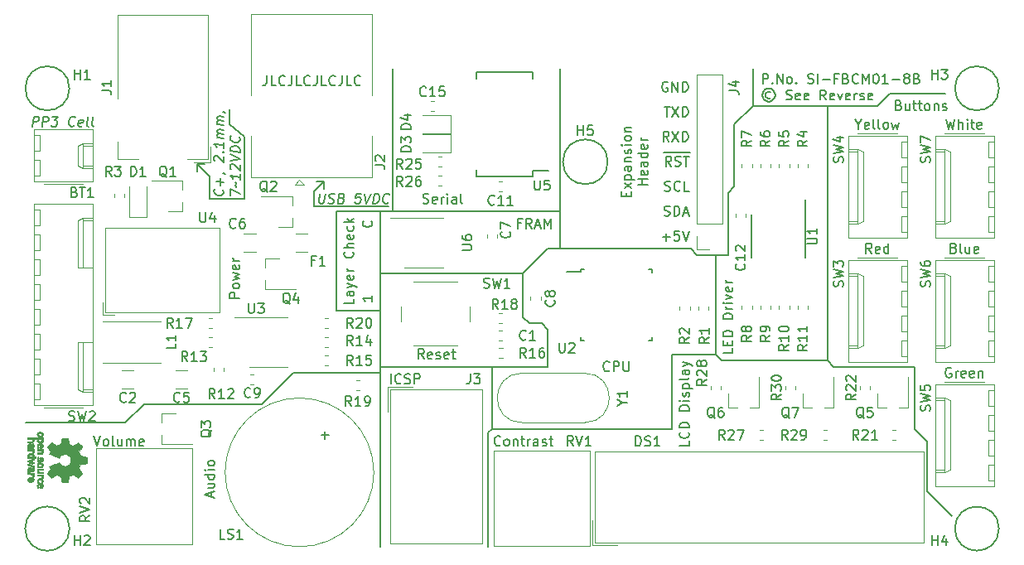
<source format=gbr>
%TF.GenerationSoftware,KiCad,Pcbnew,(5.1.5)-3*%
%TF.CreationDate,2020-02-25T19:35:26+00:00*%
%TF.ProjectId,Feedback-Box,46656564-6261-4636-9b2d-426f782e6b69,8B*%
%TF.SameCoordinates,Original*%
%TF.FileFunction,Legend,Top*%
%TF.FilePolarity,Positive*%
%FSLAX46Y46*%
G04 Gerber Fmt 4.6, Leading zero omitted, Abs format (unit mm)*
G04 Created by KiCad (PCBNEW (5.1.5)-3) date 2020-02-25 19:35:26*
%MOMM*%
%LPD*%
G04 APERTURE LIST*
%ADD10C,0.160000*%
%ADD11C,0.120000*%
%ADD12C,0.150000*%
%ADD13C,0.010000*%
G04 APERTURE END LIST*
D10*
X172085000Y-83185000D02*
X172720000Y-82550000D01*
X154940000Y-87630000D02*
X154940000Y-85090000D01*
X154940000Y-88900000D02*
X154940000Y-87630000D01*
X137795000Y-85090000D02*
X154940000Y-85090000D01*
X154940000Y-85090000D02*
X154940000Y-83820000D01*
X153670000Y-88900000D02*
X151130000Y-91440000D01*
X154940000Y-88900000D02*
X153670000Y-88900000D01*
X163830000Y-88900000D02*
X154940000Y-88900000D01*
X174625000Y-74295000D02*
X182245000Y-74295000D01*
X188595000Y-73025000D02*
X189230000Y-73025000D01*
X187325000Y-74295000D02*
X188595000Y-73025000D01*
X182245000Y-74295000D02*
X187325000Y-74295000D01*
X182245000Y-76200000D02*
X182245000Y-74295000D01*
X189230000Y-73025000D02*
X194310000Y-73025000D01*
X175602095Y-72012380D02*
X175602095Y-71012380D01*
X175983047Y-71012380D01*
X176078285Y-71060000D01*
X176125904Y-71107619D01*
X176173523Y-71202857D01*
X176173523Y-71345714D01*
X176125904Y-71440952D01*
X176078285Y-71488571D01*
X175983047Y-71536190D01*
X175602095Y-71536190D01*
X176602095Y-71917142D02*
X176649714Y-71964761D01*
X176602095Y-72012380D01*
X176554476Y-71964761D01*
X176602095Y-71917142D01*
X176602095Y-72012380D01*
X177078285Y-72012380D02*
X177078285Y-71012380D01*
X177649714Y-72012380D01*
X177649714Y-71012380D01*
X178268761Y-72012380D02*
X178173523Y-71964761D01*
X178125904Y-71917142D01*
X178078285Y-71821904D01*
X178078285Y-71536190D01*
X178125904Y-71440952D01*
X178173523Y-71393333D01*
X178268761Y-71345714D01*
X178411619Y-71345714D01*
X178506857Y-71393333D01*
X178554476Y-71440952D01*
X178602095Y-71536190D01*
X178602095Y-71821904D01*
X178554476Y-71917142D01*
X178506857Y-71964761D01*
X178411619Y-72012380D01*
X178268761Y-72012380D01*
X179030666Y-71917142D02*
X179078285Y-71964761D01*
X179030666Y-72012380D01*
X178983047Y-71964761D01*
X179030666Y-71917142D01*
X179030666Y-72012380D01*
X180221142Y-71964761D02*
X180364000Y-72012380D01*
X180602095Y-72012380D01*
X180697333Y-71964761D01*
X180744952Y-71917142D01*
X180792571Y-71821904D01*
X180792571Y-71726666D01*
X180744952Y-71631428D01*
X180697333Y-71583809D01*
X180602095Y-71536190D01*
X180411619Y-71488571D01*
X180316380Y-71440952D01*
X180268761Y-71393333D01*
X180221142Y-71298095D01*
X180221142Y-71202857D01*
X180268761Y-71107619D01*
X180316380Y-71060000D01*
X180411619Y-71012380D01*
X180649714Y-71012380D01*
X180792571Y-71060000D01*
X181221142Y-72012380D02*
X181221142Y-71012380D01*
X181697333Y-71631428D02*
X182459238Y-71631428D01*
X183268761Y-71488571D02*
X182935428Y-71488571D01*
X182935428Y-72012380D02*
X182935428Y-71012380D01*
X183411619Y-71012380D01*
X184125904Y-71488571D02*
X184268761Y-71536190D01*
X184316380Y-71583809D01*
X184364000Y-71679047D01*
X184364000Y-71821904D01*
X184316380Y-71917142D01*
X184268761Y-71964761D01*
X184173523Y-72012380D01*
X183792571Y-72012380D01*
X183792571Y-71012380D01*
X184125904Y-71012380D01*
X184221142Y-71060000D01*
X184268761Y-71107619D01*
X184316380Y-71202857D01*
X184316380Y-71298095D01*
X184268761Y-71393333D01*
X184221142Y-71440952D01*
X184125904Y-71488571D01*
X183792571Y-71488571D01*
X185364000Y-71917142D02*
X185316380Y-71964761D01*
X185173523Y-72012380D01*
X185078285Y-72012380D01*
X184935428Y-71964761D01*
X184840190Y-71869523D01*
X184792571Y-71774285D01*
X184744952Y-71583809D01*
X184744952Y-71440952D01*
X184792571Y-71250476D01*
X184840190Y-71155238D01*
X184935428Y-71060000D01*
X185078285Y-71012380D01*
X185173523Y-71012380D01*
X185316380Y-71060000D01*
X185364000Y-71107619D01*
X185792571Y-72012380D02*
X185792571Y-71012380D01*
X186125904Y-71726666D01*
X186459238Y-71012380D01*
X186459238Y-72012380D01*
X187125904Y-71012380D02*
X187221142Y-71012380D01*
X187316380Y-71060000D01*
X187364000Y-71107619D01*
X187411619Y-71202857D01*
X187459238Y-71393333D01*
X187459238Y-71631428D01*
X187411619Y-71821904D01*
X187364000Y-71917142D01*
X187316380Y-71964761D01*
X187221142Y-72012380D01*
X187125904Y-72012380D01*
X187030666Y-71964761D01*
X186983047Y-71917142D01*
X186935428Y-71821904D01*
X186887809Y-71631428D01*
X186887809Y-71393333D01*
X186935428Y-71202857D01*
X186983047Y-71107619D01*
X187030666Y-71060000D01*
X187125904Y-71012380D01*
X188411619Y-72012380D02*
X187840190Y-72012380D01*
X188125904Y-72012380D02*
X188125904Y-71012380D01*
X188030666Y-71155238D01*
X187935428Y-71250476D01*
X187840190Y-71298095D01*
X188840190Y-71631428D02*
X189602095Y-71631428D01*
X190221142Y-71440952D02*
X190125904Y-71393333D01*
X190078285Y-71345714D01*
X190030666Y-71250476D01*
X190030666Y-71202857D01*
X190078285Y-71107619D01*
X190125904Y-71060000D01*
X190221142Y-71012380D01*
X190411619Y-71012380D01*
X190506857Y-71060000D01*
X190554476Y-71107619D01*
X190602095Y-71202857D01*
X190602095Y-71250476D01*
X190554476Y-71345714D01*
X190506857Y-71393333D01*
X190411619Y-71440952D01*
X190221142Y-71440952D01*
X190125904Y-71488571D01*
X190078285Y-71536190D01*
X190030666Y-71631428D01*
X190030666Y-71821904D01*
X190078285Y-71917142D01*
X190125904Y-71964761D01*
X190221142Y-72012380D01*
X190411619Y-72012380D01*
X190506857Y-71964761D01*
X190554476Y-71917142D01*
X190602095Y-71821904D01*
X190602095Y-71631428D01*
X190554476Y-71536190D01*
X190506857Y-71488571D01*
X190411619Y-71440952D01*
X191364000Y-71488571D02*
X191506857Y-71536190D01*
X191554476Y-71583809D01*
X191602095Y-71679047D01*
X191602095Y-71821904D01*
X191554476Y-71917142D01*
X191506857Y-71964761D01*
X191411619Y-72012380D01*
X191030666Y-72012380D01*
X191030666Y-71012380D01*
X191364000Y-71012380D01*
X191459238Y-71060000D01*
X191506857Y-71107619D01*
X191554476Y-71202857D01*
X191554476Y-71298095D01*
X191506857Y-71393333D01*
X191459238Y-71440952D01*
X191364000Y-71488571D01*
X191030666Y-71488571D01*
X176411619Y-72910476D02*
X176316380Y-72862857D01*
X176125904Y-72862857D01*
X176030666Y-72910476D01*
X175935428Y-73005714D01*
X175887809Y-73100952D01*
X175887809Y-73291428D01*
X175935428Y-73386666D01*
X176030666Y-73481904D01*
X176125904Y-73529523D01*
X176316380Y-73529523D01*
X176411619Y-73481904D01*
X176221142Y-72529523D02*
X175983047Y-72577142D01*
X175744952Y-72720000D01*
X175602095Y-72958095D01*
X175554476Y-73196190D01*
X175602095Y-73434285D01*
X175744952Y-73672380D01*
X175983047Y-73815238D01*
X176221142Y-73862857D01*
X176459238Y-73815238D01*
X176697333Y-73672380D01*
X176840190Y-73434285D01*
X176887809Y-73196190D01*
X176840190Y-72958095D01*
X176697333Y-72720000D01*
X176459238Y-72577142D01*
X176221142Y-72529523D01*
X178030666Y-73624761D02*
X178173523Y-73672380D01*
X178411619Y-73672380D01*
X178506857Y-73624761D01*
X178554476Y-73577142D01*
X178602095Y-73481904D01*
X178602095Y-73386666D01*
X178554476Y-73291428D01*
X178506857Y-73243809D01*
X178411619Y-73196190D01*
X178221142Y-73148571D01*
X178125904Y-73100952D01*
X178078285Y-73053333D01*
X178030666Y-72958095D01*
X178030666Y-72862857D01*
X178078285Y-72767619D01*
X178125904Y-72720000D01*
X178221142Y-72672380D01*
X178459238Y-72672380D01*
X178602095Y-72720000D01*
X179411619Y-73624761D02*
X179316380Y-73672380D01*
X179125904Y-73672380D01*
X179030666Y-73624761D01*
X178983047Y-73529523D01*
X178983047Y-73148571D01*
X179030666Y-73053333D01*
X179125904Y-73005714D01*
X179316380Y-73005714D01*
X179411619Y-73053333D01*
X179459238Y-73148571D01*
X179459238Y-73243809D01*
X178983047Y-73339047D01*
X180268761Y-73624761D02*
X180173523Y-73672380D01*
X179983047Y-73672380D01*
X179887809Y-73624761D01*
X179840190Y-73529523D01*
X179840190Y-73148571D01*
X179887809Y-73053333D01*
X179983047Y-73005714D01*
X180173523Y-73005714D01*
X180268761Y-73053333D01*
X180316380Y-73148571D01*
X180316380Y-73243809D01*
X179840190Y-73339047D01*
X182078285Y-73672380D02*
X181744952Y-73196190D01*
X181506857Y-73672380D02*
X181506857Y-72672380D01*
X181887809Y-72672380D01*
X181983047Y-72720000D01*
X182030666Y-72767619D01*
X182078285Y-72862857D01*
X182078285Y-73005714D01*
X182030666Y-73100952D01*
X181983047Y-73148571D01*
X181887809Y-73196190D01*
X181506857Y-73196190D01*
X182887809Y-73624761D02*
X182792571Y-73672380D01*
X182602095Y-73672380D01*
X182506857Y-73624761D01*
X182459238Y-73529523D01*
X182459238Y-73148571D01*
X182506857Y-73053333D01*
X182602095Y-73005714D01*
X182792571Y-73005714D01*
X182887809Y-73053333D01*
X182935428Y-73148571D01*
X182935428Y-73243809D01*
X182459238Y-73339047D01*
X183268761Y-73005714D02*
X183506857Y-73672380D01*
X183744952Y-73005714D01*
X184506857Y-73624761D02*
X184411619Y-73672380D01*
X184221142Y-73672380D01*
X184125904Y-73624761D01*
X184078285Y-73529523D01*
X184078285Y-73148571D01*
X184125904Y-73053333D01*
X184221142Y-73005714D01*
X184411619Y-73005714D01*
X184506857Y-73053333D01*
X184554476Y-73148571D01*
X184554476Y-73243809D01*
X184078285Y-73339047D01*
X184983047Y-73672380D02*
X184983047Y-73005714D01*
X184983047Y-73196190D02*
X185030666Y-73100952D01*
X185078285Y-73053333D01*
X185173523Y-73005714D01*
X185268761Y-73005714D01*
X185554476Y-73624761D02*
X185649714Y-73672380D01*
X185840190Y-73672380D01*
X185935428Y-73624761D01*
X185983047Y-73529523D01*
X185983047Y-73481904D01*
X185935428Y-73386666D01*
X185840190Y-73339047D01*
X185697333Y-73339047D01*
X185602095Y-73291428D01*
X185554476Y-73196190D01*
X185554476Y-73148571D01*
X185602095Y-73053333D01*
X185697333Y-73005714D01*
X185840190Y-73005714D01*
X185935428Y-73053333D01*
X186792571Y-73624761D02*
X186697333Y-73672380D01*
X186506857Y-73672380D01*
X186411619Y-73624761D01*
X186364000Y-73529523D01*
X186364000Y-73148571D01*
X186411619Y-73053333D01*
X186506857Y-73005714D01*
X186697333Y-73005714D01*
X186792571Y-73053333D01*
X186840190Y-73148571D01*
X186840190Y-73243809D01*
X186364000Y-73339047D01*
X174625000Y-74295000D02*
X174625000Y-70485000D01*
X172720000Y-76200000D02*
X174625000Y-74295000D01*
X168275000Y-88900000D02*
X168910000Y-89535000D01*
X163830000Y-88900000D02*
X168275000Y-88900000D01*
X165456714Y-79082000D02*
X166456714Y-79082000D01*
X166266238Y-80462380D02*
X165932904Y-79986190D01*
X165694809Y-80462380D02*
X165694809Y-79462380D01*
X166075761Y-79462380D01*
X166171000Y-79510000D01*
X166218619Y-79557619D01*
X166266238Y-79652857D01*
X166266238Y-79795714D01*
X166218619Y-79890952D01*
X166171000Y-79938571D01*
X166075761Y-79986190D01*
X165694809Y-79986190D01*
X166456714Y-79082000D02*
X167409095Y-79082000D01*
X166647190Y-80414761D02*
X166790047Y-80462380D01*
X167028142Y-80462380D01*
X167123380Y-80414761D01*
X167171000Y-80367142D01*
X167218619Y-80271904D01*
X167218619Y-80176666D01*
X167171000Y-80081428D01*
X167123380Y-80033809D01*
X167028142Y-79986190D01*
X166837666Y-79938571D01*
X166742428Y-79890952D01*
X166694809Y-79843333D01*
X166647190Y-79748095D01*
X166647190Y-79652857D01*
X166694809Y-79557619D01*
X166742428Y-79510000D01*
X166837666Y-79462380D01*
X167075761Y-79462380D01*
X167218619Y-79510000D01*
X167409095Y-79082000D02*
X168171000Y-79082000D01*
X167504333Y-79462380D02*
X168075761Y-79462380D01*
X167790047Y-80462380D02*
X167790047Y-79462380D01*
X166028142Y-77922380D02*
X165694809Y-77446190D01*
X165456714Y-77922380D02*
X165456714Y-76922380D01*
X165837666Y-76922380D01*
X165932904Y-76970000D01*
X165980523Y-77017619D01*
X166028142Y-77112857D01*
X166028142Y-77255714D01*
X165980523Y-77350952D01*
X165932904Y-77398571D01*
X165837666Y-77446190D01*
X165456714Y-77446190D01*
X166361476Y-76922380D02*
X167028142Y-77922380D01*
X167028142Y-76922380D02*
X166361476Y-77922380D01*
X167409095Y-77922380D02*
X167409095Y-76922380D01*
X167647190Y-76922380D01*
X167790047Y-76970000D01*
X167885285Y-77065238D01*
X167932904Y-77160476D01*
X167980523Y-77350952D01*
X167980523Y-77493809D01*
X167932904Y-77684285D01*
X167885285Y-77779523D01*
X167790047Y-77874761D01*
X167647190Y-77922380D01*
X167409095Y-77922380D01*
X165551952Y-74382380D02*
X166123380Y-74382380D01*
X165837666Y-75382380D02*
X165837666Y-74382380D01*
X166361476Y-74382380D02*
X167028142Y-75382380D01*
X167028142Y-74382380D02*
X166361476Y-75382380D01*
X167409095Y-75382380D02*
X167409095Y-74382380D01*
X167647190Y-74382380D01*
X167790047Y-74430000D01*
X167885285Y-74525238D01*
X167932904Y-74620476D01*
X167980523Y-74810952D01*
X167980523Y-74953809D01*
X167932904Y-75144285D01*
X167885285Y-75239523D01*
X167790047Y-75334761D01*
X167647190Y-75382380D01*
X167409095Y-75382380D01*
X199750000Y-72500000D02*
G75*
G03X199750000Y-72500000I-2250000J0D01*
G01*
X159769525Y-80010000D02*
G75*
G03X159769525Y-80010000I-2289525J0D01*
G01*
X127635000Y-101600000D02*
X136525000Y-101600000D01*
X126365000Y-102870000D02*
X127635000Y-101600000D01*
X153670000Y-97155000D02*
X153670000Y-98425000D01*
X153035000Y-96520000D02*
X153670000Y-97155000D01*
X153670000Y-100965000D02*
X153670000Y-100330000D01*
X153035000Y-100965000D02*
X153670000Y-100965000D01*
X151765000Y-96520000D02*
X153035000Y-96520000D01*
X151130000Y-95885000D02*
X151765000Y-96520000D01*
X151130000Y-95885000D02*
X151130000Y-91440000D01*
X153035000Y-100965000D02*
X147955000Y-100965000D01*
X153670000Y-99695000D02*
X153670000Y-100330000D01*
X153670000Y-98425000D02*
X153670000Y-99695000D01*
X159940714Y-101322142D02*
X159893095Y-101369761D01*
X159750238Y-101417380D01*
X159655000Y-101417380D01*
X159512142Y-101369761D01*
X159416904Y-101274523D01*
X159369285Y-101179285D01*
X159321666Y-100988809D01*
X159321666Y-100845952D01*
X159369285Y-100655476D01*
X159416904Y-100560238D01*
X159512142Y-100465000D01*
X159655000Y-100417380D01*
X159750238Y-100417380D01*
X159893095Y-100465000D01*
X159940714Y-100512619D01*
X160369285Y-101417380D02*
X160369285Y-100417380D01*
X160750238Y-100417380D01*
X160845476Y-100465000D01*
X160893095Y-100512619D01*
X160940714Y-100607857D01*
X160940714Y-100750714D01*
X160893095Y-100845952D01*
X160845476Y-100893571D01*
X160750238Y-100941190D01*
X160369285Y-100941190D01*
X161369285Y-100417380D02*
X161369285Y-101226904D01*
X161416904Y-101322142D01*
X161464523Y-101369761D01*
X161559761Y-101417380D01*
X161750238Y-101417380D01*
X161845476Y-101369761D01*
X161893095Y-101322142D01*
X161940714Y-101226904D01*
X161940714Y-100417380D01*
X141001904Y-100147380D02*
X140668571Y-99671190D01*
X140430476Y-100147380D02*
X140430476Y-99147380D01*
X140811428Y-99147380D01*
X140906666Y-99195000D01*
X140954285Y-99242619D01*
X141001904Y-99337857D01*
X141001904Y-99480714D01*
X140954285Y-99575952D01*
X140906666Y-99623571D01*
X140811428Y-99671190D01*
X140430476Y-99671190D01*
X141811428Y-100099761D02*
X141716190Y-100147380D01*
X141525714Y-100147380D01*
X141430476Y-100099761D01*
X141382857Y-100004523D01*
X141382857Y-99623571D01*
X141430476Y-99528333D01*
X141525714Y-99480714D01*
X141716190Y-99480714D01*
X141811428Y-99528333D01*
X141859047Y-99623571D01*
X141859047Y-99718809D01*
X141382857Y-99814047D01*
X142240000Y-100099761D02*
X142335238Y-100147380D01*
X142525714Y-100147380D01*
X142620952Y-100099761D01*
X142668571Y-100004523D01*
X142668571Y-99956904D01*
X142620952Y-99861666D01*
X142525714Y-99814047D01*
X142382857Y-99814047D01*
X142287619Y-99766428D01*
X142240000Y-99671190D01*
X142240000Y-99623571D01*
X142287619Y-99528333D01*
X142382857Y-99480714D01*
X142525714Y-99480714D01*
X142620952Y-99528333D01*
X143478095Y-100099761D02*
X143382857Y-100147380D01*
X143192380Y-100147380D01*
X143097142Y-100099761D01*
X143049523Y-100004523D01*
X143049523Y-99623571D01*
X143097142Y-99528333D01*
X143192380Y-99480714D01*
X143382857Y-99480714D01*
X143478095Y-99528333D01*
X143525714Y-99623571D01*
X143525714Y-99718809D01*
X143049523Y-99814047D01*
X143811428Y-99480714D02*
X144192380Y-99480714D01*
X143954285Y-99147380D02*
X143954285Y-100004523D01*
X144001904Y-100099761D01*
X144097142Y-100147380D01*
X144192380Y-100147380D01*
X149860000Y-91440000D02*
X151130000Y-91440000D01*
X136525000Y-91440000D02*
X149860000Y-91440000D01*
X150915285Y-86288571D02*
X150581952Y-86288571D01*
X150581952Y-86812380D02*
X150581952Y-85812380D01*
X151058142Y-85812380D01*
X152010523Y-86812380D02*
X151677190Y-86336190D01*
X151439095Y-86812380D02*
X151439095Y-85812380D01*
X151820047Y-85812380D01*
X151915285Y-85860000D01*
X151962904Y-85907619D01*
X152010523Y-86002857D01*
X152010523Y-86145714D01*
X151962904Y-86240952D01*
X151915285Y-86288571D01*
X151820047Y-86336190D01*
X151439095Y-86336190D01*
X152391476Y-86526666D02*
X152867666Y-86526666D01*
X152296238Y-86812380D02*
X152629571Y-85812380D01*
X152962904Y-86812380D01*
X153296238Y-86812380D02*
X153296238Y-85812380D01*
X153629571Y-86526666D01*
X153962904Y-85812380D01*
X153962904Y-86812380D01*
X170815000Y-99695000D02*
X170815000Y-89535000D01*
X172085000Y-89535000D02*
X168910000Y-89535000D01*
X172085000Y-87630000D02*
X172085000Y-89535000D01*
X172720000Y-82550000D02*
X172720000Y-78740000D01*
X172085000Y-87630000D02*
X172085000Y-83185000D01*
X172720000Y-78740000D02*
X172720000Y-76200000D01*
X165361476Y-87701428D02*
X166123380Y-87701428D01*
X165742428Y-88082380D02*
X165742428Y-87320476D01*
X167075761Y-87082380D02*
X166599571Y-87082380D01*
X166551952Y-87558571D01*
X166599571Y-87510952D01*
X166694809Y-87463333D01*
X166932904Y-87463333D01*
X167028142Y-87510952D01*
X167075761Y-87558571D01*
X167123380Y-87653809D01*
X167123380Y-87891904D01*
X167075761Y-87987142D01*
X167028142Y-88034761D01*
X166932904Y-88082380D01*
X166694809Y-88082380D01*
X166599571Y-88034761D01*
X166551952Y-87987142D01*
X167409095Y-87082380D02*
X167742428Y-88082380D01*
X168075761Y-87082380D01*
X165551952Y-85494761D02*
X165694809Y-85542380D01*
X165932904Y-85542380D01*
X166028142Y-85494761D01*
X166075761Y-85447142D01*
X166123380Y-85351904D01*
X166123380Y-85256666D01*
X166075761Y-85161428D01*
X166028142Y-85113809D01*
X165932904Y-85066190D01*
X165742428Y-85018571D01*
X165647190Y-84970952D01*
X165599571Y-84923333D01*
X165551952Y-84828095D01*
X165551952Y-84732857D01*
X165599571Y-84637619D01*
X165647190Y-84590000D01*
X165742428Y-84542380D01*
X165980523Y-84542380D01*
X166123380Y-84590000D01*
X166551952Y-85542380D02*
X166551952Y-84542380D01*
X166790047Y-84542380D01*
X166932904Y-84590000D01*
X167028142Y-84685238D01*
X167075761Y-84780476D01*
X167123380Y-84970952D01*
X167123380Y-85113809D01*
X167075761Y-85304285D01*
X167028142Y-85399523D01*
X166932904Y-85494761D01*
X166790047Y-85542380D01*
X166551952Y-85542380D01*
X167504333Y-85256666D02*
X167980523Y-85256666D01*
X167409095Y-85542380D02*
X167742428Y-84542380D01*
X168075761Y-85542380D01*
X165599571Y-82954761D02*
X165742428Y-83002380D01*
X165980523Y-83002380D01*
X166075761Y-82954761D01*
X166123380Y-82907142D01*
X166171000Y-82811904D01*
X166171000Y-82716666D01*
X166123380Y-82621428D01*
X166075761Y-82573809D01*
X165980523Y-82526190D01*
X165790047Y-82478571D01*
X165694809Y-82430952D01*
X165647190Y-82383333D01*
X165599571Y-82288095D01*
X165599571Y-82192857D01*
X165647190Y-82097619D01*
X165694809Y-82050000D01*
X165790047Y-82002380D01*
X166028142Y-82002380D01*
X166171000Y-82050000D01*
X167171000Y-82907142D02*
X167123380Y-82954761D01*
X166980523Y-83002380D01*
X166885285Y-83002380D01*
X166742428Y-82954761D01*
X166647190Y-82859523D01*
X166599571Y-82764285D01*
X166551952Y-82573809D01*
X166551952Y-82430952D01*
X166599571Y-82240476D01*
X166647190Y-82145238D01*
X166742428Y-82050000D01*
X166885285Y-82002380D01*
X166980523Y-82002380D01*
X167123380Y-82050000D01*
X167171000Y-82097619D01*
X168075761Y-83002380D02*
X167599571Y-83002380D01*
X167599571Y-82002380D01*
X165885285Y-71890000D02*
X165790047Y-71842380D01*
X165647190Y-71842380D01*
X165504333Y-71890000D01*
X165409095Y-71985238D01*
X165361476Y-72080476D01*
X165313857Y-72270952D01*
X165313857Y-72413809D01*
X165361476Y-72604285D01*
X165409095Y-72699523D01*
X165504333Y-72794761D01*
X165647190Y-72842380D01*
X165742428Y-72842380D01*
X165885285Y-72794761D01*
X165932904Y-72747142D01*
X165932904Y-72413809D01*
X165742428Y-72413809D01*
X166361476Y-72842380D02*
X166361476Y-71842380D01*
X166932904Y-72842380D01*
X166932904Y-71842380D01*
X167409095Y-72842380D02*
X167409095Y-71842380D01*
X167647190Y-71842380D01*
X167790047Y-71890000D01*
X167885285Y-71985238D01*
X167932904Y-72080476D01*
X167980523Y-72270952D01*
X167980523Y-72413809D01*
X167932904Y-72604285D01*
X167885285Y-72699523D01*
X167790047Y-72794761D01*
X167647190Y-72842380D01*
X167409095Y-72842380D01*
X161658571Y-83533809D02*
X161658571Y-83200476D01*
X162182380Y-83057619D02*
X162182380Y-83533809D01*
X161182380Y-83533809D01*
X161182380Y-83057619D01*
X162182380Y-82724285D02*
X161515714Y-82200476D01*
X161515714Y-82724285D02*
X162182380Y-82200476D01*
X161515714Y-81819523D02*
X162515714Y-81819523D01*
X161563333Y-81819523D02*
X161515714Y-81724285D01*
X161515714Y-81533809D01*
X161563333Y-81438571D01*
X161610952Y-81390952D01*
X161706190Y-81343333D01*
X161991904Y-81343333D01*
X162087142Y-81390952D01*
X162134761Y-81438571D01*
X162182380Y-81533809D01*
X162182380Y-81724285D01*
X162134761Y-81819523D01*
X162182380Y-80486190D02*
X161658571Y-80486190D01*
X161563333Y-80533809D01*
X161515714Y-80629047D01*
X161515714Y-80819523D01*
X161563333Y-80914761D01*
X162134761Y-80486190D02*
X162182380Y-80581428D01*
X162182380Y-80819523D01*
X162134761Y-80914761D01*
X162039523Y-80962380D01*
X161944285Y-80962380D01*
X161849047Y-80914761D01*
X161801428Y-80819523D01*
X161801428Y-80581428D01*
X161753809Y-80486190D01*
X161515714Y-80010000D02*
X162182380Y-80010000D01*
X161610952Y-80010000D02*
X161563333Y-79962380D01*
X161515714Y-79867142D01*
X161515714Y-79724285D01*
X161563333Y-79629047D01*
X161658571Y-79581428D01*
X162182380Y-79581428D01*
X162134761Y-79152857D02*
X162182380Y-79057619D01*
X162182380Y-78867142D01*
X162134761Y-78771904D01*
X162039523Y-78724285D01*
X161991904Y-78724285D01*
X161896666Y-78771904D01*
X161849047Y-78867142D01*
X161849047Y-79010000D01*
X161801428Y-79105238D01*
X161706190Y-79152857D01*
X161658571Y-79152857D01*
X161563333Y-79105238D01*
X161515714Y-79010000D01*
X161515714Y-78867142D01*
X161563333Y-78771904D01*
X162182380Y-78295714D02*
X161515714Y-78295714D01*
X161182380Y-78295714D02*
X161230000Y-78343333D01*
X161277619Y-78295714D01*
X161230000Y-78248095D01*
X161182380Y-78295714D01*
X161277619Y-78295714D01*
X162182380Y-77676666D02*
X162134761Y-77771904D01*
X162087142Y-77819523D01*
X161991904Y-77867142D01*
X161706190Y-77867142D01*
X161610952Y-77819523D01*
X161563333Y-77771904D01*
X161515714Y-77676666D01*
X161515714Y-77533809D01*
X161563333Y-77438571D01*
X161610952Y-77390952D01*
X161706190Y-77343333D01*
X161991904Y-77343333D01*
X162087142Y-77390952D01*
X162134761Y-77438571D01*
X162182380Y-77533809D01*
X162182380Y-77676666D01*
X161515714Y-76914761D02*
X162182380Y-76914761D01*
X161610952Y-76914761D02*
X161563333Y-76867142D01*
X161515714Y-76771904D01*
X161515714Y-76629047D01*
X161563333Y-76533809D01*
X161658571Y-76486190D01*
X162182380Y-76486190D01*
X163842380Y-82367142D02*
X162842380Y-82367142D01*
X163318571Y-82367142D02*
X163318571Y-81795714D01*
X163842380Y-81795714D02*
X162842380Y-81795714D01*
X163794761Y-80938571D02*
X163842380Y-81033809D01*
X163842380Y-81224285D01*
X163794761Y-81319523D01*
X163699523Y-81367142D01*
X163318571Y-81367142D01*
X163223333Y-81319523D01*
X163175714Y-81224285D01*
X163175714Y-81033809D01*
X163223333Y-80938571D01*
X163318571Y-80890952D01*
X163413809Y-80890952D01*
X163509047Y-81367142D01*
X163842380Y-80033809D02*
X163318571Y-80033809D01*
X163223333Y-80081428D01*
X163175714Y-80176666D01*
X163175714Y-80367142D01*
X163223333Y-80462380D01*
X163794761Y-80033809D02*
X163842380Y-80129047D01*
X163842380Y-80367142D01*
X163794761Y-80462380D01*
X163699523Y-80510000D01*
X163604285Y-80510000D01*
X163509047Y-80462380D01*
X163461428Y-80367142D01*
X163461428Y-80129047D01*
X163413809Y-80033809D01*
X163842380Y-79129047D02*
X162842380Y-79129047D01*
X163794761Y-79129047D02*
X163842380Y-79224285D01*
X163842380Y-79414761D01*
X163794761Y-79510000D01*
X163747142Y-79557619D01*
X163651904Y-79605238D01*
X163366190Y-79605238D01*
X163270952Y-79557619D01*
X163223333Y-79510000D01*
X163175714Y-79414761D01*
X163175714Y-79224285D01*
X163223333Y-79129047D01*
X163794761Y-78271904D02*
X163842380Y-78367142D01*
X163842380Y-78557619D01*
X163794761Y-78652857D01*
X163699523Y-78700476D01*
X163318571Y-78700476D01*
X163223333Y-78652857D01*
X163175714Y-78557619D01*
X163175714Y-78367142D01*
X163223333Y-78271904D01*
X163318571Y-78224285D01*
X163413809Y-78224285D01*
X163509047Y-78700476D01*
X163842380Y-77795714D02*
X163175714Y-77795714D01*
X163366190Y-77795714D02*
X163270952Y-77748095D01*
X163223333Y-77700476D01*
X163175714Y-77605238D01*
X163175714Y-77510000D01*
X147574000Y-107696000D02*
X147574000Y-119380000D01*
X147955000Y-107315000D02*
X147574000Y-107696000D01*
X189508095Y-74223571D02*
X189650952Y-74271190D01*
X189698571Y-74318809D01*
X189746190Y-74414047D01*
X189746190Y-74556904D01*
X189698571Y-74652142D01*
X189650952Y-74699761D01*
X189555714Y-74747380D01*
X189174761Y-74747380D01*
X189174761Y-73747380D01*
X189508095Y-73747380D01*
X189603333Y-73795000D01*
X189650952Y-73842619D01*
X189698571Y-73937857D01*
X189698571Y-74033095D01*
X189650952Y-74128333D01*
X189603333Y-74175952D01*
X189508095Y-74223571D01*
X189174761Y-74223571D01*
X190603333Y-74080714D02*
X190603333Y-74747380D01*
X190174761Y-74080714D02*
X190174761Y-74604523D01*
X190222380Y-74699761D01*
X190317619Y-74747380D01*
X190460476Y-74747380D01*
X190555714Y-74699761D01*
X190603333Y-74652142D01*
X190936666Y-74080714D02*
X191317619Y-74080714D01*
X191079523Y-73747380D02*
X191079523Y-74604523D01*
X191127142Y-74699761D01*
X191222380Y-74747380D01*
X191317619Y-74747380D01*
X191508095Y-74080714D02*
X191889047Y-74080714D01*
X191650952Y-73747380D02*
X191650952Y-74604523D01*
X191698571Y-74699761D01*
X191793809Y-74747380D01*
X191889047Y-74747380D01*
X192365238Y-74747380D02*
X192270000Y-74699761D01*
X192222380Y-74652142D01*
X192174761Y-74556904D01*
X192174761Y-74271190D01*
X192222380Y-74175952D01*
X192270000Y-74128333D01*
X192365238Y-74080714D01*
X192508095Y-74080714D01*
X192603333Y-74128333D01*
X192650952Y-74175952D01*
X192698571Y-74271190D01*
X192698571Y-74556904D01*
X192650952Y-74652142D01*
X192603333Y-74699761D01*
X192508095Y-74747380D01*
X192365238Y-74747380D01*
X193127142Y-74080714D02*
X193127142Y-74747380D01*
X193127142Y-74175952D02*
X193174761Y-74128333D01*
X193270000Y-74080714D01*
X193412857Y-74080714D01*
X193508095Y-74128333D01*
X193555714Y-74223571D01*
X193555714Y-74747380D01*
X193984285Y-74699761D02*
X194079523Y-74747380D01*
X194270000Y-74747380D01*
X194365238Y-74699761D01*
X194412857Y-74604523D01*
X194412857Y-74556904D01*
X194365238Y-74461666D01*
X194270000Y-74414047D01*
X194127142Y-74414047D01*
X194031904Y-74366428D01*
X193984285Y-74271190D01*
X193984285Y-74223571D01*
X194031904Y-74128333D01*
X194127142Y-74080714D01*
X194270000Y-74080714D01*
X194365238Y-74128333D01*
X171450000Y-100330000D02*
X182245000Y-100330000D01*
X170815000Y-99695000D02*
X171450000Y-100330000D01*
X166370000Y-99695000D02*
X170815000Y-99695000D01*
X166370000Y-100330000D02*
X166370000Y-99695000D01*
X166370000Y-107315000D02*
X166370000Y-100330000D01*
X147955000Y-107315000D02*
X166370000Y-107315000D01*
X147955000Y-100965000D02*
X147955000Y-107315000D01*
X136525000Y-100965000D02*
X147955000Y-100965000D01*
X124920952Y-71207380D02*
X124920952Y-71921666D01*
X124873333Y-72064523D01*
X124778095Y-72159761D01*
X124635238Y-72207380D01*
X124540000Y-72207380D01*
X125873333Y-72207380D02*
X125397142Y-72207380D01*
X125397142Y-71207380D01*
X126778095Y-72112142D02*
X126730476Y-72159761D01*
X126587619Y-72207380D01*
X126492380Y-72207380D01*
X126349523Y-72159761D01*
X126254285Y-72064523D01*
X126206666Y-71969285D01*
X126159047Y-71778809D01*
X126159047Y-71635952D01*
X126206666Y-71445476D01*
X126254285Y-71350238D01*
X126349523Y-71255000D01*
X126492380Y-71207380D01*
X126587619Y-71207380D01*
X126730476Y-71255000D01*
X126778095Y-71302619D01*
X127492380Y-71207380D02*
X127492380Y-71921666D01*
X127444761Y-72064523D01*
X127349523Y-72159761D01*
X127206666Y-72207380D01*
X127111428Y-72207380D01*
X128444761Y-72207380D02*
X127968571Y-72207380D01*
X127968571Y-71207380D01*
X129349523Y-72112142D02*
X129301904Y-72159761D01*
X129159047Y-72207380D01*
X129063809Y-72207380D01*
X128920952Y-72159761D01*
X128825714Y-72064523D01*
X128778095Y-71969285D01*
X128730476Y-71778809D01*
X128730476Y-71635952D01*
X128778095Y-71445476D01*
X128825714Y-71350238D01*
X128920952Y-71255000D01*
X129063809Y-71207380D01*
X129159047Y-71207380D01*
X129301904Y-71255000D01*
X129349523Y-71302619D01*
X130063809Y-71207380D02*
X130063809Y-71921666D01*
X130016190Y-72064523D01*
X129920952Y-72159761D01*
X129778095Y-72207380D01*
X129682857Y-72207380D01*
X131016190Y-72207380D02*
X130540000Y-72207380D01*
X130540000Y-71207380D01*
X131920952Y-72112142D02*
X131873333Y-72159761D01*
X131730476Y-72207380D01*
X131635238Y-72207380D01*
X131492380Y-72159761D01*
X131397142Y-72064523D01*
X131349523Y-71969285D01*
X131301904Y-71778809D01*
X131301904Y-71635952D01*
X131349523Y-71445476D01*
X131397142Y-71350238D01*
X131492380Y-71255000D01*
X131635238Y-71207380D01*
X131730476Y-71207380D01*
X131873333Y-71255000D01*
X131920952Y-71302619D01*
X132635238Y-71207380D02*
X132635238Y-71921666D01*
X132587619Y-72064523D01*
X132492380Y-72159761D01*
X132349523Y-72207380D01*
X132254285Y-72207380D01*
X133587619Y-72207380D02*
X133111428Y-72207380D01*
X133111428Y-71207380D01*
X134492380Y-72112142D02*
X134444761Y-72159761D01*
X134301904Y-72207380D01*
X134206666Y-72207380D01*
X134063809Y-72159761D01*
X133968571Y-72064523D01*
X133920952Y-71969285D01*
X133873333Y-71778809D01*
X133873333Y-71635952D01*
X133920952Y-71445476D01*
X133968571Y-71350238D01*
X134063809Y-71255000D01*
X134206666Y-71207380D01*
X134301904Y-71207380D01*
X134444761Y-71255000D01*
X134492380Y-71302619D01*
X172537380Y-99075476D02*
X172537380Y-99551666D01*
X171537380Y-99551666D01*
X172013571Y-98742142D02*
X172013571Y-98408809D01*
X172537380Y-98265952D02*
X172537380Y-98742142D01*
X171537380Y-98742142D01*
X171537380Y-98265952D01*
X172537380Y-97837380D02*
X171537380Y-97837380D01*
X171537380Y-97599285D01*
X171585000Y-97456428D01*
X171680238Y-97361190D01*
X171775476Y-97313571D01*
X171965952Y-97265952D01*
X172108809Y-97265952D01*
X172299285Y-97313571D01*
X172394523Y-97361190D01*
X172489761Y-97456428D01*
X172537380Y-97599285D01*
X172537380Y-97837380D01*
X172537380Y-96075476D02*
X171537380Y-96075476D01*
X171537380Y-95837380D01*
X171585000Y-95694523D01*
X171680238Y-95599285D01*
X171775476Y-95551666D01*
X171965952Y-95504047D01*
X172108809Y-95504047D01*
X172299285Y-95551666D01*
X172394523Y-95599285D01*
X172489761Y-95694523D01*
X172537380Y-95837380D01*
X172537380Y-96075476D01*
X172537380Y-95075476D02*
X171870714Y-95075476D01*
X172061190Y-95075476D02*
X171965952Y-95027857D01*
X171918333Y-94980238D01*
X171870714Y-94885000D01*
X171870714Y-94789761D01*
X172537380Y-94456428D02*
X171870714Y-94456428D01*
X171537380Y-94456428D02*
X171585000Y-94504047D01*
X171632619Y-94456428D01*
X171585000Y-94408809D01*
X171537380Y-94456428D01*
X171632619Y-94456428D01*
X171870714Y-94075476D02*
X172537380Y-93837380D01*
X171870714Y-93599285D01*
X172489761Y-92837380D02*
X172537380Y-92932619D01*
X172537380Y-93123095D01*
X172489761Y-93218333D01*
X172394523Y-93265952D01*
X172013571Y-93265952D01*
X171918333Y-93218333D01*
X171870714Y-93123095D01*
X171870714Y-92932619D01*
X171918333Y-92837380D01*
X172013571Y-92789761D01*
X172108809Y-92789761D01*
X172204047Y-93265952D01*
X172537380Y-92361190D02*
X171870714Y-92361190D01*
X172061190Y-92361190D02*
X171965952Y-92313571D01*
X171918333Y-92265952D01*
X171870714Y-92170714D01*
X171870714Y-92075476D01*
X137588809Y-102687380D02*
X137588809Y-101687380D01*
X138636428Y-102592142D02*
X138588809Y-102639761D01*
X138445952Y-102687380D01*
X138350714Y-102687380D01*
X138207857Y-102639761D01*
X138112619Y-102544523D01*
X138065000Y-102449285D01*
X138017380Y-102258809D01*
X138017380Y-102115952D01*
X138065000Y-101925476D01*
X138112619Y-101830238D01*
X138207857Y-101735000D01*
X138350714Y-101687380D01*
X138445952Y-101687380D01*
X138588809Y-101735000D01*
X138636428Y-101782619D01*
X139017380Y-102639761D02*
X139160238Y-102687380D01*
X139398333Y-102687380D01*
X139493571Y-102639761D01*
X139541190Y-102592142D01*
X139588809Y-102496904D01*
X139588809Y-102401666D01*
X139541190Y-102306428D01*
X139493571Y-102258809D01*
X139398333Y-102211190D01*
X139207857Y-102163571D01*
X139112619Y-102115952D01*
X139065000Y-102068333D01*
X139017380Y-101973095D01*
X139017380Y-101877857D01*
X139065000Y-101782619D01*
X139112619Y-101735000D01*
X139207857Y-101687380D01*
X139445952Y-101687380D01*
X139588809Y-101735000D01*
X140017380Y-102687380D02*
X140017380Y-101687380D01*
X140398333Y-101687380D01*
X140493571Y-101735000D01*
X140541190Y-101782619D01*
X140588809Y-101877857D01*
X140588809Y-102020714D01*
X140541190Y-102115952D01*
X140493571Y-102163571D01*
X140398333Y-102211190D01*
X140017380Y-102211190D01*
X186753571Y-89352380D02*
X186420238Y-88876190D01*
X186182142Y-89352380D02*
X186182142Y-88352380D01*
X186563095Y-88352380D01*
X186658333Y-88400000D01*
X186705952Y-88447619D01*
X186753571Y-88542857D01*
X186753571Y-88685714D01*
X186705952Y-88780952D01*
X186658333Y-88828571D01*
X186563095Y-88876190D01*
X186182142Y-88876190D01*
X187563095Y-89304761D02*
X187467857Y-89352380D01*
X187277380Y-89352380D01*
X187182142Y-89304761D01*
X187134523Y-89209523D01*
X187134523Y-88828571D01*
X187182142Y-88733333D01*
X187277380Y-88685714D01*
X187467857Y-88685714D01*
X187563095Y-88733333D01*
X187610714Y-88828571D01*
X187610714Y-88923809D01*
X187134523Y-89019047D01*
X188467857Y-89352380D02*
X188467857Y-88352380D01*
X188467857Y-89304761D02*
X188372619Y-89352380D01*
X188182142Y-89352380D01*
X188086904Y-89304761D01*
X188039285Y-89257142D01*
X187991666Y-89161904D01*
X187991666Y-88876190D01*
X188039285Y-88780952D01*
X188086904Y-88733333D01*
X188182142Y-88685714D01*
X188372619Y-88685714D01*
X188467857Y-88733333D01*
X185396428Y-76176190D02*
X185396428Y-76652380D01*
X185063095Y-75652380D02*
X185396428Y-76176190D01*
X185729761Y-75652380D01*
X186444047Y-76604761D02*
X186348809Y-76652380D01*
X186158333Y-76652380D01*
X186063095Y-76604761D01*
X186015476Y-76509523D01*
X186015476Y-76128571D01*
X186063095Y-76033333D01*
X186158333Y-75985714D01*
X186348809Y-75985714D01*
X186444047Y-76033333D01*
X186491666Y-76128571D01*
X186491666Y-76223809D01*
X186015476Y-76319047D01*
X187063095Y-76652380D02*
X186967857Y-76604761D01*
X186920238Y-76509523D01*
X186920238Y-75652380D01*
X187586904Y-76652380D02*
X187491666Y-76604761D01*
X187444047Y-76509523D01*
X187444047Y-75652380D01*
X188110714Y-76652380D02*
X188015476Y-76604761D01*
X187967857Y-76557142D01*
X187920238Y-76461904D01*
X187920238Y-76176190D01*
X187967857Y-76080952D01*
X188015476Y-76033333D01*
X188110714Y-75985714D01*
X188253571Y-75985714D01*
X188348809Y-76033333D01*
X188396428Y-76080952D01*
X188444047Y-76176190D01*
X188444047Y-76461904D01*
X188396428Y-76557142D01*
X188348809Y-76604761D01*
X188253571Y-76652380D01*
X188110714Y-76652380D01*
X188777380Y-75985714D02*
X188967857Y-76652380D01*
X189158333Y-76176190D01*
X189348809Y-76652380D01*
X189539285Y-75985714D01*
X195143571Y-88828571D02*
X195286428Y-88876190D01*
X195334047Y-88923809D01*
X195381666Y-89019047D01*
X195381666Y-89161904D01*
X195334047Y-89257142D01*
X195286428Y-89304761D01*
X195191190Y-89352380D01*
X194810238Y-89352380D01*
X194810238Y-88352380D01*
X195143571Y-88352380D01*
X195238809Y-88400000D01*
X195286428Y-88447619D01*
X195334047Y-88542857D01*
X195334047Y-88638095D01*
X195286428Y-88733333D01*
X195238809Y-88780952D01*
X195143571Y-88828571D01*
X194810238Y-88828571D01*
X195953095Y-89352380D02*
X195857857Y-89304761D01*
X195810238Y-89209523D01*
X195810238Y-88352380D01*
X196762619Y-88685714D02*
X196762619Y-89352380D01*
X196334047Y-88685714D02*
X196334047Y-89209523D01*
X196381666Y-89304761D01*
X196476904Y-89352380D01*
X196619761Y-89352380D01*
X196715000Y-89304761D01*
X196762619Y-89257142D01*
X197619761Y-89304761D02*
X197524523Y-89352380D01*
X197334047Y-89352380D01*
X197238809Y-89304761D01*
X197191190Y-89209523D01*
X197191190Y-88828571D01*
X197238809Y-88733333D01*
X197334047Y-88685714D01*
X197524523Y-88685714D01*
X197619761Y-88733333D01*
X197667380Y-88828571D01*
X197667380Y-88923809D01*
X197191190Y-89019047D01*
X194857857Y-101100000D02*
X194762619Y-101052380D01*
X194619761Y-101052380D01*
X194476904Y-101100000D01*
X194381666Y-101195238D01*
X194334047Y-101290476D01*
X194286428Y-101480952D01*
X194286428Y-101623809D01*
X194334047Y-101814285D01*
X194381666Y-101909523D01*
X194476904Y-102004761D01*
X194619761Y-102052380D01*
X194715000Y-102052380D01*
X194857857Y-102004761D01*
X194905476Y-101957142D01*
X194905476Y-101623809D01*
X194715000Y-101623809D01*
X195334047Y-102052380D02*
X195334047Y-101385714D01*
X195334047Y-101576190D02*
X195381666Y-101480952D01*
X195429285Y-101433333D01*
X195524523Y-101385714D01*
X195619761Y-101385714D01*
X196334047Y-102004761D02*
X196238809Y-102052380D01*
X196048333Y-102052380D01*
X195953095Y-102004761D01*
X195905476Y-101909523D01*
X195905476Y-101528571D01*
X195953095Y-101433333D01*
X196048333Y-101385714D01*
X196238809Y-101385714D01*
X196334047Y-101433333D01*
X196381666Y-101528571D01*
X196381666Y-101623809D01*
X195905476Y-101719047D01*
X197191190Y-102004761D02*
X197095952Y-102052380D01*
X196905476Y-102052380D01*
X196810238Y-102004761D01*
X196762619Y-101909523D01*
X196762619Y-101528571D01*
X196810238Y-101433333D01*
X196905476Y-101385714D01*
X197095952Y-101385714D01*
X197191190Y-101433333D01*
X197238809Y-101528571D01*
X197238809Y-101623809D01*
X196762619Y-101719047D01*
X197667380Y-101385714D02*
X197667380Y-102052380D01*
X197667380Y-101480952D02*
X197715000Y-101433333D01*
X197810238Y-101385714D01*
X197953095Y-101385714D01*
X198048333Y-101433333D01*
X198095952Y-101528571D01*
X198095952Y-102052380D01*
X194381666Y-75652380D02*
X194619761Y-76652380D01*
X194810238Y-75938095D01*
X195000714Y-76652380D01*
X195238809Y-75652380D01*
X195619761Y-76652380D02*
X195619761Y-75652380D01*
X196048333Y-76652380D02*
X196048333Y-76128571D01*
X196000714Y-76033333D01*
X195905476Y-75985714D01*
X195762619Y-75985714D01*
X195667380Y-76033333D01*
X195619761Y-76080952D01*
X196524523Y-76652380D02*
X196524523Y-75985714D01*
X196524523Y-75652380D02*
X196476904Y-75700000D01*
X196524523Y-75747619D01*
X196572142Y-75700000D01*
X196524523Y-75652380D01*
X196524523Y-75747619D01*
X196857857Y-75985714D02*
X197238809Y-75985714D01*
X197000714Y-75652380D02*
X197000714Y-76509523D01*
X197048333Y-76604761D01*
X197143571Y-76652380D01*
X197238809Y-76652380D01*
X197953095Y-76604761D02*
X197857857Y-76652380D01*
X197667380Y-76652380D01*
X197572142Y-76604761D01*
X197524523Y-76509523D01*
X197524523Y-76128571D01*
X197572142Y-76033333D01*
X197667380Y-75985714D01*
X197857857Y-75985714D01*
X197953095Y-76033333D01*
X198000714Y-76128571D01*
X198000714Y-76223809D01*
X197524523Y-76319047D01*
X168092380Y-108536904D02*
X168092380Y-109013095D01*
X167092380Y-109013095D01*
X167997142Y-107632142D02*
X168044761Y-107679761D01*
X168092380Y-107822619D01*
X168092380Y-107917857D01*
X168044761Y-108060714D01*
X167949523Y-108155952D01*
X167854285Y-108203571D01*
X167663809Y-108251190D01*
X167520952Y-108251190D01*
X167330476Y-108203571D01*
X167235238Y-108155952D01*
X167140000Y-108060714D01*
X167092380Y-107917857D01*
X167092380Y-107822619D01*
X167140000Y-107679761D01*
X167187619Y-107632142D01*
X168092380Y-107203571D02*
X167092380Y-107203571D01*
X167092380Y-106965476D01*
X167140000Y-106822619D01*
X167235238Y-106727380D01*
X167330476Y-106679761D01*
X167520952Y-106632142D01*
X167663809Y-106632142D01*
X167854285Y-106679761D01*
X167949523Y-106727380D01*
X168044761Y-106822619D01*
X168092380Y-106965476D01*
X168092380Y-107203571D01*
X168092380Y-105441666D02*
X167092380Y-105441666D01*
X167092380Y-105203571D01*
X167140000Y-105060714D01*
X167235238Y-104965476D01*
X167330476Y-104917857D01*
X167520952Y-104870238D01*
X167663809Y-104870238D01*
X167854285Y-104917857D01*
X167949523Y-104965476D01*
X168044761Y-105060714D01*
X168092380Y-105203571D01*
X168092380Y-105441666D01*
X168092380Y-104441666D02*
X167425714Y-104441666D01*
X167092380Y-104441666D02*
X167140000Y-104489285D01*
X167187619Y-104441666D01*
X167140000Y-104394047D01*
X167092380Y-104441666D01*
X167187619Y-104441666D01*
X168044761Y-104013095D02*
X168092380Y-103917857D01*
X168092380Y-103727380D01*
X168044761Y-103632142D01*
X167949523Y-103584523D01*
X167901904Y-103584523D01*
X167806666Y-103632142D01*
X167759047Y-103727380D01*
X167759047Y-103870238D01*
X167711428Y-103965476D01*
X167616190Y-104013095D01*
X167568571Y-104013095D01*
X167473333Y-103965476D01*
X167425714Y-103870238D01*
X167425714Y-103727380D01*
X167473333Y-103632142D01*
X167425714Y-103155952D02*
X168425714Y-103155952D01*
X167473333Y-103155952D02*
X167425714Y-103060714D01*
X167425714Y-102870238D01*
X167473333Y-102775000D01*
X167520952Y-102727380D01*
X167616190Y-102679761D01*
X167901904Y-102679761D01*
X167997142Y-102727380D01*
X168044761Y-102775000D01*
X168092380Y-102870238D01*
X168092380Y-103060714D01*
X168044761Y-103155952D01*
X168092380Y-102108333D02*
X168044761Y-102203571D01*
X167949523Y-102251190D01*
X167092380Y-102251190D01*
X168092380Y-101298809D02*
X167568571Y-101298809D01*
X167473333Y-101346428D01*
X167425714Y-101441666D01*
X167425714Y-101632142D01*
X167473333Y-101727380D01*
X168044761Y-101298809D02*
X168092380Y-101394047D01*
X168092380Y-101632142D01*
X168044761Y-101727380D01*
X167949523Y-101775000D01*
X167854285Y-101775000D01*
X167759047Y-101727380D01*
X167711428Y-101632142D01*
X167711428Y-101394047D01*
X167663809Y-101298809D01*
X167425714Y-100917857D02*
X168092380Y-100679761D01*
X167425714Y-100441666D02*
X168092380Y-100679761D01*
X168330476Y-100775000D01*
X168378095Y-100822619D01*
X168425714Y-100917857D01*
X192405000Y-108585000D02*
X191135000Y-107315000D01*
X182880000Y-100965000D02*
X191135000Y-100965000D01*
X182245000Y-100330000D02*
X182880000Y-100965000D01*
X182245000Y-100330000D02*
X182245000Y-76200000D01*
X192405000Y-113665000D02*
X194945000Y-116205000D01*
X192405000Y-108585000D02*
X192405000Y-113665000D01*
X191135000Y-100965000D02*
X191135000Y-107315000D01*
X100967773Y-76398380D02*
X101092773Y-75398380D01*
X101473726Y-75398380D01*
X101563011Y-75446000D01*
X101604678Y-75493619D01*
X101640392Y-75588857D01*
X101622535Y-75731714D01*
X101563011Y-75826952D01*
X101509440Y-75874571D01*
X101408250Y-75922190D01*
X101027297Y-75922190D01*
X101967773Y-76398380D02*
X102092773Y-75398380D01*
X102473726Y-75398380D01*
X102563011Y-75446000D01*
X102604678Y-75493619D01*
X102640392Y-75588857D01*
X102622535Y-75731714D01*
X102563011Y-75826952D01*
X102509440Y-75874571D01*
X102408250Y-75922190D01*
X102027297Y-75922190D01*
X102997535Y-75398380D02*
X103616583Y-75398380D01*
X103235630Y-75779333D01*
X103378488Y-75779333D01*
X103467773Y-75826952D01*
X103509440Y-75874571D01*
X103545154Y-75969809D01*
X103515392Y-76207904D01*
X103455869Y-76303142D01*
X103402297Y-76350761D01*
X103301107Y-76398380D01*
X103015392Y-76398380D01*
X102926107Y-76350761D01*
X102884440Y-76303142D01*
X105265392Y-76303142D02*
X105211821Y-76350761D01*
X105063011Y-76398380D01*
X104967773Y-76398380D01*
X104830869Y-76350761D01*
X104747535Y-76255523D01*
X104711821Y-76160285D01*
X104688011Y-75969809D01*
X104705869Y-75826952D01*
X104777297Y-75636476D01*
X104836821Y-75541238D01*
X104943964Y-75446000D01*
X105092773Y-75398380D01*
X105188011Y-75398380D01*
X105324916Y-75446000D01*
X105366583Y-75493619D01*
X106068964Y-76350761D02*
X105967773Y-76398380D01*
X105777297Y-76398380D01*
X105688011Y-76350761D01*
X105652297Y-76255523D01*
X105699916Y-75874571D01*
X105759440Y-75779333D01*
X105860630Y-75731714D01*
X106051107Y-75731714D01*
X106140392Y-75779333D01*
X106176107Y-75874571D01*
X106164202Y-75969809D01*
X105676107Y-76065047D01*
X106682059Y-76398380D02*
X106592773Y-76350761D01*
X106557059Y-76255523D01*
X106664202Y-75398380D01*
X107205869Y-76398380D02*
X107116583Y-76350761D01*
X107080869Y-76255523D01*
X107188011Y-75398380D01*
X140898809Y-84224761D02*
X141041666Y-84272380D01*
X141279761Y-84272380D01*
X141375000Y-84224761D01*
X141422619Y-84177142D01*
X141470238Y-84081904D01*
X141470238Y-83986666D01*
X141422619Y-83891428D01*
X141375000Y-83843809D01*
X141279761Y-83796190D01*
X141089285Y-83748571D01*
X140994047Y-83700952D01*
X140946428Y-83653333D01*
X140898809Y-83558095D01*
X140898809Y-83462857D01*
X140946428Y-83367619D01*
X140994047Y-83320000D01*
X141089285Y-83272380D01*
X141327380Y-83272380D01*
X141470238Y-83320000D01*
X142279761Y-84224761D02*
X142184523Y-84272380D01*
X141994047Y-84272380D01*
X141898809Y-84224761D01*
X141851190Y-84129523D01*
X141851190Y-83748571D01*
X141898809Y-83653333D01*
X141994047Y-83605714D01*
X142184523Y-83605714D01*
X142279761Y-83653333D01*
X142327380Y-83748571D01*
X142327380Y-83843809D01*
X141851190Y-83939047D01*
X142755952Y-84272380D02*
X142755952Y-83605714D01*
X142755952Y-83796190D02*
X142803571Y-83700952D01*
X142851190Y-83653333D01*
X142946428Y-83605714D01*
X143041666Y-83605714D01*
X143375000Y-84272380D02*
X143375000Y-83605714D01*
X143375000Y-83272380D02*
X143327380Y-83320000D01*
X143375000Y-83367619D01*
X143422619Y-83320000D01*
X143375000Y-83272380D01*
X143375000Y-83367619D01*
X144279761Y-84272380D02*
X144279761Y-83748571D01*
X144232142Y-83653333D01*
X144136904Y-83605714D01*
X143946428Y-83605714D01*
X143851190Y-83653333D01*
X144279761Y-84224761D02*
X144184523Y-84272380D01*
X143946428Y-84272380D01*
X143851190Y-84224761D01*
X143803571Y-84129523D01*
X143803571Y-84034285D01*
X143851190Y-83939047D01*
X143946428Y-83891428D01*
X144184523Y-83891428D01*
X144279761Y-83843809D01*
X144898809Y-84272380D02*
X144803571Y-84224761D01*
X144755952Y-84129523D01*
X144755952Y-83272380D01*
X133802380Y-94027142D02*
X133802380Y-94503333D01*
X132802380Y-94503333D01*
X133802380Y-93265238D02*
X133278571Y-93265238D01*
X133183333Y-93312857D01*
X133135714Y-93408095D01*
X133135714Y-93598571D01*
X133183333Y-93693809D01*
X133754761Y-93265238D02*
X133802380Y-93360476D01*
X133802380Y-93598571D01*
X133754761Y-93693809D01*
X133659523Y-93741428D01*
X133564285Y-93741428D01*
X133469047Y-93693809D01*
X133421428Y-93598571D01*
X133421428Y-93360476D01*
X133373809Y-93265238D01*
X133135714Y-92884285D02*
X133802380Y-92646190D01*
X133135714Y-92408095D02*
X133802380Y-92646190D01*
X134040476Y-92741428D01*
X134088095Y-92789047D01*
X134135714Y-92884285D01*
X133754761Y-91646190D02*
X133802380Y-91741428D01*
X133802380Y-91931904D01*
X133754761Y-92027142D01*
X133659523Y-92074761D01*
X133278571Y-92074761D01*
X133183333Y-92027142D01*
X133135714Y-91931904D01*
X133135714Y-91741428D01*
X133183333Y-91646190D01*
X133278571Y-91598571D01*
X133373809Y-91598571D01*
X133469047Y-92074761D01*
X133802380Y-91170000D02*
X133135714Y-91170000D01*
X133326190Y-91170000D02*
X133230952Y-91122380D01*
X133183333Y-91074761D01*
X133135714Y-90979523D01*
X133135714Y-90884285D01*
X133707142Y-89217619D02*
X133754761Y-89265238D01*
X133802380Y-89408095D01*
X133802380Y-89503333D01*
X133754761Y-89646190D01*
X133659523Y-89741428D01*
X133564285Y-89789047D01*
X133373809Y-89836666D01*
X133230952Y-89836666D01*
X133040476Y-89789047D01*
X132945238Y-89741428D01*
X132850000Y-89646190D01*
X132802380Y-89503333D01*
X132802380Y-89408095D01*
X132850000Y-89265238D01*
X132897619Y-89217619D01*
X133802380Y-88789047D02*
X132802380Y-88789047D01*
X133802380Y-88360476D02*
X133278571Y-88360476D01*
X133183333Y-88408095D01*
X133135714Y-88503333D01*
X133135714Y-88646190D01*
X133183333Y-88741428D01*
X133230952Y-88789047D01*
X133754761Y-87503333D02*
X133802380Y-87598571D01*
X133802380Y-87789047D01*
X133754761Y-87884285D01*
X133659523Y-87931904D01*
X133278571Y-87931904D01*
X133183333Y-87884285D01*
X133135714Y-87789047D01*
X133135714Y-87598571D01*
X133183333Y-87503333D01*
X133278571Y-87455714D01*
X133373809Y-87455714D01*
X133469047Y-87931904D01*
X133754761Y-86598571D02*
X133802380Y-86693809D01*
X133802380Y-86884285D01*
X133754761Y-86979523D01*
X133707142Y-87027142D01*
X133611904Y-87074761D01*
X133326190Y-87074761D01*
X133230952Y-87027142D01*
X133183333Y-86979523D01*
X133135714Y-86884285D01*
X133135714Y-86693809D01*
X133183333Y-86598571D01*
X133802380Y-86170000D02*
X132802380Y-86170000D01*
X133421428Y-86074761D02*
X133802380Y-85789047D01*
X133135714Y-85789047D02*
X133516666Y-86170000D01*
X135612142Y-86050476D02*
X135659761Y-86098095D01*
X135707380Y-86240952D01*
X135707380Y-86336190D01*
X135659761Y-86479047D01*
X135564523Y-86574285D01*
X135469285Y-86621904D01*
X135278809Y-86669523D01*
X135135952Y-86669523D01*
X134945476Y-86621904D01*
X134850238Y-86574285D01*
X134755000Y-86479047D01*
X134707380Y-86336190D01*
X134707380Y-86240952D01*
X134755000Y-86098095D01*
X134802619Y-86050476D01*
X137795000Y-85090000D02*
X136525000Y-85090000D01*
X132080000Y-85090000D02*
X136525000Y-85090000D01*
X132080000Y-95250000D02*
X136525000Y-95250000D01*
X136525000Y-95250000D02*
X136525000Y-85090000D01*
X135707380Y-93694285D02*
X135707380Y-94265714D01*
X135707380Y-93980000D02*
X134707380Y-93980000D01*
X134850238Y-94075238D01*
X134945476Y-94170476D01*
X134993095Y-94265714D01*
X130810000Y-82042000D02*
X130810000Y-82804000D01*
X130048000Y-82042000D02*
X130810000Y-82042000D01*
X129794000Y-83058000D02*
X130810000Y-82042000D01*
X129794000Y-84582000D02*
X129794000Y-83058000D01*
X130302000Y-84582000D02*
X129794000Y-84582000D01*
X117856000Y-80264000D02*
X118618000Y-80264000D01*
X117856000Y-81026000D02*
X117856000Y-80264000D01*
X119126000Y-81534000D02*
X117856000Y-80264000D01*
X119126000Y-83820000D02*
X119126000Y-81534000D01*
X119380000Y-83820000D02*
X119126000Y-83820000D01*
X121158000Y-76200000D02*
X121158000Y-74676000D01*
X122682000Y-77470000D02*
X121158000Y-76200000D01*
X122682000Y-83820000D02*
X122682000Y-77470000D01*
X122682000Y-83820000D02*
X122428000Y-83820000D01*
X130302000Y-84582000D02*
X137414000Y-84582000D01*
X119380000Y-83820000D02*
X122428000Y-83820000D01*
X119292666Y-114228333D02*
X119292666Y-113752142D01*
X119578380Y-114323571D02*
X118578380Y-113990238D01*
X119578380Y-113656904D01*
X118911714Y-112895000D02*
X119578380Y-112895000D01*
X118911714Y-113323571D02*
X119435523Y-113323571D01*
X119530761Y-113275952D01*
X119578380Y-113180714D01*
X119578380Y-113037857D01*
X119530761Y-112942619D01*
X119483142Y-112895000D01*
X119578380Y-111990238D02*
X118578380Y-111990238D01*
X119530761Y-111990238D02*
X119578380Y-112085476D01*
X119578380Y-112275952D01*
X119530761Y-112371190D01*
X119483142Y-112418809D01*
X119387904Y-112466428D01*
X119102190Y-112466428D01*
X119006952Y-112418809D01*
X118959333Y-112371190D01*
X118911714Y-112275952D01*
X118911714Y-112085476D01*
X118959333Y-111990238D01*
X119578380Y-111514047D02*
X118911714Y-111514047D01*
X118578380Y-111514047D02*
X118626000Y-111561666D01*
X118673619Y-111514047D01*
X118626000Y-111466428D01*
X118578380Y-111514047D01*
X118673619Y-111514047D01*
X119578380Y-110895000D02*
X119530761Y-110990238D01*
X119483142Y-111037857D01*
X119387904Y-111085476D01*
X119102190Y-111085476D01*
X119006952Y-111037857D01*
X118959333Y-110990238D01*
X118911714Y-110895000D01*
X118911714Y-110752142D01*
X118959333Y-110656904D01*
X119006952Y-110609285D01*
X119102190Y-110561666D01*
X119387904Y-110561666D01*
X119483142Y-110609285D01*
X119530761Y-110656904D01*
X119578380Y-110752142D01*
X119578380Y-110895000D01*
X132080000Y-85090000D02*
X132080000Y-95250000D01*
X137795000Y-83820000D02*
X137795000Y-85090000D01*
X154940000Y-83820000D02*
X154940000Y-70485000D01*
X137795000Y-83185000D02*
X137795000Y-83820000D01*
X136525000Y-95250000D02*
X136525000Y-95885000D01*
X137795000Y-81915000D02*
X137795000Y-83185000D01*
X130334583Y-83272380D02*
X130233392Y-84081904D01*
X130269107Y-84177142D01*
X130310773Y-84224761D01*
X130400059Y-84272380D01*
X130590535Y-84272380D01*
X130691726Y-84224761D01*
X130745297Y-84177142D01*
X130804821Y-84081904D01*
X130906011Y-83272380D01*
X131215535Y-84224761D02*
X131352440Y-84272380D01*
X131590535Y-84272380D01*
X131691726Y-84224761D01*
X131745297Y-84177142D01*
X131804821Y-84081904D01*
X131816726Y-83986666D01*
X131781011Y-83891428D01*
X131739345Y-83843809D01*
X131650059Y-83796190D01*
X131465535Y-83748571D01*
X131376250Y-83700952D01*
X131334583Y-83653333D01*
X131298869Y-83558095D01*
X131310773Y-83462857D01*
X131370297Y-83367619D01*
X131423869Y-83320000D01*
X131525059Y-83272380D01*
X131763154Y-83272380D01*
X131900059Y-83320000D01*
X132608392Y-83748571D02*
X132745297Y-83796190D01*
X132786964Y-83843809D01*
X132822678Y-83939047D01*
X132804821Y-84081904D01*
X132745297Y-84177142D01*
X132691726Y-84224761D01*
X132590535Y-84272380D01*
X132209583Y-84272380D01*
X132334583Y-83272380D01*
X132667916Y-83272380D01*
X132757202Y-83320000D01*
X132798869Y-83367619D01*
X132834583Y-83462857D01*
X132822678Y-83558095D01*
X132763154Y-83653333D01*
X132709583Y-83700952D01*
X132608392Y-83748571D01*
X132275059Y-83748571D01*
X134572678Y-83272380D02*
X134096488Y-83272380D01*
X133989345Y-83748571D01*
X134042916Y-83700952D01*
X134144107Y-83653333D01*
X134382202Y-83653333D01*
X134471488Y-83700952D01*
X134513154Y-83748571D01*
X134548869Y-83843809D01*
X134519107Y-84081904D01*
X134459583Y-84177142D01*
X134406011Y-84224761D01*
X134304821Y-84272380D01*
X134066726Y-84272380D01*
X133977440Y-84224761D01*
X133935773Y-84177142D01*
X134906011Y-83272380D02*
X135114345Y-84272380D01*
X135572678Y-83272380D01*
X135781011Y-84272380D02*
X135906011Y-83272380D01*
X136144107Y-83272380D01*
X136281011Y-83320000D01*
X136364345Y-83415238D01*
X136400059Y-83510476D01*
X136423869Y-83700952D01*
X136406011Y-83843809D01*
X136334583Y-84034285D01*
X136275059Y-84129523D01*
X136167916Y-84224761D01*
X136019107Y-84272380D01*
X135781011Y-84272380D01*
X137364345Y-84177142D02*
X137310773Y-84224761D01*
X137161964Y-84272380D01*
X137066726Y-84272380D01*
X136929821Y-84224761D01*
X136846488Y-84129523D01*
X136810773Y-84034285D01*
X136786964Y-83843809D01*
X136804821Y-83700952D01*
X136876250Y-83510476D01*
X136935773Y-83415238D01*
X137042916Y-83320000D01*
X137191726Y-83272380D01*
X137286964Y-83272380D01*
X137423869Y-83320000D01*
X137465535Y-83367619D01*
X120431142Y-82888619D02*
X120478761Y-82942190D01*
X120526380Y-83091000D01*
X120526380Y-83186238D01*
X120478761Y-83323142D01*
X120383523Y-83406476D01*
X120288285Y-83442190D01*
X120097809Y-83466000D01*
X119954952Y-83448142D01*
X119764476Y-83376714D01*
X119669238Y-83317190D01*
X119574000Y-83210047D01*
X119526380Y-83061238D01*
X119526380Y-82966000D01*
X119574000Y-82829095D01*
X119621619Y-82787428D01*
X120145428Y-82424333D02*
X120145428Y-81662428D01*
X120526380Y-82091000D02*
X119764476Y-81995761D01*
X120478761Y-81180285D02*
X120526380Y-81186238D01*
X120621619Y-81245761D01*
X120669238Y-81299333D01*
X119621619Y-79930285D02*
X119574000Y-79876714D01*
X119526380Y-79775523D01*
X119526380Y-79537428D01*
X119574000Y-79448142D01*
X119621619Y-79406476D01*
X119716857Y-79370761D01*
X119812095Y-79382666D01*
X119954952Y-79448142D01*
X120526380Y-80091000D01*
X120526380Y-79471952D01*
X120431142Y-79031476D02*
X120478761Y-78989809D01*
X120526380Y-79043380D01*
X120478761Y-79085047D01*
X120431142Y-79031476D01*
X120526380Y-79043380D01*
X120526380Y-78043380D02*
X120526380Y-78614809D01*
X120526380Y-78329095D02*
X119526380Y-78204095D01*
X119669238Y-78317190D01*
X119764476Y-78424333D01*
X119812095Y-78525523D01*
X120526380Y-77614809D02*
X119859714Y-77531476D01*
X119954952Y-77543380D02*
X119907333Y-77489809D01*
X119859714Y-77388619D01*
X119859714Y-77245761D01*
X119907333Y-77156476D01*
X120002571Y-77120761D01*
X120526380Y-77186238D01*
X120002571Y-77120761D02*
X119907333Y-77061238D01*
X119859714Y-76960047D01*
X119859714Y-76817190D01*
X119907333Y-76727904D01*
X120002571Y-76692190D01*
X120526380Y-76757666D01*
X120526380Y-76281476D02*
X119859714Y-76198142D01*
X119954952Y-76210047D02*
X119907333Y-76156476D01*
X119859714Y-76055285D01*
X119859714Y-75912428D01*
X119907333Y-75823142D01*
X120002571Y-75787428D01*
X120526380Y-75852904D01*
X120002571Y-75787428D02*
X119907333Y-75727904D01*
X119859714Y-75626714D01*
X119859714Y-75483857D01*
X119907333Y-75394571D01*
X120002571Y-75358857D01*
X120526380Y-75424333D01*
X120478761Y-74894571D02*
X120526380Y-74900523D01*
X120621619Y-74960047D01*
X120669238Y-75013619D01*
X121186380Y-83442190D02*
X121186380Y-82775523D01*
X122186380Y-83329095D01*
X121805428Y-82614809D02*
X121757809Y-82561238D01*
X121710190Y-82460047D01*
X121805428Y-82281476D01*
X121757809Y-82180285D01*
X121710190Y-82126714D01*
X122186380Y-81281476D02*
X122186380Y-81852904D01*
X122186380Y-81567190D02*
X121186380Y-81442190D01*
X121329238Y-81555285D01*
X121424476Y-81662428D01*
X121472095Y-81763619D01*
X121281619Y-80787428D02*
X121234000Y-80733857D01*
X121186380Y-80632666D01*
X121186380Y-80394571D01*
X121234000Y-80305285D01*
X121281619Y-80263619D01*
X121376857Y-80227904D01*
X121472095Y-80239809D01*
X121614952Y-80305285D01*
X122186380Y-80948142D01*
X122186380Y-80329095D01*
X121186380Y-79918380D02*
X122186380Y-79710047D01*
X121186380Y-79251714D01*
X122186380Y-79043380D02*
X121186380Y-78918380D01*
X121186380Y-78680285D01*
X121234000Y-78543380D01*
X121329238Y-78460047D01*
X121424476Y-78424333D01*
X121614952Y-78400523D01*
X121757809Y-78418380D01*
X121948285Y-78489809D01*
X122043523Y-78549333D01*
X122138761Y-78656476D01*
X122186380Y-78805285D01*
X122186380Y-79043380D01*
X122091142Y-77460047D02*
X122138761Y-77513619D01*
X122186380Y-77662428D01*
X122186380Y-77757666D01*
X122138761Y-77894571D01*
X122043523Y-77977904D01*
X121948285Y-78013619D01*
X121757809Y-78037428D01*
X121614952Y-78019571D01*
X121424476Y-77948142D01*
X121329238Y-77888619D01*
X121234000Y-77781476D01*
X121186380Y-77632666D01*
X121186380Y-77537428D01*
X121234000Y-77400523D01*
X121281619Y-77358857D01*
X122118380Y-93924190D02*
X121118380Y-93924190D01*
X121118380Y-93543238D01*
X121166000Y-93448000D01*
X121213619Y-93400380D01*
X121308857Y-93352761D01*
X121451714Y-93352761D01*
X121546952Y-93400380D01*
X121594571Y-93448000D01*
X121642190Y-93543238D01*
X121642190Y-93924190D01*
X122118380Y-92781333D02*
X122070761Y-92876571D01*
X122023142Y-92924190D01*
X121927904Y-92971809D01*
X121642190Y-92971809D01*
X121546952Y-92924190D01*
X121499333Y-92876571D01*
X121451714Y-92781333D01*
X121451714Y-92638476D01*
X121499333Y-92543238D01*
X121546952Y-92495619D01*
X121642190Y-92448000D01*
X121927904Y-92448000D01*
X122023142Y-92495619D01*
X122070761Y-92543238D01*
X122118380Y-92638476D01*
X122118380Y-92781333D01*
X121451714Y-92114666D02*
X122118380Y-91924190D01*
X121642190Y-91733714D01*
X122118380Y-91543238D01*
X121451714Y-91352761D01*
X122070761Y-90590857D02*
X122118380Y-90686095D01*
X122118380Y-90876571D01*
X122070761Y-90971809D01*
X121975523Y-91019428D01*
X121594571Y-91019428D01*
X121499333Y-90971809D01*
X121451714Y-90876571D01*
X121451714Y-90686095D01*
X121499333Y-90590857D01*
X121594571Y-90543238D01*
X121689809Y-90543238D01*
X121785047Y-91019428D01*
X122118380Y-90114666D02*
X121451714Y-90114666D01*
X121642190Y-90114666D02*
X121546952Y-90067047D01*
X121499333Y-90019428D01*
X121451714Y-89924190D01*
X121451714Y-89828952D01*
X124460000Y-104775000D02*
X126365000Y-102870000D01*
X123825000Y-104775000D02*
X124460000Y-104775000D01*
X136525000Y-100965000D02*
X136525000Y-119380000D01*
X112395000Y-104775000D02*
X123825000Y-104775000D01*
X110490000Y-106680000D02*
X112395000Y-104775000D01*
X109220000Y-106680000D02*
X110490000Y-106680000D01*
X137795000Y-81915000D02*
X137795000Y-70485000D01*
X136525000Y-100965000D02*
X136525000Y-95885000D01*
X100330000Y-106680000D02*
X109220000Y-106680000D01*
X148796666Y-108942142D02*
X148749047Y-108989761D01*
X148606190Y-109037380D01*
X148510952Y-109037380D01*
X148368095Y-108989761D01*
X148272857Y-108894523D01*
X148225238Y-108799285D01*
X148177619Y-108608809D01*
X148177619Y-108465952D01*
X148225238Y-108275476D01*
X148272857Y-108180238D01*
X148368095Y-108085000D01*
X148510952Y-108037380D01*
X148606190Y-108037380D01*
X148749047Y-108085000D01*
X148796666Y-108132619D01*
X149368095Y-109037380D02*
X149272857Y-108989761D01*
X149225238Y-108942142D01*
X149177619Y-108846904D01*
X149177619Y-108561190D01*
X149225238Y-108465952D01*
X149272857Y-108418333D01*
X149368095Y-108370714D01*
X149510952Y-108370714D01*
X149606190Y-108418333D01*
X149653809Y-108465952D01*
X149701428Y-108561190D01*
X149701428Y-108846904D01*
X149653809Y-108942142D01*
X149606190Y-108989761D01*
X149510952Y-109037380D01*
X149368095Y-109037380D01*
X150130000Y-108370714D02*
X150130000Y-109037380D01*
X150130000Y-108465952D02*
X150177619Y-108418333D01*
X150272857Y-108370714D01*
X150415714Y-108370714D01*
X150510952Y-108418333D01*
X150558571Y-108513571D01*
X150558571Y-109037380D01*
X150891904Y-108370714D02*
X151272857Y-108370714D01*
X151034761Y-108037380D02*
X151034761Y-108894523D01*
X151082380Y-108989761D01*
X151177619Y-109037380D01*
X151272857Y-109037380D01*
X151606190Y-109037380D02*
X151606190Y-108370714D01*
X151606190Y-108561190D02*
X151653809Y-108465952D01*
X151701428Y-108418333D01*
X151796666Y-108370714D01*
X151891904Y-108370714D01*
X152653809Y-109037380D02*
X152653809Y-108513571D01*
X152606190Y-108418333D01*
X152510952Y-108370714D01*
X152320476Y-108370714D01*
X152225238Y-108418333D01*
X152653809Y-108989761D02*
X152558571Y-109037380D01*
X152320476Y-109037380D01*
X152225238Y-108989761D01*
X152177619Y-108894523D01*
X152177619Y-108799285D01*
X152225238Y-108704047D01*
X152320476Y-108656428D01*
X152558571Y-108656428D01*
X152653809Y-108608809D01*
X153082380Y-108989761D02*
X153177619Y-109037380D01*
X153368095Y-109037380D01*
X153463333Y-108989761D01*
X153510952Y-108894523D01*
X153510952Y-108846904D01*
X153463333Y-108751666D01*
X153368095Y-108704047D01*
X153225238Y-108704047D01*
X153130000Y-108656428D01*
X153082380Y-108561190D01*
X153082380Y-108513571D01*
X153130000Y-108418333D01*
X153225238Y-108370714D01*
X153368095Y-108370714D01*
X153463333Y-108418333D01*
X153796666Y-108370714D02*
X154177619Y-108370714D01*
X153939523Y-108037380D02*
X153939523Y-108894523D01*
X153987142Y-108989761D01*
X154082380Y-109037380D01*
X154177619Y-109037380D01*
X107259761Y-108037380D02*
X107593095Y-109037380D01*
X107926428Y-108037380D01*
X108402619Y-109037380D02*
X108307380Y-108989761D01*
X108259761Y-108942142D01*
X108212142Y-108846904D01*
X108212142Y-108561190D01*
X108259761Y-108465952D01*
X108307380Y-108418333D01*
X108402619Y-108370714D01*
X108545476Y-108370714D01*
X108640714Y-108418333D01*
X108688333Y-108465952D01*
X108735952Y-108561190D01*
X108735952Y-108846904D01*
X108688333Y-108942142D01*
X108640714Y-108989761D01*
X108545476Y-109037380D01*
X108402619Y-109037380D01*
X109307380Y-109037380D02*
X109212142Y-108989761D01*
X109164523Y-108894523D01*
X109164523Y-108037380D01*
X110116904Y-108370714D02*
X110116904Y-109037380D01*
X109688333Y-108370714D02*
X109688333Y-108894523D01*
X109735952Y-108989761D01*
X109831190Y-109037380D01*
X109974047Y-109037380D01*
X110069285Y-108989761D01*
X110116904Y-108942142D01*
X110593095Y-109037380D02*
X110593095Y-108370714D01*
X110593095Y-108465952D02*
X110640714Y-108418333D01*
X110735952Y-108370714D01*
X110878809Y-108370714D01*
X110974047Y-108418333D01*
X111021666Y-108513571D01*
X111021666Y-109037380D01*
X111021666Y-108513571D02*
X111069285Y-108418333D01*
X111164523Y-108370714D01*
X111307380Y-108370714D01*
X111402619Y-108418333D01*
X111450238Y-108513571D01*
X111450238Y-109037380D01*
X112307380Y-108989761D02*
X112212142Y-109037380D01*
X112021666Y-109037380D01*
X111926428Y-108989761D01*
X111878809Y-108894523D01*
X111878809Y-108513571D01*
X111926428Y-108418333D01*
X112021666Y-108370714D01*
X112212142Y-108370714D01*
X112307380Y-108418333D01*
X112355000Y-108513571D01*
X112355000Y-108608809D01*
X111878809Y-108704047D01*
X104750000Y-72500000D02*
G75*
G03X104750000Y-72500000I-2250000J0D01*
G01*
X199750000Y-117500000D02*
G75*
G03X199750000Y-117500000I-2250000J0D01*
G01*
X104763846Y-117500000D02*
G75*
G03X104763846Y-117500000I-2263846J0D01*
G01*
D11*
X171510000Y-86360000D02*
X168850000Y-86360000D01*
X171510000Y-86360000D02*
X171510000Y-71060000D01*
X171510000Y-71060000D02*
X168850000Y-71060000D01*
X168850000Y-86360000D02*
X168850000Y-71060000D01*
X168850000Y-88960000D02*
X168850000Y-87630000D01*
X170180000Y-88960000D02*
X168850000Y-88960000D01*
D12*
X157030000Y-90990000D02*
X157030000Y-91215000D01*
X164280000Y-90990000D02*
X164280000Y-91315000D01*
X164280000Y-98240000D02*
X164280000Y-97915000D01*
X157030000Y-98240000D02*
X157030000Y-97915000D01*
X157030000Y-90990000D02*
X157355000Y-90990000D01*
X157030000Y-98240000D02*
X157355000Y-98240000D01*
X164280000Y-98240000D02*
X163955000Y-98240000D01*
X164280000Y-90990000D02*
X163955000Y-90990000D01*
X157030000Y-91215000D02*
X155605000Y-91215000D01*
D11*
X151005000Y-101615000D02*
X157405000Y-101615000D01*
X151005000Y-106665000D02*
X157405000Y-106665000D01*
X151005000Y-106665000D02*
G75*
G02X151005000Y-101615000I0J2525000D01*
G01*
X157405000Y-106665000D02*
G75*
G03X157405000Y-101615000I0J2525000D01*
G01*
D13*
G36*
X106214982Y-110866964D02*
G01*
X105913430Y-110923812D01*
X105740488Y-111343338D01*
X105911605Y-111594984D01*
X105959250Y-111665458D01*
X106001790Y-111729163D01*
X106037285Y-111783126D01*
X106063790Y-111824373D01*
X106079364Y-111849934D01*
X106082722Y-111856895D01*
X106074086Y-111869435D01*
X106050208Y-111896231D01*
X106014141Y-111934280D01*
X105968933Y-111980579D01*
X105917636Y-112032123D01*
X105863299Y-112085909D01*
X105808972Y-112138935D01*
X105757705Y-112188195D01*
X105712549Y-112230687D01*
X105676554Y-112263407D01*
X105652770Y-112283351D01*
X105644810Y-112288119D01*
X105630135Y-112281257D01*
X105597986Y-112262020D01*
X105551508Y-112232430D01*
X105493844Y-112194510D01*
X105428140Y-112150282D01*
X105390664Y-112124654D01*
X105322232Y-112077941D01*
X105260480Y-112036432D01*
X105208481Y-112002140D01*
X105169308Y-111977080D01*
X105146035Y-111963264D01*
X105141145Y-111961188D01*
X105127245Y-111965895D01*
X105094850Y-111978723D01*
X105048515Y-111997738D01*
X104992794Y-112021003D01*
X104932242Y-112046584D01*
X104871414Y-112072545D01*
X104814864Y-112096950D01*
X104767148Y-112117863D01*
X104732819Y-112133349D01*
X104716432Y-112141472D01*
X104715788Y-112141952D01*
X104712659Y-112154707D01*
X104705679Y-112188677D01*
X104695533Y-112240340D01*
X104682908Y-112306176D01*
X104668491Y-112382664D01*
X104660177Y-112427290D01*
X104644616Y-112509021D01*
X104629808Y-112582843D01*
X104616564Y-112645021D01*
X104605695Y-112691822D01*
X104598011Y-112719509D01*
X104595573Y-112725074D01*
X104579070Y-112730526D01*
X104541800Y-112734924D01*
X104488120Y-112738272D01*
X104422388Y-112740574D01*
X104348963Y-112741832D01*
X104272204Y-112742048D01*
X104196468Y-112741227D01*
X104126114Y-112739371D01*
X104065500Y-112736482D01*
X104018984Y-112732565D01*
X103990925Y-112727622D01*
X103985084Y-112724657D01*
X103978083Y-112706934D01*
X103968073Y-112669381D01*
X103956231Y-112616964D01*
X103943733Y-112554652D01*
X103939690Y-112532900D01*
X103920480Y-112428024D01*
X103905009Y-112345180D01*
X103892663Y-112281630D01*
X103882827Y-112234637D01*
X103874886Y-112201463D01*
X103868224Y-112179371D01*
X103862227Y-112165624D01*
X103856281Y-112157484D01*
X103855106Y-112156345D01*
X103836174Y-112144977D01*
X103799331Y-112127635D01*
X103749087Y-112106050D01*
X103689954Y-112081954D01*
X103626444Y-112057079D01*
X103563068Y-112033157D01*
X103504338Y-112011919D01*
X103454765Y-111995097D01*
X103418861Y-111984422D01*
X103401138Y-111981627D01*
X103400517Y-111981860D01*
X103386030Y-111991331D01*
X103354156Y-112012818D01*
X103308211Y-112044063D01*
X103251515Y-112082807D01*
X103187383Y-112126793D01*
X103169158Y-112139319D01*
X103103086Y-112183984D01*
X103042800Y-112223288D01*
X102991765Y-112255088D01*
X102953440Y-112277245D01*
X102931289Y-112287617D01*
X102928568Y-112288119D01*
X102914264Y-112279405D01*
X102885928Y-112255325D01*
X102846604Y-112218976D01*
X102799339Y-112173453D01*
X102747177Y-112121852D01*
X102693165Y-112067267D01*
X102640347Y-112012794D01*
X102591769Y-111961529D01*
X102550477Y-111916567D01*
X102519515Y-111881004D01*
X102501930Y-111857935D01*
X102499059Y-111851554D01*
X102505822Y-111836699D01*
X102524061Y-111806286D01*
X102550703Y-111765268D01*
X102572148Y-111733709D01*
X102611497Y-111676525D01*
X102657829Y-111608806D01*
X102704087Y-111540880D01*
X102728845Y-111504361D01*
X102812453Y-111380752D01*
X102756350Y-111276991D01*
X102731772Y-111229720D01*
X102712669Y-111189523D01*
X102701773Y-111162326D01*
X102700257Y-111155402D01*
X102711451Y-111147077D01*
X102743083Y-111130654D01*
X102792235Y-111107357D01*
X102855990Y-111078414D01*
X102931429Y-111045050D01*
X103015636Y-111008491D01*
X103105692Y-110969964D01*
X103198679Y-110930694D01*
X103291680Y-110891908D01*
X103381777Y-110854830D01*
X103466052Y-110820689D01*
X103541587Y-110790708D01*
X103605466Y-110766116D01*
X103654769Y-110748136D01*
X103686579Y-110737997D01*
X103697504Y-110736366D01*
X103711439Y-110749291D01*
X103734060Y-110777589D01*
X103760667Y-110815346D01*
X103762772Y-110818515D01*
X103840886Y-110916100D01*
X103932018Y-110994786D01*
X104033255Y-111053891D01*
X104141682Y-111092732D01*
X104254386Y-111110628D01*
X104368452Y-111106897D01*
X104480966Y-111080857D01*
X104589015Y-111031825D01*
X104612655Y-111017400D01*
X104708113Y-110942369D01*
X104784768Y-110853730D01*
X104842220Y-110754549D01*
X104880071Y-110647895D01*
X104897922Y-110536836D01*
X104895375Y-110424439D01*
X104872030Y-110313773D01*
X104827490Y-110207906D01*
X104761355Y-110109905D01*
X104734513Y-110079590D01*
X104650488Y-110002438D01*
X104562034Y-109946218D01*
X104462885Y-109907653D01*
X104364697Y-109886174D01*
X104254303Y-109880872D01*
X104143360Y-109898552D01*
X104035619Y-109937419D01*
X103934831Y-109995677D01*
X103844744Y-110071531D01*
X103769108Y-110163183D01*
X103761136Y-110175228D01*
X103735026Y-110213389D01*
X103712405Y-110242399D01*
X103697961Y-110256268D01*
X103697504Y-110256469D01*
X103681879Y-110253492D01*
X103646418Y-110241689D01*
X103594038Y-110222286D01*
X103527655Y-110196512D01*
X103450186Y-110165591D01*
X103364550Y-110130751D01*
X103273663Y-110093217D01*
X103180441Y-110054217D01*
X103087803Y-110014977D01*
X102998665Y-109976724D01*
X102915945Y-109940683D01*
X102842559Y-109908083D01*
X102781425Y-109880148D01*
X102735459Y-109858105D01*
X102707579Y-109843182D01*
X102700257Y-109837172D01*
X102705959Y-109818809D01*
X102721251Y-109784448D01*
X102743401Y-109740016D01*
X102756350Y-109715583D01*
X102812453Y-109611822D01*
X102728845Y-109488213D01*
X102686013Y-109425114D01*
X102638878Y-109356030D01*
X102594497Y-109291293D01*
X102572148Y-109258866D01*
X102541523Y-109213259D01*
X102517253Y-109174640D01*
X102502413Y-109148048D01*
X102499276Y-109139410D01*
X102507739Y-109126839D01*
X102531364Y-109099016D01*
X102567698Y-109058639D01*
X102614289Y-109008405D01*
X102668683Y-108951012D01*
X102703608Y-108914714D01*
X102766004Y-108851210D01*
X102821812Y-108796327D01*
X102868646Y-108752286D01*
X102904118Y-108721305D01*
X102925839Y-108705602D01*
X102930248Y-108704095D01*
X102947015Y-108711086D01*
X102980918Y-108730406D01*
X103028524Y-108759909D01*
X103086401Y-108797455D01*
X103151116Y-108840900D01*
X103169158Y-108853255D01*
X103234733Y-108898273D01*
X103293772Y-108938660D01*
X103342958Y-108972160D01*
X103378972Y-108996514D01*
X103398498Y-109009464D01*
X103400517Y-109010715D01*
X103416078Y-109008844D01*
X103450291Y-108998913D01*
X103498645Y-108982653D01*
X103556629Y-108961795D01*
X103619730Y-108938073D01*
X103683437Y-108913216D01*
X103743239Y-108888958D01*
X103794624Y-108867029D01*
X103833081Y-108849162D01*
X103854098Y-108837087D01*
X103855106Y-108836229D01*
X103861112Y-108828846D01*
X103867052Y-108816375D01*
X103873540Y-108796080D01*
X103881191Y-108765222D01*
X103890620Y-108721066D01*
X103902441Y-108660874D01*
X103917271Y-108581907D01*
X103935723Y-108481430D01*
X103939690Y-108459675D01*
X103952147Y-108395198D01*
X103964334Y-108338989D01*
X103975074Y-108296013D01*
X103983191Y-108271240D01*
X103985084Y-108267918D01*
X104001862Y-108262444D01*
X104039355Y-108257994D01*
X104093206Y-108254572D01*
X104159056Y-108252181D01*
X104232547Y-108250823D01*
X104309320Y-108250501D01*
X104385017Y-108251219D01*
X104455280Y-108252979D01*
X104515750Y-108255784D01*
X104562070Y-108259638D01*
X104589881Y-108264543D01*
X104595573Y-108267500D01*
X104601314Y-108283963D01*
X104610655Y-108321449D01*
X104622785Y-108376225D01*
X104636893Y-108444555D01*
X104652170Y-108522706D01*
X104660177Y-108565284D01*
X104675279Y-108646071D01*
X104688960Y-108718113D01*
X104700533Y-108777889D01*
X104709313Y-108821879D01*
X104714613Y-108846561D01*
X104715788Y-108850623D01*
X104729035Y-108857489D01*
X104760943Y-108872002D01*
X104806953Y-108892229D01*
X104862508Y-108916234D01*
X104923047Y-108942082D01*
X104984014Y-108967840D01*
X105040849Y-108991573D01*
X105088994Y-109011346D01*
X105123890Y-109025224D01*
X105140979Y-109031274D01*
X105141726Y-109031386D01*
X105155207Y-109024528D01*
X105186230Y-109005302D01*
X105231711Y-108975728D01*
X105288568Y-108937827D01*
X105353717Y-108893620D01*
X105391138Y-108867921D01*
X105459753Y-108821093D01*
X105522048Y-108779501D01*
X105574871Y-108745175D01*
X105615073Y-108720143D01*
X105639500Y-108706435D01*
X105644976Y-108704456D01*
X105657722Y-108712966D01*
X105684937Y-108736493D01*
X105723572Y-108772032D01*
X105770577Y-108816577D01*
X105822905Y-108867123D01*
X105877505Y-108920664D01*
X105931330Y-108974195D01*
X105981330Y-109024711D01*
X106024457Y-109069206D01*
X106057661Y-109104675D01*
X106077894Y-109128113D01*
X106082722Y-109135954D01*
X106075933Y-109148720D01*
X106056858Y-109179256D01*
X106027439Y-109224590D01*
X105989619Y-109281756D01*
X105945339Y-109347784D01*
X105911605Y-109397590D01*
X105740488Y-109649236D01*
X105826959Y-109858999D01*
X105913430Y-110068763D01*
X106214982Y-110125611D01*
X106516534Y-110182460D01*
X106516534Y-110810115D01*
X106214982Y-110866964D01*
G37*
X106214982Y-110866964D02*
X105913430Y-110923812D01*
X105740488Y-111343338D01*
X105911605Y-111594984D01*
X105959250Y-111665458D01*
X106001790Y-111729163D01*
X106037285Y-111783126D01*
X106063790Y-111824373D01*
X106079364Y-111849934D01*
X106082722Y-111856895D01*
X106074086Y-111869435D01*
X106050208Y-111896231D01*
X106014141Y-111934280D01*
X105968933Y-111980579D01*
X105917636Y-112032123D01*
X105863299Y-112085909D01*
X105808972Y-112138935D01*
X105757705Y-112188195D01*
X105712549Y-112230687D01*
X105676554Y-112263407D01*
X105652770Y-112283351D01*
X105644810Y-112288119D01*
X105630135Y-112281257D01*
X105597986Y-112262020D01*
X105551508Y-112232430D01*
X105493844Y-112194510D01*
X105428140Y-112150282D01*
X105390664Y-112124654D01*
X105322232Y-112077941D01*
X105260480Y-112036432D01*
X105208481Y-112002140D01*
X105169308Y-111977080D01*
X105146035Y-111963264D01*
X105141145Y-111961188D01*
X105127245Y-111965895D01*
X105094850Y-111978723D01*
X105048515Y-111997738D01*
X104992794Y-112021003D01*
X104932242Y-112046584D01*
X104871414Y-112072545D01*
X104814864Y-112096950D01*
X104767148Y-112117863D01*
X104732819Y-112133349D01*
X104716432Y-112141472D01*
X104715788Y-112141952D01*
X104712659Y-112154707D01*
X104705679Y-112188677D01*
X104695533Y-112240340D01*
X104682908Y-112306176D01*
X104668491Y-112382664D01*
X104660177Y-112427290D01*
X104644616Y-112509021D01*
X104629808Y-112582843D01*
X104616564Y-112645021D01*
X104605695Y-112691822D01*
X104598011Y-112719509D01*
X104595573Y-112725074D01*
X104579070Y-112730526D01*
X104541800Y-112734924D01*
X104488120Y-112738272D01*
X104422388Y-112740574D01*
X104348963Y-112741832D01*
X104272204Y-112742048D01*
X104196468Y-112741227D01*
X104126114Y-112739371D01*
X104065500Y-112736482D01*
X104018984Y-112732565D01*
X103990925Y-112727622D01*
X103985084Y-112724657D01*
X103978083Y-112706934D01*
X103968073Y-112669381D01*
X103956231Y-112616964D01*
X103943733Y-112554652D01*
X103939690Y-112532900D01*
X103920480Y-112428024D01*
X103905009Y-112345180D01*
X103892663Y-112281630D01*
X103882827Y-112234637D01*
X103874886Y-112201463D01*
X103868224Y-112179371D01*
X103862227Y-112165624D01*
X103856281Y-112157484D01*
X103855106Y-112156345D01*
X103836174Y-112144977D01*
X103799331Y-112127635D01*
X103749087Y-112106050D01*
X103689954Y-112081954D01*
X103626444Y-112057079D01*
X103563068Y-112033157D01*
X103504338Y-112011919D01*
X103454765Y-111995097D01*
X103418861Y-111984422D01*
X103401138Y-111981627D01*
X103400517Y-111981860D01*
X103386030Y-111991331D01*
X103354156Y-112012818D01*
X103308211Y-112044063D01*
X103251515Y-112082807D01*
X103187383Y-112126793D01*
X103169158Y-112139319D01*
X103103086Y-112183984D01*
X103042800Y-112223288D01*
X102991765Y-112255088D01*
X102953440Y-112277245D01*
X102931289Y-112287617D01*
X102928568Y-112288119D01*
X102914264Y-112279405D01*
X102885928Y-112255325D01*
X102846604Y-112218976D01*
X102799339Y-112173453D01*
X102747177Y-112121852D01*
X102693165Y-112067267D01*
X102640347Y-112012794D01*
X102591769Y-111961529D01*
X102550477Y-111916567D01*
X102519515Y-111881004D01*
X102501930Y-111857935D01*
X102499059Y-111851554D01*
X102505822Y-111836699D01*
X102524061Y-111806286D01*
X102550703Y-111765268D01*
X102572148Y-111733709D01*
X102611497Y-111676525D01*
X102657829Y-111608806D01*
X102704087Y-111540880D01*
X102728845Y-111504361D01*
X102812453Y-111380752D01*
X102756350Y-111276991D01*
X102731772Y-111229720D01*
X102712669Y-111189523D01*
X102701773Y-111162326D01*
X102700257Y-111155402D01*
X102711451Y-111147077D01*
X102743083Y-111130654D01*
X102792235Y-111107357D01*
X102855990Y-111078414D01*
X102931429Y-111045050D01*
X103015636Y-111008491D01*
X103105692Y-110969964D01*
X103198679Y-110930694D01*
X103291680Y-110891908D01*
X103381777Y-110854830D01*
X103466052Y-110820689D01*
X103541587Y-110790708D01*
X103605466Y-110766116D01*
X103654769Y-110748136D01*
X103686579Y-110737997D01*
X103697504Y-110736366D01*
X103711439Y-110749291D01*
X103734060Y-110777589D01*
X103760667Y-110815346D01*
X103762772Y-110818515D01*
X103840886Y-110916100D01*
X103932018Y-110994786D01*
X104033255Y-111053891D01*
X104141682Y-111092732D01*
X104254386Y-111110628D01*
X104368452Y-111106897D01*
X104480966Y-111080857D01*
X104589015Y-111031825D01*
X104612655Y-111017400D01*
X104708113Y-110942369D01*
X104784768Y-110853730D01*
X104842220Y-110754549D01*
X104880071Y-110647895D01*
X104897922Y-110536836D01*
X104895375Y-110424439D01*
X104872030Y-110313773D01*
X104827490Y-110207906D01*
X104761355Y-110109905D01*
X104734513Y-110079590D01*
X104650488Y-110002438D01*
X104562034Y-109946218D01*
X104462885Y-109907653D01*
X104364697Y-109886174D01*
X104254303Y-109880872D01*
X104143360Y-109898552D01*
X104035619Y-109937419D01*
X103934831Y-109995677D01*
X103844744Y-110071531D01*
X103769108Y-110163183D01*
X103761136Y-110175228D01*
X103735026Y-110213389D01*
X103712405Y-110242399D01*
X103697961Y-110256268D01*
X103697504Y-110256469D01*
X103681879Y-110253492D01*
X103646418Y-110241689D01*
X103594038Y-110222286D01*
X103527655Y-110196512D01*
X103450186Y-110165591D01*
X103364550Y-110130751D01*
X103273663Y-110093217D01*
X103180441Y-110054217D01*
X103087803Y-110014977D01*
X102998665Y-109976724D01*
X102915945Y-109940683D01*
X102842559Y-109908083D01*
X102781425Y-109880148D01*
X102735459Y-109858105D01*
X102707579Y-109843182D01*
X102700257Y-109837172D01*
X102705959Y-109818809D01*
X102721251Y-109784448D01*
X102743401Y-109740016D01*
X102756350Y-109715583D01*
X102812453Y-109611822D01*
X102728845Y-109488213D01*
X102686013Y-109425114D01*
X102638878Y-109356030D01*
X102594497Y-109291293D01*
X102572148Y-109258866D01*
X102541523Y-109213259D01*
X102517253Y-109174640D01*
X102502413Y-109148048D01*
X102499276Y-109139410D01*
X102507739Y-109126839D01*
X102531364Y-109099016D01*
X102567698Y-109058639D01*
X102614289Y-109008405D01*
X102668683Y-108951012D01*
X102703608Y-108914714D01*
X102766004Y-108851210D01*
X102821812Y-108796327D01*
X102868646Y-108752286D01*
X102904118Y-108721305D01*
X102925839Y-108705602D01*
X102930248Y-108704095D01*
X102947015Y-108711086D01*
X102980918Y-108730406D01*
X103028524Y-108759909D01*
X103086401Y-108797455D01*
X103151116Y-108840900D01*
X103169158Y-108853255D01*
X103234733Y-108898273D01*
X103293772Y-108938660D01*
X103342958Y-108972160D01*
X103378972Y-108996514D01*
X103398498Y-109009464D01*
X103400517Y-109010715D01*
X103416078Y-109008844D01*
X103450291Y-108998913D01*
X103498645Y-108982653D01*
X103556629Y-108961795D01*
X103619730Y-108938073D01*
X103683437Y-108913216D01*
X103743239Y-108888958D01*
X103794624Y-108867029D01*
X103833081Y-108849162D01*
X103854098Y-108837087D01*
X103855106Y-108836229D01*
X103861112Y-108828846D01*
X103867052Y-108816375D01*
X103873540Y-108796080D01*
X103881191Y-108765222D01*
X103890620Y-108721066D01*
X103902441Y-108660874D01*
X103917271Y-108581907D01*
X103935723Y-108481430D01*
X103939690Y-108459675D01*
X103952147Y-108395198D01*
X103964334Y-108338989D01*
X103975074Y-108296013D01*
X103983191Y-108271240D01*
X103985084Y-108267918D01*
X104001862Y-108262444D01*
X104039355Y-108257994D01*
X104093206Y-108254572D01*
X104159056Y-108252181D01*
X104232547Y-108250823D01*
X104309320Y-108250501D01*
X104385017Y-108251219D01*
X104455280Y-108252979D01*
X104515750Y-108255784D01*
X104562070Y-108259638D01*
X104589881Y-108264543D01*
X104595573Y-108267500D01*
X104601314Y-108283963D01*
X104610655Y-108321449D01*
X104622785Y-108376225D01*
X104636893Y-108444555D01*
X104652170Y-108522706D01*
X104660177Y-108565284D01*
X104675279Y-108646071D01*
X104688960Y-108718113D01*
X104700533Y-108777889D01*
X104709313Y-108821879D01*
X104714613Y-108846561D01*
X104715788Y-108850623D01*
X104729035Y-108857489D01*
X104760943Y-108872002D01*
X104806953Y-108892229D01*
X104862508Y-108916234D01*
X104923047Y-108942082D01*
X104984014Y-108967840D01*
X105040849Y-108991573D01*
X105088994Y-109011346D01*
X105123890Y-109025224D01*
X105140979Y-109031274D01*
X105141726Y-109031386D01*
X105155207Y-109024528D01*
X105186230Y-109005302D01*
X105231711Y-108975728D01*
X105288568Y-108937827D01*
X105353717Y-108893620D01*
X105391138Y-108867921D01*
X105459753Y-108821093D01*
X105522048Y-108779501D01*
X105574871Y-108745175D01*
X105615073Y-108720143D01*
X105639500Y-108706435D01*
X105644976Y-108704456D01*
X105657722Y-108712966D01*
X105684937Y-108736493D01*
X105723572Y-108772032D01*
X105770577Y-108816577D01*
X105822905Y-108867123D01*
X105877505Y-108920664D01*
X105931330Y-108974195D01*
X105981330Y-109024711D01*
X106024457Y-109069206D01*
X106057661Y-109104675D01*
X106077894Y-109128113D01*
X106082722Y-109135954D01*
X106075933Y-109148720D01*
X106056858Y-109179256D01*
X106027439Y-109224590D01*
X105989619Y-109281756D01*
X105945339Y-109347784D01*
X105911605Y-109397590D01*
X105740488Y-109649236D01*
X105826959Y-109858999D01*
X105913430Y-110068763D01*
X106214982Y-110125611D01*
X106516534Y-110182460D01*
X106516534Y-110810115D01*
X106214982Y-110866964D01*
G36*
X102046970Y-112289460D02*
G01*
X102033755Y-112332711D01*
X102017059Y-112360558D01*
X102003855Y-112369629D01*
X101988203Y-112367132D01*
X101963615Y-112350931D01*
X101946200Y-112337232D01*
X101914717Y-112308992D01*
X101901471Y-112287775D01*
X101902336Y-112269688D01*
X101915990Y-112216035D01*
X101915370Y-112176630D01*
X101899896Y-112144632D01*
X101890839Y-112133890D01*
X101858973Y-112099505D01*
X101442821Y-112099505D01*
X101442821Y-111961188D01*
X102046386Y-111961188D01*
X102046386Y-112030347D01*
X102044744Y-112071869D01*
X102038913Y-112093291D01*
X102027539Y-112099502D01*
X102027202Y-112099505D01*
X102015287Y-112102439D01*
X102016841Y-112115704D01*
X102025437Y-112134084D01*
X102041432Y-112172046D01*
X102051055Y-112202872D01*
X102053522Y-112242536D01*
X102046970Y-112289460D01*
G37*
X102046970Y-112289460D02*
X102033755Y-112332711D01*
X102017059Y-112360558D01*
X102003855Y-112369629D01*
X101988203Y-112367132D01*
X101963615Y-112350931D01*
X101946200Y-112337232D01*
X101914717Y-112308992D01*
X101901471Y-112287775D01*
X101902336Y-112269688D01*
X101915990Y-112216035D01*
X101915370Y-112176630D01*
X101899896Y-112144632D01*
X101890839Y-112133890D01*
X101858973Y-112099505D01*
X101442821Y-112099505D01*
X101442821Y-111961188D01*
X102046386Y-111961188D01*
X102046386Y-112030347D01*
X102044744Y-112071869D01*
X102038913Y-112093291D01*
X102027539Y-112099502D01*
X102027202Y-112099505D01*
X102015287Y-112102439D01*
X102016841Y-112115704D01*
X102025437Y-112134084D01*
X102041432Y-112172046D01*
X102051055Y-112202872D01*
X102053522Y-112242536D01*
X102046970Y-112289460D01*
G36*
X102035998Y-109735988D02*
G01*
X102021050Y-109767283D01*
X101999459Y-109797591D01*
X101974609Y-109820682D01*
X101942913Y-109837500D01*
X101900786Y-109848994D01*
X101844642Y-109856109D01*
X101770894Y-109859793D01*
X101675956Y-109860992D01*
X101666015Y-109861011D01*
X101442821Y-109861287D01*
X101442821Y-109722970D01*
X101648582Y-109722970D01*
X101724811Y-109722872D01*
X101780061Y-109722191D01*
X101818499Y-109720349D01*
X101844294Y-109716767D01*
X101861616Y-109710868D01*
X101874632Y-109702073D01*
X101887493Y-109689820D01*
X101915127Y-109646953D01*
X101920255Y-109600157D01*
X101902783Y-109555576D01*
X101889779Y-109540072D01*
X101877553Y-109528690D01*
X101864460Y-109520519D01*
X101846385Y-109515026D01*
X101819213Y-109511680D01*
X101778830Y-109509949D01*
X101721121Y-109509303D01*
X101650868Y-109509208D01*
X101442821Y-109509208D01*
X101442821Y-109370891D01*
X102046386Y-109370891D01*
X102046386Y-109440050D01*
X102044744Y-109481572D01*
X102038913Y-109502994D01*
X102027539Y-109509205D01*
X102027202Y-109509208D01*
X102016062Y-109512090D01*
X102017326Y-109524801D01*
X102029566Y-109550074D01*
X102047576Y-109607395D01*
X102049579Y-109672963D01*
X102035998Y-109735988D01*
G37*
X102035998Y-109735988D02*
X102021050Y-109767283D01*
X101999459Y-109797591D01*
X101974609Y-109820682D01*
X101942913Y-109837500D01*
X101900786Y-109848994D01*
X101844642Y-109856109D01*
X101770894Y-109859793D01*
X101675956Y-109860992D01*
X101666015Y-109861011D01*
X101442821Y-109861287D01*
X101442821Y-109722970D01*
X101648582Y-109722970D01*
X101724811Y-109722872D01*
X101780061Y-109722191D01*
X101818499Y-109720349D01*
X101844294Y-109716767D01*
X101861616Y-109710868D01*
X101874632Y-109702073D01*
X101887493Y-109689820D01*
X101915127Y-109646953D01*
X101920255Y-109600157D01*
X101902783Y-109555576D01*
X101889779Y-109540072D01*
X101877553Y-109528690D01*
X101864460Y-109520519D01*
X101846385Y-109515026D01*
X101819213Y-109511680D01*
X101778830Y-109509949D01*
X101721121Y-109509303D01*
X101650868Y-109509208D01*
X101442821Y-109509208D01*
X101442821Y-109370891D01*
X102046386Y-109370891D01*
X102046386Y-109440050D01*
X102044744Y-109481572D01*
X102038913Y-109502994D01*
X102027539Y-109509205D01*
X102027202Y-109509208D01*
X102016062Y-109512090D01*
X102017326Y-109524801D01*
X102029566Y-109550074D01*
X102047576Y-109607395D01*
X102049579Y-109672963D01*
X102035998Y-109735988D01*
G36*
X102048543Y-113167898D02*
G01*
X102040721Y-113200096D01*
X102012079Y-113261825D01*
X101968333Y-113314610D01*
X101915883Y-113351141D01*
X101904107Y-113356160D01*
X101873260Y-113363045D01*
X101827629Y-113367864D01*
X101781508Y-113369505D01*
X101694307Y-113369505D01*
X101694307Y-113187178D01*
X101694022Y-113111979D01*
X101692296Y-113059003D01*
X101687819Y-113025325D01*
X101679280Y-113008020D01*
X101665370Y-113004163D01*
X101644778Y-113010829D01*
X101620685Y-113022770D01*
X101580475Y-113056080D01*
X101560442Y-113102368D01*
X101561095Y-113158944D01*
X101582899Y-113223031D01*
X101609807Y-113278417D01*
X101573468Y-113324375D01*
X101537128Y-113370333D01*
X101497181Y-113327096D01*
X101459437Y-113269374D01*
X101436680Y-113198386D01*
X101430312Y-113122029D01*
X101441732Y-113048199D01*
X101445607Y-113036287D01*
X101479494Y-112971399D01*
X101530014Y-112923130D01*
X101598675Y-112890465D01*
X101686986Y-112872385D01*
X101688879Y-112872175D01*
X101785122Y-112870556D01*
X101819458Y-112877100D01*
X101819458Y-113004852D01*
X101814178Y-113016584D01*
X101810133Y-113048438D01*
X101807824Y-113095397D01*
X101807475Y-113125154D01*
X101807694Y-113180648D01*
X101809084Y-113215346D01*
X101812749Y-113233601D01*
X101819790Y-113239766D01*
X101831310Y-113238195D01*
X101835767Y-113236878D01*
X101877645Y-113214382D01*
X101911396Y-113179003D01*
X101926227Y-113147780D01*
X101925332Y-113106301D01*
X101906836Y-113064269D01*
X101876214Y-113029012D01*
X101838938Y-113007854D01*
X101819458Y-113004852D01*
X101819458Y-112877100D01*
X101869771Y-112886690D01*
X101940809Y-112918698D01*
X101996221Y-112964701D01*
X102033991Y-113022821D01*
X102052104Y-113091180D01*
X102048543Y-113167898D01*
G37*
X102048543Y-113167898D02*
X102040721Y-113200096D01*
X102012079Y-113261825D01*
X101968333Y-113314610D01*
X101915883Y-113351141D01*
X101904107Y-113356160D01*
X101873260Y-113363045D01*
X101827629Y-113367864D01*
X101781508Y-113369505D01*
X101694307Y-113369505D01*
X101694307Y-113187178D01*
X101694022Y-113111979D01*
X101692296Y-113059003D01*
X101687819Y-113025325D01*
X101679280Y-113008020D01*
X101665370Y-113004163D01*
X101644778Y-113010829D01*
X101620685Y-113022770D01*
X101580475Y-113056080D01*
X101560442Y-113102368D01*
X101561095Y-113158944D01*
X101582899Y-113223031D01*
X101609807Y-113278417D01*
X101573468Y-113324375D01*
X101537128Y-113370333D01*
X101497181Y-113327096D01*
X101459437Y-113269374D01*
X101436680Y-113198386D01*
X101430312Y-113122029D01*
X101441732Y-113048199D01*
X101445607Y-113036287D01*
X101479494Y-112971399D01*
X101530014Y-112923130D01*
X101598675Y-112890465D01*
X101686986Y-112872385D01*
X101688879Y-112872175D01*
X101785122Y-112870556D01*
X101819458Y-112877100D01*
X101819458Y-113004852D01*
X101814178Y-113016584D01*
X101810133Y-113048438D01*
X101807824Y-113095397D01*
X101807475Y-113125154D01*
X101807694Y-113180648D01*
X101809084Y-113215346D01*
X101812749Y-113233601D01*
X101819790Y-113239766D01*
X101831310Y-113238195D01*
X101835767Y-113236878D01*
X101877645Y-113214382D01*
X101911396Y-113179003D01*
X101926227Y-113147780D01*
X101925332Y-113106301D01*
X101906836Y-113064269D01*
X101876214Y-113029012D01*
X101838938Y-113007854D01*
X101819458Y-113004852D01*
X101819458Y-112877100D01*
X101869771Y-112886690D01*
X101940809Y-112918698D01*
X101996221Y-112964701D01*
X102033991Y-113022821D01*
X102052104Y-113091180D01*
X102048543Y-113167898D01*
G36*
X102041120Y-112707226D02*
G01*
X102010170Y-112780080D01*
X101995105Y-112803027D01*
X101971952Y-112832354D01*
X101953747Y-112850764D01*
X101947817Y-112853961D01*
X101934660Y-112844935D01*
X101912333Y-112821837D01*
X101896750Y-112803344D01*
X101856074Y-112752728D01*
X101889705Y-112712760D01*
X101911416Y-112681874D01*
X101918910Y-112651759D01*
X101917080Y-112617292D01*
X101903472Y-112562561D01*
X101875228Y-112524886D01*
X101829567Y-112501991D01*
X101763711Y-112491597D01*
X101763669Y-112491595D01*
X101690061Y-112492494D01*
X101636054Y-112506463D01*
X101599284Y-112534328D01*
X101586832Y-112553325D01*
X101571327Y-112603776D01*
X101571317Y-112657663D01*
X101586362Y-112704546D01*
X101593713Y-112715644D01*
X101612489Y-112743476D01*
X101615566Y-112765236D01*
X101601591Y-112788704D01*
X101576490Y-112814649D01*
X101534120Y-112855716D01*
X101496536Y-112810121D01*
X101454118Y-112739674D01*
X101433215Y-112660233D01*
X101434728Y-112577215D01*
X101448589Y-112522694D01*
X101482865Y-112458970D01*
X101536788Y-112408005D01*
X101574851Y-112384851D01*
X101629464Y-112366099D01*
X101698631Y-112356715D01*
X101773593Y-112356643D01*
X101845591Y-112365824D01*
X101905863Y-112384199D01*
X101912042Y-112387093D01*
X101972649Y-112429952D01*
X102016776Y-112487979D01*
X102043507Y-112556591D01*
X102051927Y-112631201D01*
X102041120Y-112707226D01*
G37*
X102041120Y-112707226D02*
X102010170Y-112780080D01*
X101995105Y-112803027D01*
X101971952Y-112832354D01*
X101953747Y-112850764D01*
X101947817Y-112853961D01*
X101934660Y-112844935D01*
X101912333Y-112821837D01*
X101896750Y-112803344D01*
X101856074Y-112752728D01*
X101889705Y-112712760D01*
X101911416Y-112681874D01*
X101918910Y-112651759D01*
X101917080Y-112617292D01*
X101903472Y-112562561D01*
X101875228Y-112524886D01*
X101829567Y-112501991D01*
X101763711Y-112491597D01*
X101763669Y-112491595D01*
X101690061Y-112492494D01*
X101636054Y-112506463D01*
X101599284Y-112534328D01*
X101586832Y-112553325D01*
X101571327Y-112603776D01*
X101571317Y-112657663D01*
X101586362Y-112704546D01*
X101593713Y-112715644D01*
X101612489Y-112743476D01*
X101615566Y-112765236D01*
X101601591Y-112788704D01*
X101576490Y-112814649D01*
X101534120Y-112855716D01*
X101496536Y-112810121D01*
X101454118Y-112739674D01*
X101433215Y-112660233D01*
X101434728Y-112577215D01*
X101448589Y-112522694D01*
X101482865Y-112458970D01*
X101536788Y-112408005D01*
X101574851Y-112384851D01*
X101629464Y-112366099D01*
X101698631Y-112356715D01*
X101773593Y-112356643D01*
X101845591Y-112365824D01*
X101905863Y-112384199D01*
X101912042Y-112387093D01*
X101972649Y-112429952D01*
X102016776Y-112487979D01*
X102043507Y-112556591D01*
X102051927Y-112631201D01*
X102041120Y-112707226D01*
G36*
X101850658Y-111483367D02*
G01*
X101758437Y-111484555D01*
X101688390Y-111488897D01*
X101637619Y-111497558D01*
X101603228Y-111511704D01*
X101582321Y-111532500D01*
X101572000Y-111561110D01*
X101569364Y-111596535D01*
X101572318Y-111633636D01*
X101583111Y-111661818D01*
X101604640Y-111682243D01*
X101639801Y-111696079D01*
X101691490Y-111704491D01*
X101762606Y-111708643D01*
X101850658Y-111709703D01*
X102046386Y-111709703D01*
X102046386Y-111848020D01*
X101442821Y-111848020D01*
X101442821Y-111778862D01*
X101444511Y-111737170D01*
X101450444Y-111715701D01*
X101461707Y-111709703D01*
X101471739Y-111706091D01*
X101469617Y-111691714D01*
X101455420Y-111662736D01*
X101433520Y-111596319D01*
X101435072Y-111525875D01*
X101458853Y-111458377D01*
X101477638Y-111426233D01*
X101497978Y-111401715D01*
X101523427Y-111383804D01*
X101557542Y-111371479D01*
X101603879Y-111363723D01*
X101665993Y-111359516D01*
X101747439Y-111357840D01*
X101810422Y-111357624D01*
X102046386Y-111357624D01*
X102046386Y-111483367D01*
X101850658Y-111483367D01*
G37*
X101850658Y-111483367D02*
X101758437Y-111484555D01*
X101688390Y-111488897D01*
X101637619Y-111497558D01*
X101603228Y-111511704D01*
X101582321Y-111532500D01*
X101572000Y-111561110D01*
X101569364Y-111596535D01*
X101572318Y-111633636D01*
X101583111Y-111661818D01*
X101604640Y-111682243D01*
X101639801Y-111696079D01*
X101691490Y-111704491D01*
X101762606Y-111708643D01*
X101850658Y-111709703D01*
X102046386Y-111709703D01*
X102046386Y-111848020D01*
X101442821Y-111848020D01*
X101442821Y-111778862D01*
X101444511Y-111737170D01*
X101450444Y-111715701D01*
X101461707Y-111709703D01*
X101471739Y-111706091D01*
X101469617Y-111691714D01*
X101455420Y-111662736D01*
X101433520Y-111596319D01*
X101435072Y-111525875D01*
X101458853Y-111458377D01*
X101477638Y-111426233D01*
X101497978Y-111401715D01*
X101523427Y-111383804D01*
X101557542Y-111371479D01*
X101603879Y-111363723D01*
X101665993Y-111359516D01*
X101747439Y-111357840D01*
X101810422Y-111357624D01*
X102046386Y-111357624D01*
X102046386Y-111483367D01*
X101850658Y-111483367D01*
G36*
X102038945Y-111100762D02*
G01*
X102004308Y-111164363D01*
X101949628Y-111214123D01*
X101905158Y-111237568D01*
X101865879Y-111247634D01*
X101809884Y-111254156D01*
X101745379Y-111256951D01*
X101680571Y-111255836D01*
X101623666Y-111250626D01*
X101593273Y-111244541D01*
X101551694Y-111224014D01*
X101507532Y-111188463D01*
X101468913Y-111145619D01*
X101443966Y-111103211D01*
X101443570Y-111102177D01*
X101432669Y-111049553D01*
X101432399Y-110987188D01*
X101442324Y-110927924D01*
X101450278Y-110905040D01*
X101483700Y-110846102D01*
X101527489Y-110803890D01*
X101585462Y-110776156D01*
X101661435Y-110760651D01*
X101701229Y-110757143D01*
X101751234Y-110757590D01*
X101751234Y-110892376D01*
X101678268Y-110896917D01*
X101622666Y-110909986D01*
X101587139Y-110930756D01*
X101576980Y-110945552D01*
X101569896Y-110983464D01*
X101571993Y-111028527D01*
X101582188Y-111067487D01*
X101587796Y-111077704D01*
X101620462Y-111104659D01*
X101670455Y-111122451D01*
X101731295Y-111130024D01*
X101796503Y-111126325D01*
X101835747Y-111118057D01*
X101881195Y-111094320D01*
X101909604Y-111056849D01*
X101919427Y-111011720D01*
X101909113Y-110965011D01*
X101883888Y-110929132D01*
X101863075Y-110910277D01*
X101842561Y-110899272D01*
X101814797Y-110894026D01*
X101772238Y-110892449D01*
X101751234Y-110892376D01*
X101751234Y-110757590D01*
X101807420Y-110758094D01*
X101894499Y-110775388D01*
X101962470Y-110809029D01*
X102011336Y-110859018D01*
X102041101Y-110925356D01*
X102044552Y-110939601D01*
X102052655Y-111025210D01*
X102038945Y-111100762D01*
G37*
X102038945Y-111100762D02*
X102004308Y-111164363D01*
X101949628Y-111214123D01*
X101905158Y-111237568D01*
X101865879Y-111247634D01*
X101809884Y-111254156D01*
X101745379Y-111256951D01*
X101680571Y-111255836D01*
X101623666Y-111250626D01*
X101593273Y-111244541D01*
X101551694Y-111224014D01*
X101507532Y-111188463D01*
X101468913Y-111145619D01*
X101443966Y-111103211D01*
X101443570Y-111102177D01*
X101432669Y-111049553D01*
X101432399Y-110987188D01*
X101442324Y-110927924D01*
X101450278Y-110905040D01*
X101483700Y-110846102D01*
X101527489Y-110803890D01*
X101585462Y-110776156D01*
X101661435Y-110760651D01*
X101701229Y-110757143D01*
X101751234Y-110757590D01*
X101751234Y-110892376D01*
X101678268Y-110896917D01*
X101622666Y-110909986D01*
X101587139Y-110930756D01*
X101576980Y-110945552D01*
X101569896Y-110983464D01*
X101571993Y-111028527D01*
X101582188Y-111067487D01*
X101587796Y-111077704D01*
X101620462Y-111104659D01*
X101670455Y-111122451D01*
X101731295Y-111130024D01*
X101796503Y-111126325D01*
X101835747Y-111118057D01*
X101881195Y-111094320D01*
X101909604Y-111056849D01*
X101919427Y-111011720D01*
X101909113Y-110965011D01*
X101883888Y-110929132D01*
X101863075Y-110910277D01*
X101842561Y-110899272D01*
X101814797Y-110894026D01*
X101772238Y-110892449D01*
X101751234Y-110892376D01*
X101751234Y-110757590D01*
X101807420Y-110758094D01*
X101894499Y-110775388D01*
X101962470Y-110809029D01*
X102011336Y-110859018D01*
X102041101Y-110925356D01*
X102044552Y-110939601D01*
X102052655Y-111025210D01*
X102038945Y-111100762D01*
G36*
X102048548Y-110504017D02*
G01*
X102039518Y-110551634D01*
X102020630Y-110601034D01*
X102018223Y-110606312D01*
X101998524Y-110643774D01*
X101980219Y-110669717D01*
X101968492Y-110678103D01*
X101949368Y-110670117D01*
X101921150Y-110650720D01*
X101910616Y-110642110D01*
X101869153Y-110606628D01*
X101896142Y-110560885D01*
X101914122Y-110517350D01*
X101923733Y-110467050D01*
X101924340Y-110418812D01*
X101915309Y-110381467D01*
X101909673Y-110372505D01*
X101883829Y-110355437D01*
X101854059Y-110353363D01*
X101830803Y-110366134D01*
X101826292Y-110373688D01*
X101820691Y-110396325D01*
X101814108Y-110436115D01*
X101807817Y-110485166D01*
X101806830Y-110494215D01*
X101793202Y-110572996D01*
X101770054Y-110630136D01*
X101735248Y-110668030D01*
X101686646Y-110689079D01*
X101627282Y-110695635D01*
X101559802Y-110686577D01*
X101506812Y-110657164D01*
X101468217Y-110607278D01*
X101443919Y-110536800D01*
X101434333Y-110458565D01*
X101434448Y-110394766D01*
X101443155Y-110343016D01*
X101455175Y-110307673D01*
X101476120Y-110263017D01*
X101500426Y-110221747D01*
X101511124Y-110207079D01*
X101541916Y-110169357D01*
X101587951Y-110214852D01*
X101633987Y-110260347D01*
X101599757Y-110312072D01*
X101574048Y-110363952D01*
X101560601Y-110419351D01*
X101559182Y-110472605D01*
X101569557Y-110518049D01*
X101591493Y-110550016D01*
X101610002Y-110560338D01*
X101639686Y-110558789D01*
X101662385Y-110533140D01*
X101678060Y-110483460D01*
X101685305Y-110429031D01*
X101699127Y-110345264D01*
X101725204Y-110283033D01*
X101764301Y-110241507D01*
X101817180Y-110219853D01*
X101879874Y-110216853D01*
X101945358Y-110231671D01*
X101994856Y-110265454D01*
X102028592Y-110318505D01*
X102046793Y-110391126D01*
X102050361Y-110444928D01*
X102048548Y-110504017D01*
G37*
X102048548Y-110504017D02*
X102039518Y-110551634D01*
X102020630Y-110601034D01*
X102018223Y-110606312D01*
X101998524Y-110643774D01*
X101980219Y-110669717D01*
X101968492Y-110678103D01*
X101949368Y-110670117D01*
X101921150Y-110650720D01*
X101910616Y-110642110D01*
X101869153Y-110606628D01*
X101896142Y-110560885D01*
X101914122Y-110517350D01*
X101923733Y-110467050D01*
X101924340Y-110418812D01*
X101915309Y-110381467D01*
X101909673Y-110372505D01*
X101883829Y-110355437D01*
X101854059Y-110353363D01*
X101830803Y-110366134D01*
X101826292Y-110373688D01*
X101820691Y-110396325D01*
X101814108Y-110436115D01*
X101807817Y-110485166D01*
X101806830Y-110494215D01*
X101793202Y-110572996D01*
X101770054Y-110630136D01*
X101735248Y-110668030D01*
X101686646Y-110689079D01*
X101627282Y-110695635D01*
X101559802Y-110686577D01*
X101506812Y-110657164D01*
X101468217Y-110607278D01*
X101443919Y-110536800D01*
X101434333Y-110458565D01*
X101434448Y-110394766D01*
X101443155Y-110343016D01*
X101455175Y-110307673D01*
X101476120Y-110263017D01*
X101500426Y-110221747D01*
X101511124Y-110207079D01*
X101541916Y-110169357D01*
X101587951Y-110214852D01*
X101633987Y-110260347D01*
X101599757Y-110312072D01*
X101574048Y-110363952D01*
X101560601Y-110419351D01*
X101559182Y-110472605D01*
X101569557Y-110518049D01*
X101591493Y-110550016D01*
X101610002Y-110560338D01*
X101639686Y-110558789D01*
X101662385Y-110533140D01*
X101678060Y-110483460D01*
X101685305Y-110429031D01*
X101699127Y-110345264D01*
X101725204Y-110283033D01*
X101764301Y-110241507D01*
X101817180Y-110219853D01*
X101879874Y-110216853D01*
X101945358Y-110231671D01*
X101994856Y-110265454D01*
X102028592Y-110318505D01*
X102046793Y-110391126D01*
X102050361Y-110444928D01*
X102048548Y-110504017D01*
G36*
X102032386Y-109133301D02*
G01*
X102026486Y-109145832D01*
X101994717Y-109189201D01*
X101948354Y-109230210D01*
X101897304Y-109260832D01*
X101873834Y-109269541D01*
X101831909Y-109277488D01*
X101781243Y-109282226D01*
X101760321Y-109282801D01*
X101694307Y-109282871D01*
X101694307Y-108902917D01*
X101659727Y-108911017D01*
X101618830Y-108930896D01*
X101583486Y-108965653D01*
X101560718Y-109007002D01*
X101555990Y-109033351D01*
X101561727Y-109069084D01*
X101576118Y-109111718D01*
X101582738Y-109126201D01*
X101609487Y-109179760D01*
X101574624Y-109225467D01*
X101551045Y-109251842D01*
X101531583Y-109265876D01*
X101525871Y-109266586D01*
X101512027Y-109254049D01*
X101490988Y-109226572D01*
X101474575Y-109201634D01*
X101445070Y-109134336D01*
X101431716Y-109058890D01*
X101435188Y-108984112D01*
X101453337Y-108924505D01*
X101492216Y-108863059D01*
X101543405Y-108819392D01*
X101609633Y-108792074D01*
X101693629Y-108779678D01*
X101732064Y-108778579D01*
X101820139Y-108782978D01*
X101822701Y-108783518D01*
X101822701Y-108909418D01*
X101814442Y-108912885D01*
X101809887Y-108927137D01*
X101807935Y-108956530D01*
X101807483Y-109005425D01*
X101807475Y-109024252D01*
X101808157Y-109081533D01*
X101810636Y-109117859D01*
X101815557Y-109137396D01*
X101823566Y-109144310D01*
X101826138Y-109144555D01*
X101846577Y-109136664D01*
X101875211Y-109116915D01*
X101885237Y-109108425D01*
X101913592Y-109076906D01*
X101924741Y-109044051D01*
X101925673Y-109026349D01*
X101914019Y-108978461D01*
X101882715Y-108938301D01*
X101837248Y-108912827D01*
X101835767Y-108912375D01*
X101822701Y-108909418D01*
X101822701Y-108783518D01*
X101889490Y-108797608D01*
X101944975Y-108823962D01*
X101984361Y-108856193D01*
X102027069Y-108915783D01*
X102049891Y-108985832D01*
X102051954Y-109060339D01*
X102032386Y-109133301D01*
G37*
X102032386Y-109133301D02*
X102026486Y-109145832D01*
X101994717Y-109189201D01*
X101948354Y-109230210D01*
X101897304Y-109260832D01*
X101873834Y-109269541D01*
X101831909Y-109277488D01*
X101781243Y-109282226D01*
X101760321Y-109282801D01*
X101694307Y-109282871D01*
X101694307Y-108902917D01*
X101659727Y-108911017D01*
X101618830Y-108930896D01*
X101583486Y-108965653D01*
X101560718Y-109007002D01*
X101555990Y-109033351D01*
X101561727Y-109069084D01*
X101576118Y-109111718D01*
X101582738Y-109126201D01*
X101609487Y-109179760D01*
X101574624Y-109225467D01*
X101551045Y-109251842D01*
X101531583Y-109265876D01*
X101525871Y-109266586D01*
X101512027Y-109254049D01*
X101490988Y-109226572D01*
X101474575Y-109201634D01*
X101445070Y-109134336D01*
X101431716Y-109058890D01*
X101435188Y-108984112D01*
X101453337Y-108924505D01*
X101492216Y-108863059D01*
X101543405Y-108819392D01*
X101609633Y-108792074D01*
X101693629Y-108779678D01*
X101732064Y-108778579D01*
X101820139Y-108782978D01*
X101822701Y-108783518D01*
X101822701Y-108909418D01*
X101814442Y-108912885D01*
X101809887Y-108927137D01*
X101807935Y-108956530D01*
X101807483Y-109005425D01*
X101807475Y-109024252D01*
X101808157Y-109081533D01*
X101810636Y-109117859D01*
X101815557Y-109137396D01*
X101823566Y-109144310D01*
X101826138Y-109144555D01*
X101846577Y-109136664D01*
X101875211Y-109116915D01*
X101885237Y-109108425D01*
X101913592Y-109076906D01*
X101924741Y-109044051D01*
X101925673Y-109026349D01*
X101914019Y-108978461D01*
X101882715Y-108938301D01*
X101837248Y-108912827D01*
X101835767Y-108912375D01*
X101822701Y-108909418D01*
X101822701Y-108783518D01*
X101889490Y-108797608D01*
X101944975Y-108823962D01*
X101984361Y-108856193D01*
X102027069Y-108915783D01*
X102049891Y-108985832D01*
X102051954Y-109060339D01*
X102032386Y-109133301D01*
G36*
X102039852Y-107951739D02*
G01*
X102010769Y-108017521D01*
X101962207Y-108067460D01*
X101894092Y-108101626D01*
X101806349Y-108120093D01*
X101792649Y-108121417D01*
X101696061Y-108122454D01*
X101611398Y-108109007D01*
X101542779Y-108081892D01*
X101520706Y-108067373D01*
X101473989Y-108016799D01*
X101443732Y-107952391D01*
X101431176Y-107880334D01*
X101437561Y-107806815D01*
X101457228Y-107750928D01*
X101490371Y-107702868D01*
X101533825Y-107663588D01*
X101534842Y-107662908D01*
X101561662Y-107646956D01*
X101588632Y-107636590D01*
X101622668Y-107630312D01*
X101670690Y-107626627D01*
X101710069Y-107625003D01*
X101745781Y-107624328D01*
X101745781Y-107750045D01*
X101710230Y-107751274D01*
X101662906Y-107755734D01*
X101632535Y-107763603D01*
X101610928Y-107777793D01*
X101598306Y-107791083D01*
X101571878Y-107838198D01*
X101568347Y-107887495D01*
X101587361Y-107933407D01*
X101608669Y-107956362D01*
X101630141Y-107972904D01*
X101650687Y-107982579D01*
X101677426Y-107986826D01*
X101717477Y-107987080D01*
X101754362Y-107985772D01*
X101807053Y-107982957D01*
X101841228Y-107978495D01*
X101863520Y-107970452D01*
X101880558Y-107956897D01*
X101890297Y-107946155D01*
X101915877Y-107901223D01*
X101917153Y-107852751D01*
X101902001Y-107812106D01*
X101870358Y-107777433D01*
X101818380Y-107756776D01*
X101745781Y-107750045D01*
X101745781Y-107624328D01*
X101788379Y-107623521D01*
X101846944Y-107626052D01*
X101890993Y-107633638D01*
X101925752Y-107647319D01*
X101956449Y-107668135D01*
X101965564Y-107675853D01*
X102010979Y-107724111D01*
X102037507Y-107775872D01*
X102048621Y-107839172D01*
X102049529Y-107870039D01*
X102039852Y-107951739D01*
G37*
X102039852Y-107951739D02*
X102010769Y-108017521D01*
X101962207Y-108067460D01*
X101894092Y-108101626D01*
X101806349Y-108120093D01*
X101792649Y-108121417D01*
X101696061Y-108122454D01*
X101611398Y-108109007D01*
X101542779Y-108081892D01*
X101520706Y-108067373D01*
X101473989Y-108016799D01*
X101443732Y-107952391D01*
X101431176Y-107880334D01*
X101437561Y-107806815D01*
X101457228Y-107750928D01*
X101490371Y-107702868D01*
X101533825Y-107663588D01*
X101534842Y-107662908D01*
X101561662Y-107646956D01*
X101588632Y-107636590D01*
X101622668Y-107630312D01*
X101670690Y-107626627D01*
X101710069Y-107625003D01*
X101745781Y-107624328D01*
X101745781Y-107750045D01*
X101710230Y-107751274D01*
X101662906Y-107755734D01*
X101632535Y-107763603D01*
X101610928Y-107777793D01*
X101598306Y-107791083D01*
X101571878Y-107838198D01*
X101568347Y-107887495D01*
X101587361Y-107933407D01*
X101608669Y-107956362D01*
X101630141Y-107972904D01*
X101650687Y-107982579D01*
X101677426Y-107986826D01*
X101717477Y-107987080D01*
X101754362Y-107985772D01*
X101807053Y-107982957D01*
X101841228Y-107978495D01*
X101863520Y-107970452D01*
X101880558Y-107956897D01*
X101890297Y-107946155D01*
X101915877Y-107901223D01*
X101917153Y-107852751D01*
X101902001Y-107812106D01*
X101870358Y-107777433D01*
X101818380Y-107756776D01*
X101745781Y-107750045D01*
X101745781Y-107624328D01*
X101788379Y-107623521D01*
X101846944Y-107626052D01*
X101890993Y-107633638D01*
X101925752Y-107647319D01*
X101956449Y-107668135D01*
X101965564Y-107675853D01*
X102010979Y-107724111D01*
X102037507Y-107775872D01*
X102048621Y-107839172D01*
X102049529Y-107870039D01*
X102039852Y-107951739D01*
G36*
X101100030Y-112522581D02*
G01*
X101084403Y-112582685D01*
X101052152Y-112633021D01*
X101028060Y-112657393D01*
X100971105Y-112697345D01*
X100905035Y-112720242D01*
X100823818Y-112728108D01*
X100817252Y-112728148D01*
X100751237Y-112728218D01*
X100751237Y-112348264D01*
X100716658Y-112356363D01*
X100685341Y-112370987D01*
X100652709Y-112396581D01*
X100647500Y-112401935D01*
X100619306Y-112447943D01*
X100614525Y-112500410D01*
X100633074Y-112560803D01*
X100638069Y-112571040D01*
X100653255Y-112602439D01*
X100661906Y-112623470D01*
X100662707Y-112627139D01*
X100654937Y-112639948D01*
X100635928Y-112664378D01*
X100625540Y-112676779D01*
X100601679Y-112702476D01*
X100585923Y-112710915D01*
X100571429Y-112705058D01*
X100567466Y-112701928D01*
X100550121Y-112680725D01*
X100529041Y-112645738D01*
X100516735Y-112621337D01*
X100495054Y-112552072D01*
X100488029Y-112475388D01*
X100496353Y-112402765D01*
X100502314Y-112382426D01*
X100536048Y-112319476D01*
X100587955Y-112272815D01*
X100658541Y-112242173D01*
X100748308Y-112227282D01*
X100795247Y-112225647D01*
X100863587Y-112230421D01*
X100863587Y-112350990D01*
X100858535Y-112362652D01*
X100854571Y-112393998D01*
X100852232Y-112439571D01*
X100851831Y-112470446D01*
X100852217Y-112525981D01*
X100854025Y-112561033D01*
X100858227Y-112580262D01*
X100865797Y-112588330D01*
X100876782Y-112589901D01*
X100910619Y-112579121D01*
X100944060Y-112551980D01*
X100969728Y-112516277D01*
X100980228Y-112480560D01*
X100970914Y-112432048D01*
X100943987Y-112390053D01*
X100905173Y-112360936D01*
X100863587Y-112350990D01*
X100863587Y-112230421D01*
X100894764Y-112232599D01*
X100974051Y-112254055D01*
X101033737Y-112290470D01*
X101074451Y-112342297D01*
X101096821Y-112409990D01*
X101101129Y-112446662D01*
X101100030Y-112522581D01*
G37*
X101100030Y-112522581D02*
X101084403Y-112582685D01*
X101052152Y-112633021D01*
X101028060Y-112657393D01*
X100971105Y-112697345D01*
X100905035Y-112720242D01*
X100823818Y-112728108D01*
X100817252Y-112728148D01*
X100751237Y-112728218D01*
X100751237Y-112348264D01*
X100716658Y-112356363D01*
X100685341Y-112370987D01*
X100652709Y-112396581D01*
X100647500Y-112401935D01*
X100619306Y-112447943D01*
X100614525Y-112500410D01*
X100633074Y-112560803D01*
X100638069Y-112571040D01*
X100653255Y-112602439D01*
X100661906Y-112623470D01*
X100662707Y-112627139D01*
X100654937Y-112639948D01*
X100635928Y-112664378D01*
X100625540Y-112676779D01*
X100601679Y-112702476D01*
X100585923Y-112710915D01*
X100571429Y-112705058D01*
X100567466Y-112701928D01*
X100550121Y-112680725D01*
X100529041Y-112645738D01*
X100516735Y-112621337D01*
X100495054Y-112552072D01*
X100488029Y-112475388D01*
X100496353Y-112402765D01*
X100502314Y-112382426D01*
X100536048Y-112319476D01*
X100587955Y-112272815D01*
X100658541Y-112242173D01*
X100748308Y-112227282D01*
X100795247Y-112225647D01*
X100863587Y-112230421D01*
X100863587Y-112350990D01*
X100858535Y-112362652D01*
X100854571Y-112393998D01*
X100852232Y-112439571D01*
X100851831Y-112470446D01*
X100852217Y-112525981D01*
X100854025Y-112561033D01*
X100858227Y-112580262D01*
X100865797Y-112588330D01*
X100876782Y-112589901D01*
X100910619Y-112579121D01*
X100944060Y-112551980D01*
X100969728Y-112516277D01*
X100980228Y-112480560D01*
X100970914Y-112432048D01*
X100943987Y-112390053D01*
X100905173Y-112360936D01*
X100863587Y-112350990D01*
X100863587Y-112230421D01*
X100894764Y-112232599D01*
X100974051Y-112254055D01*
X101033737Y-112290470D01*
X101074451Y-112342297D01*
X101096821Y-112409990D01*
X101101129Y-112446662D01*
X101100030Y-112522581D01*
G36*
X101103514Y-112125255D02*
G01*
X101093985Y-112173595D01*
X101079875Y-112201114D01*
X101056432Y-112230064D01*
X101004429Y-112188876D01*
X100972936Y-112163482D01*
X100957572Y-112146238D01*
X100955224Y-112129102D01*
X100962783Y-112104027D01*
X100967059Y-112092257D01*
X100973369Y-112044270D01*
X100959844Y-112000324D01*
X100929290Y-111968060D01*
X100919548Y-111962819D01*
X100893742Y-111957112D01*
X100846183Y-111952706D01*
X100780242Y-111949811D01*
X100699290Y-111948631D01*
X100687774Y-111948614D01*
X100487178Y-111948614D01*
X100487178Y-111810297D01*
X101103317Y-111810297D01*
X101103317Y-111879456D01*
X101102275Y-111919333D01*
X101097642Y-111940107D01*
X101087151Y-111947789D01*
X101077255Y-111948614D01*
X101051194Y-111948614D01*
X101077255Y-111981745D01*
X101095035Y-112019735D01*
X101103826Y-112070770D01*
X101103514Y-112125255D01*
G37*
X101103514Y-112125255D02*
X101093985Y-112173595D01*
X101079875Y-112201114D01*
X101056432Y-112230064D01*
X101004429Y-112188876D01*
X100972936Y-112163482D01*
X100957572Y-112146238D01*
X100955224Y-112129102D01*
X100962783Y-112104027D01*
X100967059Y-112092257D01*
X100973369Y-112044270D01*
X100959844Y-112000324D01*
X100929290Y-111968060D01*
X100919548Y-111962819D01*
X100893742Y-111957112D01*
X100846183Y-111952706D01*
X100780242Y-111949811D01*
X100699290Y-111948631D01*
X100687774Y-111948614D01*
X100487178Y-111948614D01*
X100487178Y-111810297D01*
X101103317Y-111810297D01*
X101103317Y-111879456D01*
X101102275Y-111919333D01*
X101097642Y-111940107D01*
X101087151Y-111947789D01*
X101077255Y-111948614D01*
X101051194Y-111948614D01*
X101077255Y-111981745D01*
X101095035Y-112019735D01*
X101103826Y-112070770D01*
X101103514Y-112125255D01*
G36*
X101099583Y-111528411D02*
G01*
X101086710Y-111581411D01*
X101079890Y-111596731D01*
X101062026Y-111626428D01*
X101041907Y-111649220D01*
X101016038Y-111666083D01*
X100980927Y-111677998D01*
X100933080Y-111685942D01*
X100869004Y-111690894D01*
X100785206Y-111693831D01*
X100729232Y-111694947D01*
X100487178Y-111699052D01*
X100487178Y-111628932D01*
X100488962Y-111586393D01*
X100495058Y-111564476D01*
X100505294Y-111558812D01*
X100516363Y-111555821D01*
X100514246Y-111542451D01*
X100505371Y-111524233D01*
X100491767Y-111478624D01*
X100488101Y-111420007D01*
X100494097Y-111358354D01*
X100509479Y-111303638D01*
X100511614Y-111298730D01*
X100546745Y-111248723D01*
X100595581Y-111215756D01*
X100652667Y-111200587D01*
X100673176Y-111201746D01*
X100673176Y-111325508D01*
X100645575Y-111336413D01*
X100625796Y-111368745D01*
X100615181Y-111420910D01*
X100613772Y-111448787D01*
X100617380Y-111495247D01*
X100631403Y-111526129D01*
X100638069Y-111533664D01*
X100674334Y-111554076D01*
X100707227Y-111558812D01*
X100751237Y-111558812D01*
X100751237Y-111497513D01*
X100747605Y-111426256D01*
X100736182Y-111376276D01*
X100716176Y-111344696D01*
X100707257Y-111337626D01*
X100673176Y-111325508D01*
X100673176Y-111201746D01*
X100712544Y-111203971D01*
X100769756Y-111226663D01*
X100808420Y-111257624D01*
X100825136Y-111276376D01*
X100836122Y-111294733D01*
X100842820Y-111318619D01*
X100846674Y-111353957D01*
X100849127Y-111406669D01*
X100849832Y-111427577D01*
X100854121Y-111558812D01*
X100893842Y-111558620D01*
X100935595Y-111553537D01*
X100960842Y-111535162D01*
X100976970Y-111498039D01*
X100977258Y-111497043D01*
X100983600Y-111444410D01*
X100975316Y-111392906D01*
X100955173Y-111354630D01*
X100945227Y-111339272D01*
X100946603Y-111322730D01*
X100961013Y-111297275D01*
X100971183Y-111282328D01*
X100992912Y-111253091D01*
X101009200Y-111234980D01*
X101013863Y-111232074D01*
X101037995Y-111244040D01*
X101066815Y-111279396D01*
X101076539Y-111294753D01*
X101093286Y-111338901D01*
X101102773Y-111398398D01*
X101104905Y-111464487D01*
X101099583Y-111528411D01*
G37*
X101099583Y-111528411D02*
X101086710Y-111581411D01*
X101079890Y-111596731D01*
X101062026Y-111626428D01*
X101041907Y-111649220D01*
X101016038Y-111666083D01*
X100980927Y-111677998D01*
X100933080Y-111685942D01*
X100869004Y-111690894D01*
X100785206Y-111693831D01*
X100729232Y-111694947D01*
X100487178Y-111699052D01*
X100487178Y-111628932D01*
X100488962Y-111586393D01*
X100495058Y-111564476D01*
X100505294Y-111558812D01*
X100516363Y-111555821D01*
X100514246Y-111542451D01*
X100505371Y-111524233D01*
X100491767Y-111478624D01*
X100488101Y-111420007D01*
X100494097Y-111358354D01*
X100509479Y-111303638D01*
X100511614Y-111298730D01*
X100546745Y-111248723D01*
X100595581Y-111215756D01*
X100652667Y-111200587D01*
X100673176Y-111201746D01*
X100673176Y-111325508D01*
X100645575Y-111336413D01*
X100625796Y-111368745D01*
X100615181Y-111420910D01*
X100613772Y-111448787D01*
X100617380Y-111495247D01*
X100631403Y-111526129D01*
X100638069Y-111533664D01*
X100674334Y-111554076D01*
X100707227Y-111558812D01*
X100751237Y-111558812D01*
X100751237Y-111497513D01*
X100747605Y-111426256D01*
X100736182Y-111376276D01*
X100716176Y-111344696D01*
X100707257Y-111337626D01*
X100673176Y-111325508D01*
X100673176Y-111201746D01*
X100712544Y-111203971D01*
X100769756Y-111226663D01*
X100808420Y-111257624D01*
X100825136Y-111276376D01*
X100836122Y-111294733D01*
X100842820Y-111318619D01*
X100846674Y-111353957D01*
X100849127Y-111406669D01*
X100849832Y-111427577D01*
X100854121Y-111558812D01*
X100893842Y-111558620D01*
X100935595Y-111553537D01*
X100960842Y-111535162D01*
X100976970Y-111498039D01*
X100977258Y-111497043D01*
X100983600Y-111444410D01*
X100975316Y-111392906D01*
X100955173Y-111354630D01*
X100945227Y-111339272D01*
X100946603Y-111322730D01*
X100961013Y-111297275D01*
X100971183Y-111282328D01*
X100992912Y-111253091D01*
X101009200Y-111234980D01*
X101013863Y-111232074D01*
X101037995Y-111244040D01*
X101066815Y-111279396D01*
X101076539Y-111294753D01*
X101093286Y-111338901D01*
X101102773Y-111398398D01*
X101104905Y-111464487D01*
X101099583Y-111528411D01*
G36*
X101100763Y-110771524D02*
G01*
X101097029Y-110821255D01*
X100707227Y-110951291D01*
X100776386Y-110971678D01*
X100819126Y-110983946D01*
X100876885Y-111000085D01*
X100940375Y-111017512D01*
X100974430Y-111026726D01*
X101103317Y-111061388D01*
X101103317Y-111204391D01*
X100968143Y-111161646D01*
X100901658Y-111140596D01*
X100821461Y-111115167D01*
X100737807Y-111088610D01*
X100663218Y-111064902D01*
X100493465Y-111010902D01*
X100489672Y-110952598D01*
X100485878Y-110894295D01*
X100590266Y-110862679D01*
X100655111Y-110843182D01*
X100726600Y-110821904D01*
X100789737Y-110803308D01*
X100792250Y-110802574D01*
X100835031Y-110788684D01*
X100864221Y-110776429D01*
X100875259Y-110767846D01*
X100873982Y-110766082D01*
X100856870Y-110759891D01*
X100820213Y-110748128D01*
X100768622Y-110732225D01*
X100706706Y-110713614D01*
X100672648Y-110703543D01*
X100487178Y-110649007D01*
X100487178Y-110533264D01*
X100779529Y-110440737D01*
X100861538Y-110414744D01*
X100936013Y-110391066D01*
X100999456Y-110370820D01*
X101048368Y-110355126D01*
X101079251Y-110345102D01*
X101088274Y-110342055D01*
X101097513Y-110344467D01*
X101101559Y-110363408D01*
X101101154Y-110402823D01*
X101100848Y-110408993D01*
X101097029Y-110482086D01*
X100920990Y-110529957D01*
X100856789Y-110547553D01*
X100800351Y-110563277D01*
X100756578Y-110575746D01*
X100730370Y-110583574D01*
X100726097Y-110585020D01*
X100731010Y-110591014D01*
X100756468Y-110603101D01*
X100799003Y-110619893D01*
X100855150Y-110640003D01*
X100905870Y-110657003D01*
X101104496Y-110721794D01*
X101100763Y-110771524D01*
G37*
X101100763Y-110771524D02*
X101097029Y-110821255D01*
X100707227Y-110951291D01*
X100776386Y-110971678D01*
X100819126Y-110983946D01*
X100876885Y-111000085D01*
X100940375Y-111017512D01*
X100974430Y-111026726D01*
X101103317Y-111061388D01*
X101103317Y-111204391D01*
X100968143Y-111161646D01*
X100901658Y-111140596D01*
X100821461Y-111115167D01*
X100737807Y-111088610D01*
X100663218Y-111064902D01*
X100493465Y-111010902D01*
X100489672Y-110952598D01*
X100485878Y-110894295D01*
X100590266Y-110862679D01*
X100655111Y-110843182D01*
X100726600Y-110821904D01*
X100789737Y-110803308D01*
X100792250Y-110802574D01*
X100835031Y-110788684D01*
X100864221Y-110776429D01*
X100875259Y-110767846D01*
X100873982Y-110766082D01*
X100856870Y-110759891D01*
X100820213Y-110748128D01*
X100768622Y-110732225D01*
X100706706Y-110713614D01*
X100672648Y-110703543D01*
X100487178Y-110649007D01*
X100487178Y-110533264D01*
X100779529Y-110440737D01*
X100861538Y-110414744D01*
X100936013Y-110391066D01*
X100999456Y-110370820D01*
X101048368Y-110355126D01*
X101079251Y-110345102D01*
X101088274Y-110342055D01*
X101097513Y-110344467D01*
X101101559Y-110363408D01*
X101101154Y-110402823D01*
X101100848Y-110408993D01*
X101097029Y-110482086D01*
X100920990Y-110529957D01*
X100856789Y-110547553D01*
X100800351Y-110563277D01*
X100756578Y-110575746D01*
X100730370Y-110583574D01*
X100726097Y-110585020D01*
X100731010Y-110591014D01*
X100756468Y-110603101D01*
X100799003Y-110619893D01*
X100855150Y-110640003D01*
X100905870Y-110657003D01*
X101104496Y-110721794D01*
X101100763Y-110771524D01*
G36*
X100487178Y-110288812D02*
G01*
X100487178Y-110219654D01*
X100488355Y-110179512D01*
X100493228Y-110158606D01*
X100503814Y-110151078D01*
X100510971Y-110150495D01*
X100525324Y-110149226D01*
X100528077Y-110141221D01*
X100519229Y-110120185D01*
X100510971Y-110103827D01*
X100491403Y-110041023D01*
X100490271Y-109972752D01*
X100504865Y-109917248D01*
X100540123Y-109865562D01*
X100592165Y-109826162D01*
X100653550Y-109804587D01*
X100656982Y-109804038D01*
X100694429Y-109800833D01*
X100748187Y-109799239D01*
X100788845Y-109799367D01*
X100788845Y-109936721D01*
X100734806Y-109939903D01*
X100690265Y-109947141D01*
X100665112Y-109956940D01*
X100630740Y-109994011D01*
X100618418Y-110038026D01*
X100628382Y-110083416D01*
X100658105Y-110122203D01*
X100678095Y-110136892D01*
X100701950Y-110145481D01*
X100736770Y-110149504D01*
X100789070Y-110150495D01*
X100840861Y-110148722D01*
X100886366Y-110144037D01*
X100916819Y-110137397D01*
X100919548Y-110136290D01*
X100952000Y-110109509D01*
X100969817Y-110070421D01*
X100972694Y-110026685D01*
X100960326Y-109985962D01*
X100932407Y-109955913D01*
X100926852Y-109952796D01*
X100892978Y-109943039D01*
X100844272Y-109937723D01*
X100788845Y-109936721D01*
X100788845Y-109799367D01*
X100809460Y-109799432D01*
X100842437Y-109800336D01*
X100924019Y-109806486D01*
X100985270Y-109819267D01*
X101030551Y-109840529D01*
X101064221Y-109872122D01*
X101083986Y-109902793D01*
X101097880Y-109945646D01*
X101102646Y-109998944D01*
X101098764Y-110053520D01*
X101086718Y-110100208D01*
X101072307Y-110124876D01*
X101049122Y-110150495D01*
X101342227Y-110150495D01*
X101342227Y-110288812D01*
X100487178Y-110288812D01*
G37*
X100487178Y-110288812D02*
X100487178Y-110219654D01*
X100488355Y-110179512D01*
X100493228Y-110158606D01*
X100503814Y-110151078D01*
X100510971Y-110150495D01*
X100525324Y-110149226D01*
X100528077Y-110141221D01*
X100519229Y-110120185D01*
X100510971Y-110103827D01*
X100491403Y-110041023D01*
X100490271Y-109972752D01*
X100504865Y-109917248D01*
X100540123Y-109865562D01*
X100592165Y-109826162D01*
X100653550Y-109804587D01*
X100656982Y-109804038D01*
X100694429Y-109800833D01*
X100748187Y-109799239D01*
X100788845Y-109799367D01*
X100788845Y-109936721D01*
X100734806Y-109939903D01*
X100690265Y-109947141D01*
X100665112Y-109956940D01*
X100630740Y-109994011D01*
X100618418Y-110038026D01*
X100628382Y-110083416D01*
X100658105Y-110122203D01*
X100678095Y-110136892D01*
X100701950Y-110145481D01*
X100736770Y-110149504D01*
X100789070Y-110150495D01*
X100840861Y-110148722D01*
X100886366Y-110144037D01*
X100916819Y-110137397D01*
X100919548Y-110136290D01*
X100952000Y-110109509D01*
X100969817Y-110070421D01*
X100972694Y-110026685D01*
X100960326Y-109985962D01*
X100932407Y-109955913D01*
X100926852Y-109952796D01*
X100892978Y-109943039D01*
X100844272Y-109937723D01*
X100788845Y-109936721D01*
X100788845Y-109799367D01*
X100809460Y-109799432D01*
X100842437Y-109800336D01*
X100924019Y-109806486D01*
X100985270Y-109819267D01*
X101030551Y-109840529D01*
X101064221Y-109872122D01*
X101083986Y-109902793D01*
X101097880Y-109945646D01*
X101102646Y-109998944D01*
X101098764Y-110053520D01*
X101086718Y-110100208D01*
X101072307Y-110124876D01*
X101049122Y-110150495D01*
X101342227Y-110150495D01*
X101342227Y-110288812D01*
X100487178Y-110288812D01*
G36*
X101101980Y-109496644D02*
G01*
X101096340Y-109515461D01*
X101083947Y-109521527D01*
X101078353Y-109521782D01*
X101062770Y-109522871D01*
X101060324Y-109530368D01*
X101071007Y-109550619D01*
X101078306Y-109562649D01*
X101093937Y-109600600D01*
X101101666Y-109645928D01*
X101102260Y-109693456D01*
X101096487Y-109738005D01*
X101085116Y-109774398D01*
X101068912Y-109797457D01*
X101048645Y-109802004D01*
X101043157Y-109799709D01*
X101020374Y-109782980D01*
X100992353Y-109757037D01*
X100987823Y-109752345D01*
X100966995Y-109727617D01*
X100960265Y-109706282D01*
X100964962Y-109676445D01*
X100968083Y-109664492D01*
X100975579Y-109627295D01*
X100972208Y-109601141D01*
X100960319Y-109579054D01*
X100944365Y-109558822D01*
X100924300Y-109543921D01*
X100896298Y-109533566D01*
X100856533Y-109526971D01*
X100801177Y-109523351D01*
X100726406Y-109521922D01*
X100681260Y-109521782D01*
X100487178Y-109521782D01*
X100487178Y-109396040D01*
X101103317Y-109396040D01*
X101103317Y-109458911D01*
X101101980Y-109496644D01*
G37*
X101101980Y-109496644D02*
X101096340Y-109515461D01*
X101083947Y-109521527D01*
X101078353Y-109521782D01*
X101062770Y-109522871D01*
X101060324Y-109530368D01*
X101071007Y-109550619D01*
X101078306Y-109562649D01*
X101093937Y-109600600D01*
X101101666Y-109645928D01*
X101102260Y-109693456D01*
X101096487Y-109738005D01*
X101085116Y-109774398D01*
X101068912Y-109797457D01*
X101048645Y-109802004D01*
X101043157Y-109799709D01*
X101020374Y-109782980D01*
X100992353Y-109757037D01*
X100987823Y-109752345D01*
X100966995Y-109727617D01*
X100960265Y-109706282D01*
X100964962Y-109676445D01*
X100968083Y-109664492D01*
X100975579Y-109627295D01*
X100972208Y-109601141D01*
X100960319Y-109579054D01*
X100944365Y-109558822D01*
X100924300Y-109543921D01*
X100896298Y-109533566D01*
X100856533Y-109526971D01*
X100801177Y-109523351D01*
X100726406Y-109521922D01*
X100681260Y-109521782D01*
X100487178Y-109521782D01*
X100487178Y-109396040D01*
X101103317Y-109396040D01*
X101103317Y-109458911D01*
X101101980Y-109496644D01*
G36*
X101098445Y-109105790D02*
G01*
X101082661Y-109164945D01*
X101054052Y-109209977D01*
X101016581Y-109241754D01*
X101000589Y-109251634D01*
X100983837Y-109258927D01*
X100962408Y-109264026D01*
X100932384Y-109267321D01*
X100889846Y-109269203D01*
X100830878Y-109270063D01*
X100751560Y-109270293D01*
X100730516Y-109270297D01*
X100487178Y-109270297D01*
X100487178Y-109209941D01*
X100489874Y-109171443D01*
X100496705Y-109142977D01*
X100500917Y-109135845D01*
X100508187Y-109116348D01*
X100500917Y-109096434D01*
X100491840Y-109063647D01*
X100488187Y-109016022D01*
X100489772Y-108963236D01*
X100496411Y-108914964D01*
X100504928Y-108886782D01*
X100539937Y-108832247D01*
X100588521Y-108798165D01*
X100653118Y-108782843D01*
X100654777Y-108782701D01*
X100683434Y-108784045D01*
X100683434Y-108905644D01*
X100650839Y-108916274D01*
X100632495Y-108933590D01*
X100618621Y-108968348D01*
X100613083Y-109014227D01*
X100615809Y-109061012D01*
X100626726Y-109098486D01*
X100633731Y-109108985D01*
X100666096Y-109127332D01*
X100702889Y-109131980D01*
X100751237Y-109131980D01*
X100751237Y-109062418D01*
X100746150Y-108996333D01*
X100731737Y-108946236D01*
X100709271Y-108915071D01*
X100683434Y-108905644D01*
X100683434Y-108784045D01*
X100725353Y-108786013D01*
X100781155Y-108809290D01*
X100823353Y-108853052D01*
X100827192Y-108859101D01*
X100839691Y-108885093D01*
X100847260Y-108917265D01*
X100850939Y-108962240D01*
X100851784Y-109015669D01*
X100851831Y-109131980D01*
X100900589Y-109131980D01*
X100938419Y-109127047D01*
X100963764Y-109114457D01*
X100965113Y-109112983D01*
X100976200Y-109084966D01*
X100980497Y-109042674D01*
X100978385Y-108995936D01*
X100970244Y-108954582D01*
X100958035Y-108930043D01*
X100948254Y-108916747D01*
X100946387Y-108902706D01*
X100954400Y-108883329D01*
X100974261Y-108854024D01*
X101007937Y-108810197D01*
X101011091Y-108806175D01*
X101022764Y-108808236D01*
X101042178Y-108825432D01*
X101063752Y-108851567D01*
X101081904Y-108880448D01*
X101086191Y-108889522D01*
X101094744Y-108922620D01*
X101100845Y-108971120D01*
X101103292Y-109025305D01*
X101103297Y-109027839D01*
X101098445Y-109105790D01*
G37*
X101098445Y-109105790D02*
X101082661Y-109164945D01*
X101054052Y-109209977D01*
X101016581Y-109241754D01*
X101000589Y-109251634D01*
X100983837Y-109258927D01*
X100962408Y-109264026D01*
X100932384Y-109267321D01*
X100889846Y-109269203D01*
X100830878Y-109270063D01*
X100751560Y-109270293D01*
X100730516Y-109270297D01*
X100487178Y-109270297D01*
X100487178Y-109209941D01*
X100489874Y-109171443D01*
X100496705Y-109142977D01*
X100500917Y-109135845D01*
X100508187Y-109116348D01*
X100500917Y-109096434D01*
X100491840Y-109063647D01*
X100488187Y-109016022D01*
X100489772Y-108963236D01*
X100496411Y-108914964D01*
X100504928Y-108886782D01*
X100539937Y-108832247D01*
X100588521Y-108798165D01*
X100653118Y-108782843D01*
X100654777Y-108782701D01*
X100683434Y-108784045D01*
X100683434Y-108905644D01*
X100650839Y-108916274D01*
X100632495Y-108933590D01*
X100618621Y-108968348D01*
X100613083Y-109014227D01*
X100615809Y-109061012D01*
X100626726Y-109098486D01*
X100633731Y-109108985D01*
X100666096Y-109127332D01*
X100702889Y-109131980D01*
X100751237Y-109131980D01*
X100751237Y-109062418D01*
X100746150Y-108996333D01*
X100731737Y-108946236D01*
X100709271Y-108915071D01*
X100683434Y-108905644D01*
X100683434Y-108784045D01*
X100725353Y-108786013D01*
X100781155Y-108809290D01*
X100823353Y-108853052D01*
X100827192Y-108859101D01*
X100839691Y-108885093D01*
X100847260Y-108917265D01*
X100850939Y-108962240D01*
X100851784Y-109015669D01*
X100851831Y-109131980D01*
X100900589Y-109131980D01*
X100938419Y-109127047D01*
X100963764Y-109114457D01*
X100965113Y-109112983D01*
X100976200Y-109084966D01*
X100980497Y-109042674D01*
X100978385Y-108995936D01*
X100970244Y-108954582D01*
X100958035Y-108930043D01*
X100948254Y-108916747D01*
X100946387Y-108902706D01*
X100954400Y-108883329D01*
X100974261Y-108854024D01*
X101007937Y-108810197D01*
X101011091Y-108806175D01*
X101022764Y-108808236D01*
X101042178Y-108825432D01*
X101063752Y-108851567D01*
X101081904Y-108880448D01*
X101086191Y-108889522D01*
X101094744Y-108922620D01*
X101100845Y-108971120D01*
X101103292Y-109025305D01*
X101103297Y-109027839D01*
X101098445Y-109105790D01*
G36*
X102035816Y-108581241D02*
G01*
X102022718Y-108607753D01*
X101999894Y-108640447D01*
X101975004Y-108664275D01*
X101943751Y-108680594D01*
X101901834Y-108690760D01*
X101844956Y-108696128D01*
X101768816Y-108698056D01*
X101736083Y-108698169D01*
X101664344Y-108697839D01*
X101613073Y-108696473D01*
X101577596Y-108693500D01*
X101553237Y-108688351D01*
X101535320Y-108680457D01*
X101523098Y-108672243D01*
X101471095Y-108619813D01*
X101439816Y-108558070D01*
X101430408Y-108491464D01*
X101444020Y-108424442D01*
X101453646Y-108403208D01*
X101480141Y-108352376D01*
X101064948Y-108352376D01*
X101084132Y-108389475D01*
X101098975Y-108438357D01*
X101102778Y-108498439D01*
X101095757Y-108558436D01*
X101079987Y-108603744D01*
X101049953Y-108641325D01*
X101006976Y-108673436D01*
X101002564Y-108675850D01*
X100981779Y-108686033D01*
X100960830Y-108693470D01*
X100935452Y-108698589D01*
X100901382Y-108701819D01*
X100854359Y-108703587D01*
X100790118Y-108704323D01*
X100717824Y-108704456D01*
X100487178Y-108704456D01*
X100487178Y-108566139D01*
X100912467Y-108566139D01*
X100945021Y-108527451D01*
X100971060Y-108487262D01*
X100975795Y-108449203D01*
X100963611Y-108410934D01*
X100951680Y-108390538D01*
X100934687Y-108375358D01*
X100909005Y-108364562D01*
X100871009Y-108357317D01*
X100817074Y-108352792D01*
X100743575Y-108350156D01*
X100694653Y-108349228D01*
X100493465Y-108346089D01*
X100489664Y-108280074D01*
X100485864Y-108214060D01*
X101734350Y-108214060D01*
X101734350Y-108352376D01*
X101664746Y-108355903D01*
X101616431Y-108367785D01*
X101586369Y-108389980D01*
X101571529Y-108424441D01*
X101568564Y-108459258D01*
X101571972Y-108498671D01*
X101585383Y-108524829D01*
X101603104Y-108541186D01*
X101622165Y-108554063D01*
X101643399Y-108561728D01*
X101673151Y-108565139D01*
X101717764Y-108565251D01*
X101755120Y-108564103D01*
X101811396Y-108561468D01*
X101848342Y-108557544D01*
X101871777Y-108550937D01*
X101887520Y-108540251D01*
X101896620Y-108530167D01*
X101916463Y-108488030D01*
X101919668Y-108438160D01*
X101912832Y-108409524D01*
X101888536Y-108381172D01*
X101841272Y-108362391D01*
X101771376Y-108353288D01*
X101734350Y-108352376D01*
X101734350Y-108214060D01*
X102046386Y-108214060D01*
X102046386Y-108283218D01*
X102044744Y-108324740D01*
X102038913Y-108346162D01*
X102027539Y-108352374D01*
X102027202Y-108352376D01*
X102016062Y-108355258D01*
X102017327Y-108367970D01*
X102029567Y-108393243D01*
X102048293Y-108452131D01*
X102050261Y-108518385D01*
X102035816Y-108581241D01*
G37*
X102035816Y-108581241D02*
X102022718Y-108607753D01*
X101999894Y-108640447D01*
X101975004Y-108664275D01*
X101943751Y-108680594D01*
X101901834Y-108690760D01*
X101844956Y-108696128D01*
X101768816Y-108698056D01*
X101736083Y-108698169D01*
X101664344Y-108697839D01*
X101613073Y-108696473D01*
X101577596Y-108693500D01*
X101553237Y-108688351D01*
X101535320Y-108680457D01*
X101523098Y-108672243D01*
X101471095Y-108619813D01*
X101439816Y-108558070D01*
X101430408Y-108491464D01*
X101444020Y-108424442D01*
X101453646Y-108403208D01*
X101480141Y-108352376D01*
X101064948Y-108352376D01*
X101084132Y-108389475D01*
X101098975Y-108438357D01*
X101102778Y-108498439D01*
X101095757Y-108558436D01*
X101079987Y-108603744D01*
X101049953Y-108641325D01*
X101006976Y-108673436D01*
X101002564Y-108675850D01*
X100981779Y-108686033D01*
X100960830Y-108693470D01*
X100935452Y-108698589D01*
X100901382Y-108701819D01*
X100854359Y-108703587D01*
X100790118Y-108704323D01*
X100717824Y-108704456D01*
X100487178Y-108704456D01*
X100487178Y-108566139D01*
X100912467Y-108566139D01*
X100945021Y-108527451D01*
X100971060Y-108487262D01*
X100975795Y-108449203D01*
X100963611Y-108410934D01*
X100951680Y-108390538D01*
X100934687Y-108375358D01*
X100909005Y-108364562D01*
X100871009Y-108357317D01*
X100817074Y-108352792D01*
X100743575Y-108350156D01*
X100694653Y-108349228D01*
X100493465Y-108346089D01*
X100489664Y-108280074D01*
X100485864Y-108214060D01*
X101734350Y-108214060D01*
X101734350Y-108352376D01*
X101664746Y-108355903D01*
X101616431Y-108367785D01*
X101586369Y-108389980D01*
X101571529Y-108424441D01*
X101568564Y-108459258D01*
X101571972Y-108498671D01*
X101585383Y-108524829D01*
X101603104Y-108541186D01*
X101622165Y-108554063D01*
X101643399Y-108561728D01*
X101673151Y-108565139D01*
X101717764Y-108565251D01*
X101755120Y-108564103D01*
X101811396Y-108561468D01*
X101848342Y-108557544D01*
X101871777Y-108550937D01*
X101887520Y-108540251D01*
X101896620Y-108530167D01*
X101916463Y-108488030D01*
X101919668Y-108438160D01*
X101912832Y-108409524D01*
X101888536Y-108381172D01*
X101841272Y-108362391D01*
X101771376Y-108353288D01*
X101734350Y-108352376D01*
X101734350Y-108214060D01*
X102046386Y-108214060D01*
X102046386Y-108283218D01*
X102044744Y-108324740D01*
X102038913Y-108346162D01*
X102027539Y-108352374D01*
X102027202Y-108352376D01*
X102016062Y-108355258D01*
X102017327Y-108367970D01*
X102029567Y-108393243D01*
X102048293Y-108452131D01*
X102050261Y-108518385D01*
X102035816Y-108581241D01*
D11*
X140970000Y-90825000D02*
X142920000Y-90825000D01*
X140970000Y-90825000D02*
X139020000Y-90825000D01*
X140970000Y-85705000D02*
X142920000Y-85705000D01*
X140970000Y-85705000D02*
X137520000Y-85705000D01*
X182176267Y-108460000D02*
X181833733Y-108460000D01*
X182176267Y-107440000D02*
X181833733Y-107440000D01*
X158480000Y-109625000D02*
X192040000Y-109625000D01*
X192040000Y-109625000D02*
X192040000Y-118975000D01*
X192040000Y-118975000D02*
X158480000Y-118975000D01*
X158480000Y-118975000D02*
X158480000Y-109625000D01*
X158230000Y-119225000D02*
X160770000Y-119225000D01*
X158230000Y-119225000D02*
X158230000Y-116685000D01*
X134396267Y-102360000D02*
X134053733Y-102360000D01*
X134396267Y-103380000D02*
X134053733Y-103380000D01*
X149001267Y-83060000D02*
X148658733Y-83060000D01*
X149001267Y-82040000D02*
X148658733Y-82040000D01*
X129089564Y-89175000D02*
X127885436Y-89175000D01*
X129089564Y-87355000D02*
X127885436Y-87355000D01*
X125095000Y-95865000D02*
X121645000Y-95865000D01*
X125095000Y-95865000D02*
X127045000Y-95865000D01*
X125095000Y-100985000D02*
X123145000Y-100985000D01*
X125095000Y-100985000D02*
X127045000Y-100985000D01*
X108125000Y-96325000D02*
X114125000Y-96325000D01*
X108125000Y-100525000D02*
X114125000Y-100525000D01*
X157920000Y-119300000D02*
X148150000Y-119300000D01*
X157920000Y-109530000D02*
X148150000Y-109530000D01*
X148150000Y-109530000D02*
X148150000Y-119300000D01*
X157920000Y-109530000D02*
X157920000Y-119300000D01*
X101110000Y-82025000D02*
X107130000Y-82025000D01*
X107130000Y-82025000D02*
X107130000Y-76725000D01*
X107130000Y-76725000D02*
X101110000Y-76725000D01*
X101110000Y-76725000D02*
X101110000Y-82025000D01*
X102140000Y-82315000D02*
X106140000Y-82315000D01*
X107130000Y-80645000D02*
X106130000Y-80645000D01*
X106130000Y-80645000D02*
X106130000Y-78105000D01*
X106130000Y-78105000D02*
X107130000Y-78105000D01*
X106130000Y-80645000D02*
X105600000Y-80395000D01*
X105600000Y-80395000D02*
X105600000Y-78355000D01*
X105600000Y-78355000D02*
X106130000Y-78105000D01*
X107130000Y-80395000D02*
X106130000Y-80395000D01*
X107130000Y-78355000D02*
X106130000Y-78355000D01*
X101110000Y-81445000D02*
X101710000Y-81445000D01*
X101710000Y-81445000D02*
X101710000Y-79845000D01*
X101710000Y-79845000D02*
X101110000Y-79845000D01*
X101110000Y-78905000D02*
X101710000Y-78905000D01*
X101710000Y-78905000D02*
X101710000Y-77305000D01*
X101710000Y-77305000D02*
X101110000Y-77305000D01*
X149001267Y-97280000D02*
X148658733Y-97280000D01*
X149001267Y-98300000D02*
X148658733Y-98300000D01*
X110105436Y-101325000D02*
X111309564Y-101325000D01*
X110105436Y-103145000D02*
X111309564Y-103145000D01*
X116807064Y-103145000D02*
X115602936Y-103145000D01*
X116807064Y-101325000D02*
X115602936Y-101325000D01*
X123792064Y-87355000D02*
X122587936Y-87355000D01*
X123792064Y-89175000D02*
X122587936Y-89175000D01*
X148465000Y-87458733D02*
X148465000Y-87801267D01*
X147445000Y-87458733D02*
X147445000Y-87801267D01*
X152910000Y-94151267D02*
X152910000Y-93808733D01*
X151890000Y-94151267D02*
X151890000Y-93808733D01*
X123601267Y-101725000D02*
X123258733Y-101725000D01*
X123601267Y-102745000D02*
X123258733Y-102745000D01*
X172845000Y-85656267D02*
X172845000Y-85313733D01*
X173865000Y-85656267D02*
X173865000Y-85313733D01*
X141673733Y-73785000D02*
X142016267Y-73785000D01*
X141673733Y-74805000D02*
X142016267Y-74805000D01*
X110910000Y-85700000D02*
X112610000Y-85700000D01*
X112610000Y-85700000D02*
X112610000Y-82550000D01*
X110910000Y-85700000D02*
X110910000Y-82550000D01*
X140850000Y-79065000D02*
X143710000Y-79065000D01*
X143710000Y-79065000D02*
X143710000Y-77145000D01*
X143710000Y-77145000D02*
X140850000Y-77145000D01*
X143710000Y-75240000D02*
X140850000Y-75240000D01*
X143710000Y-77160000D02*
X143710000Y-75240000D01*
X140850000Y-77160000D02*
X143710000Y-77160000D01*
X118900000Y-79740000D02*
X116800000Y-79740000D01*
X119200000Y-80040000D02*
X119200000Y-78440000D01*
X117500000Y-80040000D02*
X119200000Y-80040000D01*
X109700000Y-79740000D02*
X109700000Y-77940000D01*
X111800000Y-79740000D02*
X109700000Y-79740000D01*
X118900000Y-65040000D02*
X118900000Y-79740000D01*
X109700000Y-65040000D02*
X118900000Y-65040000D01*
X109700000Y-73540000D02*
X109700000Y-65040000D01*
X123360000Y-77350000D02*
X123360000Y-81610000D01*
X123360000Y-81610000D02*
X135680000Y-81610000D01*
X135680000Y-81610000D02*
X135680000Y-77350000D01*
X123360000Y-73250000D02*
X123360000Y-64890000D01*
X123360000Y-64890000D02*
X135680000Y-64890000D01*
X135680000Y-64890000D02*
X135680000Y-73250000D01*
X128270000Y-81830000D02*
X127770000Y-82330000D01*
X127770000Y-82330000D02*
X128770000Y-82330000D01*
X128770000Y-82330000D02*
X128270000Y-81830000D01*
X146915000Y-103235000D02*
X146915000Y-119015000D01*
X146915000Y-119015000D02*
X137565000Y-119015000D01*
X137565000Y-119015000D02*
X137565000Y-103235000D01*
X137565000Y-103235000D02*
X146915000Y-103235000D01*
X137315000Y-102985000D02*
X137315000Y-105525000D01*
X137315000Y-102985000D02*
X139855000Y-102985000D01*
X135870000Y-111750000D02*
G75*
G03X135870000Y-111750000I-7600000J0D01*
G01*
X116330000Y-85080000D02*
X114870000Y-85080000D01*
X116330000Y-81920000D02*
X113170000Y-81920000D01*
X116330000Y-81920000D02*
X116330000Y-82850000D01*
X116330000Y-85080000D02*
X116330000Y-84150000D01*
X127530000Y-86670000D02*
X127530000Y-85740000D01*
X127530000Y-83510000D02*
X127530000Y-84440000D01*
X127530000Y-83510000D02*
X124370000Y-83510000D01*
X127530000Y-86670000D02*
X126070000Y-86670000D01*
X114175000Y-105735000D02*
X115635000Y-105735000D01*
X114175000Y-108895000D02*
X117335000Y-108895000D01*
X114175000Y-108895000D02*
X114175000Y-107965000D01*
X114175000Y-105735000D02*
X114175000Y-106665000D01*
X124740000Y-89860000D02*
X124740000Y-90790000D01*
X124740000Y-93020000D02*
X124740000Y-92090000D01*
X124740000Y-93020000D02*
X127900000Y-93020000D01*
X124740000Y-89860000D02*
X126200000Y-89860000D01*
X187335000Y-105130000D02*
X188265000Y-105130000D01*
X190495000Y-105130000D02*
X189565000Y-105130000D01*
X190495000Y-105130000D02*
X190495000Y-101970000D01*
X187335000Y-105130000D02*
X187335000Y-103670000D01*
X172095000Y-105130000D02*
X172095000Y-103670000D01*
X175255000Y-105130000D02*
X175255000Y-101970000D01*
X175255000Y-105130000D02*
X174325000Y-105130000D01*
X172095000Y-105130000D02*
X173025000Y-105130000D01*
X179715000Y-105130000D02*
X180645000Y-105130000D01*
X182875000Y-105130000D02*
X181945000Y-105130000D01*
X182875000Y-105130000D02*
X182875000Y-101970000D01*
X179715000Y-105130000D02*
X179715000Y-103670000D01*
X170055000Y-95181267D02*
X170055000Y-94838733D01*
X169035000Y-95181267D02*
X169035000Y-94838733D01*
X167130000Y-94838733D02*
X167130000Y-95181267D01*
X168150000Y-94838733D02*
X168150000Y-95181267D01*
X110365000Y-83596267D02*
X110365000Y-83253733D01*
X109345000Y-83596267D02*
X109345000Y-83253733D01*
X179195000Y-80233733D02*
X179195000Y-80576267D01*
X180215000Y-80233733D02*
X180215000Y-80576267D01*
X177290000Y-80233733D02*
X177290000Y-80576267D01*
X178310000Y-80233733D02*
X178310000Y-80576267D01*
X176405000Y-80233733D02*
X176405000Y-80576267D01*
X175385000Y-80233733D02*
X175385000Y-80576267D01*
X173480000Y-80233733D02*
X173480000Y-80576267D01*
X174500000Y-80233733D02*
X174500000Y-80576267D01*
X173480000Y-95026267D02*
X173480000Y-94683733D01*
X174500000Y-95026267D02*
X174500000Y-94683733D01*
X175385000Y-95026267D02*
X175385000Y-94683733D01*
X176405000Y-95026267D02*
X176405000Y-94683733D01*
X178310000Y-95026267D02*
X178310000Y-94683733D01*
X177290000Y-95026267D02*
X177290000Y-94683733D01*
X179195000Y-95026267D02*
X179195000Y-94683733D01*
X180215000Y-95026267D02*
X180215000Y-94683733D01*
X119505000Y-101033733D02*
X119505000Y-101376267D01*
X120525000Y-101033733D02*
X120525000Y-101376267D01*
X118968733Y-97915000D02*
X119311267Y-97915000D01*
X118968733Y-98935000D02*
X119311267Y-98935000D01*
X130878733Y-99820000D02*
X131221267Y-99820000D01*
X130878733Y-100840000D02*
X131221267Y-100840000D01*
X131221267Y-97915000D02*
X130878733Y-97915000D01*
X131221267Y-98935000D02*
X130878733Y-98935000D01*
X148672733Y-100078000D02*
X149015267Y-100078000D01*
X148672733Y-99058000D02*
X149015267Y-99058000D01*
X118968733Y-96010000D02*
X119311267Y-96010000D01*
X118968733Y-97030000D02*
X119311267Y-97030000D01*
X148658733Y-96522000D02*
X149001267Y-96522000D01*
X148658733Y-95502000D02*
X149001267Y-95502000D01*
X131221267Y-96010000D02*
X130878733Y-96010000D01*
X131221267Y-97030000D02*
X130878733Y-97030000D01*
X189161267Y-107440000D02*
X188818733Y-107440000D01*
X189161267Y-108460000D02*
X188818733Y-108460000D01*
X186565000Y-102938733D02*
X186565000Y-103281267D01*
X185545000Y-102938733D02*
X185545000Y-103281267D01*
X142806267Y-79500000D02*
X142463733Y-79500000D01*
X142806267Y-80520000D02*
X142463733Y-80520000D01*
X142806267Y-82425000D02*
X142463733Y-82425000D01*
X142806267Y-81405000D02*
X142463733Y-81405000D01*
X175328733Y-108460000D02*
X175671267Y-108460000D01*
X175328733Y-107440000D02*
X175671267Y-107440000D01*
X171325000Y-102938733D02*
X171325000Y-103281267D01*
X170305000Y-102938733D02*
X170305000Y-103281267D01*
X178945000Y-102938733D02*
X178945000Y-103281267D01*
X177925000Y-102938733D02*
X177925000Y-103281267D01*
X107510000Y-119070000D02*
X107510000Y-109300000D01*
X117280000Y-119070000D02*
X117280000Y-109300000D01*
X107510000Y-119070000D02*
X117280000Y-119070000D01*
X107510000Y-109300000D02*
X117280000Y-109300000D01*
X144415000Y-92290000D02*
X139915000Y-92290000D01*
X145665000Y-96290000D02*
X145665000Y-94790000D01*
X139915000Y-98790000D02*
X144415000Y-98790000D01*
X138665000Y-94790000D02*
X138665000Y-96290000D01*
X101110000Y-104885000D02*
X107130000Y-104885000D01*
X107130000Y-104885000D02*
X107130000Y-84345000D01*
X107130000Y-84345000D02*
X101110000Y-84345000D01*
X101110000Y-84345000D02*
X101110000Y-104885000D01*
X102140000Y-105175000D02*
X106140000Y-105175000D01*
X107130000Y-103505000D02*
X106130000Y-103505000D01*
X106130000Y-103505000D02*
X106130000Y-98425000D01*
X106130000Y-98425000D02*
X107130000Y-98425000D01*
X106130000Y-103505000D02*
X105600000Y-103255000D01*
X105600000Y-103255000D02*
X105600000Y-98425000D01*
X105600000Y-98425000D02*
X106130000Y-98425000D01*
X107130000Y-103255000D02*
X106130000Y-103255000D01*
X107130000Y-85725000D02*
X106130000Y-85725000D01*
X106130000Y-85725000D02*
X106130000Y-90805000D01*
X106130000Y-90805000D02*
X107130000Y-90805000D01*
X106130000Y-85725000D02*
X105600000Y-85975000D01*
X105600000Y-85975000D02*
X105600000Y-90805000D01*
X105600000Y-90805000D02*
X106130000Y-90805000D01*
X107130000Y-85975000D02*
X106130000Y-85975000D01*
X101110000Y-104305000D02*
X101710000Y-104305000D01*
X101710000Y-104305000D02*
X101710000Y-102705000D01*
X101710000Y-102705000D02*
X101110000Y-102705000D01*
X101110000Y-101765000D02*
X101710000Y-101765000D01*
X101710000Y-101765000D02*
X101710000Y-100165000D01*
X101710000Y-100165000D02*
X101110000Y-100165000D01*
X101110000Y-99225000D02*
X101710000Y-99225000D01*
X101710000Y-99225000D02*
X101710000Y-97625000D01*
X101710000Y-97625000D02*
X101110000Y-97625000D01*
X101110000Y-96685000D02*
X101710000Y-96685000D01*
X101710000Y-96685000D02*
X101710000Y-95085000D01*
X101710000Y-95085000D02*
X101110000Y-95085000D01*
X101110000Y-94145000D02*
X101710000Y-94145000D01*
X101710000Y-94145000D02*
X101710000Y-92545000D01*
X101710000Y-92545000D02*
X101110000Y-92545000D01*
X101110000Y-91605000D02*
X101710000Y-91605000D01*
X101710000Y-91605000D02*
X101710000Y-90005000D01*
X101710000Y-90005000D02*
X101110000Y-90005000D01*
X101110000Y-89065000D02*
X101710000Y-89065000D01*
X101710000Y-89065000D02*
X101710000Y-87465000D01*
X101710000Y-87465000D02*
X101110000Y-87465000D01*
X101110000Y-86525000D02*
X101710000Y-86525000D01*
X101710000Y-86525000D02*
X101710000Y-84925000D01*
X101710000Y-84925000D02*
X101110000Y-84925000D01*
X190355000Y-90060000D02*
X184335000Y-90060000D01*
X184335000Y-90060000D02*
X184335000Y-100440000D01*
X184335000Y-100440000D02*
X190355000Y-100440000D01*
X190355000Y-100440000D02*
X190355000Y-90060000D01*
X189325000Y-89770000D02*
X185325000Y-89770000D01*
X184335000Y-91440000D02*
X185335000Y-91440000D01*
X185335000Y-91440000D02*
X185335000Y-99060000D01*
X185335000Y-99060000D02*
X184335000Y-99060000D01*
X185335000Y-91440000D02*
X185865000Y-91690000D01*
X185865000Y-91690000D02*
X185865000Y-98810000D01*
X185865000Y-98810000D02*
X185335000Y-99060000D01*
X184335000Y-91690000D02*
X185335000Y-91690000D01*
X184335000Y-98810000D02*
X185335000Y-98810000D01*
X190355000Y-90640000D02*
X189755000Y-90640000D01*
X189755000Y-90640000D02*
X189755000Y-92240000D01*
X189755000Y-92240000D02*
X190355000Y-92240000D01*
X190355000Y-93180000D02*
X189755000Y-93180000D01*
X189755000Y-93180000D02*
X189755000Y-94780000D01*
X189755000Y-94780000D02*
X190355000Y-94780000D01*
X190355000Y-95720000D02*
X189755000Y-95720000D01*
X189755000Y-95720000D02*
X189755000Y-97320000D01*
X189755000Y-97320000D02*
X190355000Y-97320000D01*
X190355000Y-98260000D02*
X189755000Y-98260000D01*
X189755000Y-98260000D02*
X189755000Y-99860000D01*
X189755000Y-99860000D02*
X190355000Y-99860000D01*
X189755000Y-87160000D02*
X190355000Y-87160000D01*
X189755000Y-85560000D02*
X189755000Y-87160000D01*
X190355000Y-85560000D02*
X189755000Y-85560000D01*
X189755000Y-84620000D02*
X190355000Y-84620000D01*
X189755000Y-83020000D02*
X189755000Y-84620000D01*
X190355000Y-83020000D02*
X189755000Y-83020000D01*
X189755000Y-82080000D02*
X190355000Y-82080000D01*
X189755000Y-80480000D02*
X189755000Y-82080000D01*
X190355000Y-80480000D02*
X189755000Y-80480000D01*
X189755000Y-79540000D02*
X190355000Y-79540000D01*
X189755000Y-77940000D02*
X189755000Y-79540000D01*
X190355000Y-77940000D02*
X189755000Y-77940000D01*
X184335000Y-86110000D02*
X185335000Y-86110000D01*
X184335000Y-78990000D02*
X185335000Y-78990000D01*
X185865000Y-86110000D02*
X185335000Y-86360000D01*
X185865000Y-78990000D02*
X185865000Y-86110000D01*
X185335000Y-78740000D02*
X185865000Y-78990000D01*
X185335000Y-86360000D02*
X184335000Y-86360000D01*
X185335000Y-78740000D02*
X185335000Y-86360000D01*
X184335000Y-78740000D02*
X185335000Y-78740000D01*
X189325000Y-77070000D02*
X185325000Y-77070000D01*
X190355000Y-87740000D02*
X190355000Y-77360000D01*
X184335000Y-87740000D02*
X190355000Y-87740000D01*
X184335000Y-77360000D02*
X184335000Y-87740000D01*
X190355000Y-77360000D02*
X184335000Y-77360000D01*
X199245000Y-102760000D02*
X193225000Y-102760000D01*
X193225000Y-102760000D02*
X193225000Y-113140000D01*
X193225000Y-113140000D02*
X199245000Y-113140000D01*
X199245000Y-113140000D02*
X199245000Y-102760000D01*
X198215000Y-102470000D02*
X194215000Y-102470000D01*
X193225000Y-104140000D02*
X194225000Y-104140000D01*
X194225000Y-104140000D02*
X194225000Y-111760000D01*
X194225000Y-111760000D02*
X193225000Y-111760000D01*
X194225000Y-104140000D02*
X194755000Y-104390000D01*
X194755000Y-104390000D02*
X194755000Y-111510000D01*
X194755000Y-111510000D02*
X194225000Y-111760000D01*
X193225000Y-104390000D02*
X194225000Y-104390000D01*
X193225000Y-111510000D02*
X194225000Y-111510000D01*
X199245000Y-103340000D02*
X198645000Y-103340000D01*
X198645000Y-103340000D02*
X198645000Y-104940000D01*
X198645000Y-104940000D02*
X199245000Y-104940000D01*
X199245000Y-105880000D02*
X198645000Y-105880000D01*
X198645000Y-105880000D02*
X198645000Y-107480000D01*
X198645000Y-107480000D02*
X199245000Y-107480000D01*
X199245000Y-108420000D02*
X198645000Y-108420000D01*
X198645000Y-108420000D02*
X198645000Y-110020000D01*
X198645000Y-110020000D02*
X199245000Y-110020000D01*
X199245000Y-110960000D02*
X198645000Y-110960000D01*
X198645000Y-110960000D02*
X198645000Y-112560000D01*
X198645000Y-112560000D02*
X199245000Y-112560000D01*
X198645000Y-99860000D02*
X199245000Y-99860000D01*
X198645000Y-98260000D02*
X198645000Y-99860000D01*
X199245000Y-98260000D02*
X198645000Y-98260000D01*
X198645000Y-97320000D02*
X199245000Y-97320000D01*
X198645000Y-95720000D02*
X198645000Y-97320000D01*
X199245000Y-95720000D02*
X198645000Y-95720000D01*
X198645000Y-94780000D02*
X199245000Y-94780000D01*
X198645000Y-93180000D02*
X198645000Y-94780000D01*
X199245000Y-93180000D02*
X198645000Y-93180000D01*
X198645000Y-92240000D02*
X199245000Y-92240000D01*
X198645000Y-90640000D02*
X198645000Y-92240000D01*
X199245000Y-90640000D02*
X198645000Y-90640000D01*
X193225000Y-98810000D02*
X194225000Y-98810000D01*
X193225000Y-91690000D02*
X194225000Y-91690000D01*
X194755000Y-98810000D02*
X194225000Y-99060000D01*
X194755000Y-91690000D02*
X194755000Y-98810000D01*
X194225000Y-91440000D02*
X194755000Y-91690000D01*
X194225000Y-99060000D02*
X193225000Y-99060000D01*
X194225000Y-91440000D02*
X194225000Y-99060000D01*
X193225000Y-91440000D02*
X194225000Y-91440000D01*
X198215000Y-89770000D02*
X194215000Y-89770000D01*
X199245000Y-100440000D02*
X199245000Y-90060000D01*
X193225000Y-100440000D02*
X199245000Y-100440000D01*
X193225000Y-90060000D02*
X193225000Y-100440000D01*
X199245000Y-90060000D02*
X193225000Y-90060000D01*
X199245000Y-77360000D02*
X193225000Y-77360000D01*
X193225000Y-77360000D02*
X193225000Y-87740000D01*
X193225000Y-87740000D02*
X199245000Y-87740000D01*
X199245000Y-87740000D02*
X199245000Y-77360000D01*
X198215000Y-77070000D02*
X194215000Y-77070000D01*
X193225000Y-78740000D02*
X194225000Y-78740000D01*
X194225000Y-78740000D02*
X194225000Y-86360000D01*
X194225000Y-86360000D02*
X193225000Y-86360000D01*
X194225000Y-78740000D02*
X194755000Y-78990000D01*
X194755000Y-78990000D02*
X194755000Y-86110000D01*
X194755000Y-86110000D02*
X194225000Y-86360000D01*
X193225000Y-78990000D02*
X194225000Y-78990000D01*
X193225000Y-86110000D02*
X194225000Y-86110000D01*
X199245000Y-77940000D02*
X198645000Y-77940000D01*
X198645000Y-77940000D02*
X198645000Y-79540000D01*
X198645000Y-79540000D02*
X199245000Y-79540000D01*
X199245000Y-80480000D02*
X198645000Y-80480000D01*
X198645000Y-80480000D02*
X198645000Y-82080000D01*
X198645000Y-82080000D02*
X199245000Y-82080000D01*
X199245000Y-83020000D02*
X198645000Y-83020000D01*
X198645000Y-83020000D02*
X198645000Y-84620000D01*
X198645000Y-84620000D02*
X199245000Y-84620000D01*
X199245000Y-85560000D02*
X198645000Y-85560000D01*
X198645000Y-85560000D02*
X198645000Y-87160000D01*
X198645000Y-87160000D02*
X199245000Y-87160000D01*
D12*
X174440000Y-85430000D02*
X174440000Y-89830000D01*
X179965000Y-83855000D02*
X179965000Y-89830000D01*
D11*
X108389000Y-86785000D02*
X120110000Y-86785000D01*
X108389000Y-95405000D02*
X120110000Y-95405000D01*
X108389000Y-86785000D02*
X108389000Y-95405000D01*
X120110000Y-86785000D02*
X120110000Y-95405000D01*
X108149000Y-94405000D02*
X108149000Y-95645000D01*
X108149000Y-95645000D02*
X109389000Y-95645000D01*
D12*
X152100000Y-81525000D02*
X152100000Y-80950000D01*
X146350000Y-81525000D02*
X146350000Y-80875000D01*
X146350000Y-70875000D02*
X146350000Y-71525000D01*
X152100000Y-70875000D02*
X152100000Y-71525000D01*
X152100000Y-81525000D02*
X146350000Y-81525000D01*
X152100000Y-70875000D02*
X146350000Y-70875000D01*
X152100000Y-80950000D02*
X153700000Y-80950000D01*
X172172380Y-72723333D02*
X172886666Y-72723333D01*
X173029523Y-72770952D01*
X173124761Y-72866190D01*
X173172380Y-73009047D01*
X173172380Y-73104285D01*
X172505714Y-71818571D02*
X173172380Y-71818571D01*
X172124761Y-72056666D02*
X172839047Y-72294761D01*
X172839047Y-71675714D01*
X154813095Y-98512380D02*
X154813095Y-99321904D01*
X154860714Y-99417142D01*
X154908333Y-99464761D01*
X155003571Y-99512380D01*
X155194047Y-99512380D01*
X155289285Y-99464761D01*
X155336904Y-99417142D01*
X155384523Y-99321904D01*
X155384523Y-98512380D01*
X155813095Y-98607619D02*
X155860714Y-98560000D01*
X155955952Y-98512380D01*
X156194047Y-98512380D01*
X156289285Y-98560000D01*
X156336904Y-98607619D01*
X156384523Y-98702857D01*
X156384523Y-98798095D01*
X156336904Y-98940952D01*
X155765476Y-99512380D01*
X156384523Y-99512380D01*
X161266190Y-104616190D02*
X161742380Y-104616190D01*
X160742380Y-104949523D02*
X161266190Y-104616190D01*
X160742380Y-104282857D01*
X161742380Y-103425714D02*
X161742380Y-103997142D01*
X161742380Y-103711428D02*
X160742380Y-103711428D01*
X160885238Y-103806666D01*
X160980476Y-103901904D01*
X161028095Y-103997142D01*
X144867380Y-89026904D02*
X145676904Y-89026904D01*
X145772142Y-88979285D01*
X145819761Y-88931666D01*
X145867380Y-88836428D01*
X145867380Y-88645952D01*
X145819761Y-88550714D01*
X145772142Y-88503095D01*
X145676904Y-88455476D01*
X144867380Y-88455476D01*
X144867380Y-87550714D02*
X144867380Y-87741190D01*
X144915000Y-87836428D01*
X144962619Y-87884047D01*
X145105476Y-87979285D01*
X145295952Y-88026904D01*
X145676904Y-88026904D01*
X145772142Y-87979285D01*
X145819761Y-87931666D01*
X145867380Y-87836428D01*
X145867380Y-87645952D01*
X145819761Y-87550714D01*
X145772142Y-87503095D01*
X145676904Y-87455476D01*
X145438809Y-87455476D01*
X145343571Y-87503095D01*
X145295952Y-87550714D01*
X145248333Y-87645952D01*
X145248333Y-87836428D01*
X145295952Y-87931666D01*
X145343571Y-87979285D01*
X145438809Y-88026904D01*
X156718095Y-77287380D02*
X156718095Y-76287380D01*
X156718095Y-76763571D02*
X157289523Y-76763571D01*
X157289523Y-77287380D02*
X157289523Y-76287380D01*
X158241904Y-76287380D02*
X157765714Y-76287380D01*
X157718095Y-76763571D01*
X157765714Y-76715952D01*
X157860952Y-76668333D01*
X158099047Y-76668333D01*
X158194285Y-76715952D01*
X158241904Y-76763571D01*
X158289523Y-76858809D01*
X158289523Y-77096904D01*
X158241904Y-77192142D01*
X158194285Y-77239761D01*
X158099047Y-77287380D01*
X157860952Y-77287380D01*
X157765714Y-77239761D01*
X157718095Y-77192142D01*
X178147261Y-108402380D02*
X177813928Y-107926190D01*
X177575833Y-108402380D02*
X177575833Y-107402380D01*
X177956785Y-107402380D01*
X178052023Y-107450000D01*
X178099642Y-107497619D01*
X178147261Y-107592857D01*
X178147261Y-107735714D01*
X178099642Y-107830952D01*
X178052023Y-107878571D01*
X177956785Y-107926190D01*
X177575833Y-107926190D01*
X178528214Y-107497619D02*
X178575833Y-107450000D01*
X178671071Y-107402380D01*
X178909166Y-107402380D01*
X179004404Y-107450000D01*
X179052023Y-107497619D01*
X179099642Y-107592857D01*
X179099642Y-107688095D01*
X179052023Y-107830952D01*
X178480595Y-108402380D01*
X179099642Y-108402380D01*
X179575833Y-108402380D02*
X179766309Y-108402380D01*
X179861547Y-108354761D01*
X179909166Y-108307142D01*
X180004404Y-108164285D01*
X180052023Y-107973809D01*
X180052023Y-107592857D01*
X180004404Y-107497619D01*
X179956785Y-107450000D01*
X179861547Y-107402380D01*
X179671071Y-107402380D01*
X179575833Y-107450000D01*
X179528214Y-107497619D01*
X179480595Y-107592857D01*
X179480595Y-107830952D01*
X179528214Y-107926190D01*
X179575833Y-107973809D01*
X179671071Y-108021428D01*
X179861547Y-108021428D01*
X179956785Y-107973809D01*
X180004404Y-107926190D01*
X180052023Y-107830952D01*
X162615714Y-109037380D02*
X162615714Y-108037380D01*
X162853809Y-108037380D01*
X162996666Y-108085000D01*
X163091904Y-108180238D01*
X163139523Y-108275476D01*
X163187142Y-108465952D01*
X163187142Y-108608809D01*
X163139523Y-108799285D01*
X163091904Y-108894523D01*
X162996666Y-108989761D01*
X162853809Y-109037380D01*
X162615714Y-109037380D01*
X163568095Y-108989761D02*
X163710952Y-109037380D01*
X163949047Y-109037380D01*
X164044285Y-108989761D01*
X164091904Y-108942142D01*
X164139523Y-108846904D01*
X164139523Y-108751666D01*
X164091904Y-108656428D01*
X164044285Y-108608809D01*
X163949047Y-108561190D01*
X163758571Y-108513571D01*
X163663333Y-108465952D01*
X163615714Y-108418333D01*
X163568095Y-108323095D01*
X163568095Y-108227857D01*
X163615714Y-108132619D01*
X163663333Y-108085000D01*
X163758571Y-108037380D01*
X163996666Y-108037380D01*
X164139523Y-108085000D01*
X165091904Y-109037380D02*
X164520476Y-109037380D01*
X164806190Y-109037380D02*
X164806190Y-108037380D01*
X164710952Y-108180238D01*
X164615714Y-108275476D01*
X164520476Y-108323095D01*
X133582142Y-104973380D02*
X133248809Y-104497190D01*
X133010714Y-104973380D02*
X133010714Y-103973380D01*
X133391666Y-103973380D01*
X133486904Y-104021000D01*
X133534523Y-104068619D01*
X133582142Y-104163857D01*
X133582142Y-104306714D01*
X133534523Y-104401952D01*
X133486904Y-104449571D01*
X133391666Y-104497190D01*
X133010714Y-104497190D01*
X134534523Y-104973380D02*
X133963095Y-104973380D01*
X134248809Y-104973380D02*
X134248809Y-103973380D01*
X134153571Y-104116238D01*
X134058333Y-104211476D01*
X133963095Y-104259095D01*
X135010714Y-104973380D02*
X135201190Y-104973380D01*
X135296428Y-104925761D01*
X135344047Y-104878142D01*
X135439285Y-104735285D01*
X135486904Y-104544809D01*
X135486904Y-104163857D01*
X135439285Y-104068619D01*
X135391666Y-104021000D01*
X135296428Y-103973380D01*
X135105952Y-103973380D01*
X135010714Y-104021000D01*
X134963095Y-104068619D01*
X134915476Y-104163857D01*
X134915476Y-104401952D01*
X134963095Y-104497190D01*
X135010714Y-104544809D01*
X135105952Y-104592428D01*
X135296428Y-104592428D01*
X135391666Y-104544809D01*
X135439285Y-104497190D01*
X135486904Y-104401952D01*
X148187142Y-84337142D02*
X148139523Y-84384761D01*
X147996666Y-84432380D01*
X147901428Y-84432380D01*
X147758571Y-84384761D01*
X147663333Y-84289523D01*
X147615714Y-84194285D01*
X147568095Y-84003809D01*
X147568095Y-83860952D01*
X147615714Y-83670476D01*
X147663333Y-83575238D01*
X147758571Y-83480000D01*
X147901428Y-83432380D01*
X147996666Y-83432380D01*
X148139523Y-83480000D01*
X148187142Y-83527619D01*
X149139523Y-84432380D02*
X148568095Y-84432380D01*
X148853809Y-84432380D02*
X148853809Y-83432380D01*
X148758571Y-83575238D01*
X148663333Y-83670476D01*
X148568095Y-83718095D01*
X150091904Y-84432380D02*
X149520476Y-84432380D01*
X149806190Y-84432380D02*
X149806190Y-83432380D01*
X149710952Y-83575238D01*
X149615714Y-83670476D01*
X149520476Y-83718095D01*
X129841666Y-90098571D02*
X129508333Y-90098571D01*
X129508333Y-90622380D02*
X129508333Y-89622380D01*
X129984523Y-89622380D01*
X130889285Y-90622380D02*
X130317857Y-90622380D01*
X130603571Y-90622380D02*
X130603571Y-89622380D01*
X130508333Y-89765238D01*
X130413095Y-89860476D01*
X130317857Y-89908095D01*
X123063095Y-94477380D02*
X123063095Y-95286904D01*
X123110714Y-95382142D01*
X123158333Y-95429761D01*
X123253571Y-95477380D01*
X123444047Y-95477380D01*
X123539285Y-95429761D01*
X123586904Y-95382142D01*
X123634523Y-95286904D01*
X123634523Y-94477380D01*
X124015476Y-94477380D02*
X124634523Y-94477380D01*
X124301190Y-94858333D01*
X124444047Y-94858333D01*
X124539285Y-94905952D01*
X124586904Y-94953571D01*
X124634523Y-95048809D01*
X124634523Y-95286904D01*
X124586904Y-95382142D01*
X124539285Y-95429761D01*
X124444047Y-95477380D01*
X124158333Y-95477380D01*
X124063095Y-95429761D01*
X124015476Y-95382142D01*
X115641380Y-98591666D02*
X115641380Y-99067857D01*
X114641380Y-99067857D01*
X115641380Y-97734523D02*
X115641380Y-98305952D01*
X115641380Y-98020238D02*
X114641380Y-98020238D01*
X114784238Y-98115476D01*
X114879476Y-98210714D01*
X114927095Y-98305952D01*
X156249761Y-109037380D02*
X155916428Y-108561190D01*
X155678333Y-109037380D02*
X155678333Y-108037380D01*
X156059285Y-108037380D01*
X156154523Y-108085000D01*
X156202142Y-108132619D01*
X156249761Y-108227857D01*
X156249761Y-108370714D01*
X156202142Y-108465952D01*
X156154523Y-108513571D01*
X156059285Y-108561190D01*
X155678333Y-108561190D01*
X156535476Y-108037380D02*
X156868809Y-109037380D01*
X157202142Y-108037380D01*
X158059285Y-109037380D02*
X157487857Y-109037380D01*
X157773571Y-109037380D02*
X157773571Y-108037380D01*
X157678333Y-108180238D01*
X157583095Y-108275476D01*
X157487857Y-108323095D01*
X105283095Y-119197380D02*
X105283095Y-118197380D01*
X105283095Y-118673571D02*
X105854523Y-118673571D01*
X105854523Y-119197380D02*
X105854523Y-118197380D01*
X106283095Y-118292619D02*
X106330714Y-118245000D01*
X106425952Y-118197380D01*
X106664047Y-118197380D01*
X106759285Y-118245000D01*
X106806904Y-118292619D01*
X106854523Y-118387857D01*
X106854523Y-118483095D01*
X106806904Y-118625952D01*
X106235476Y-119197380D01*
X106854523Y-119197380D01*
X192913095Y-71572380D02*
X192913095Y-70572380D01*
X192913095Y-71048571D02*
X193484523Y-71048571D01*
X193484523Y-71572380D02*
X193484523Y-70572380D01*
X193865476Y-70572380D02*
X194484523Y-70572380D01*
X194151190Y-70953333D01*
X194294047Y-70953333D01*
X194389285Y-71000952D01*
X194436904Y-71048571D01*
X194484523Y-71143809D01*
X194484523Y-71381904D01*
X194436904Y-71477142D01*
X194389285Y-71524761D01*
X194294047Y-71572380D01*
X194008333Y-71572380D01*
X193913095Y-71524761D01*
X193865476Y-71477142D01*
X192913095Y-119197380D02*
X192913095Y-118197380D01*
X192913095Y-118673571D02*
X193484523Y-118673571D01*
X193484523Y-119197380D02*
X193484523Y-118197380D01*
X194389285Y-118530714D02*
X194389285Y-119197380D01*
X194151190Y-118149761D02*
X193913095Y-118864047D01*
X194532142Y-118864047D01*
X105283095Y-71572380D02*
X105283095Y-70572380D01*
X105283095Y-71048571D02*
X105854523Y-71048571D01*
X105854523Y-71572380D02*
X105854523Y-70572380D01*
X106854523Y-71572380D02*
X106283095Y-71572380D01*
X106568809Y-71572380D02*
X106568809Y-70572380D01*
X106473571Y-70715238D01*
X106378333Y-70810476D01*
X106283095Y-70858095D01*
X105259285Y-83113571D02*
X105402142Y-83161190D01*
X105449761Y-83208809D01*
X105497380Y-83304047D01*
X105497380Y-83446904D01*
X105449761Y-83542142D01*
X105402142Y-83589761D01*
X105306904Y-83637380D01*
X104925952Y-83637380D01*
X104925952Y-82637380D01*
X105259285Y-82637380D01*
X105354523Y-82685000D01*
X105402142Y-82732619D01*
X105449761Y-82827857D01*
X105449761Y-82923095D01*
X105402142Y-83018333D01*
X105354523Y-83065952D01*
X105259285Y-83113571D01*
X104925952Y-83113571D01*
X105783095Y-82637380D02*
X106354523Y-82637380D01*
X106068809Y-83637380D02*
X106068809Y-82637380D01*
X107211666Y-83637380D02*
X106640238Y-83637380D01*
X106925952Y-83637380D02*
X106925952Y-82637380D01*
X106830714Y-82780238D01*
X106735476Y-82875476D01*
X106640238Y-82923095D01*
X151402023Y-98147142D02*
X151354404Y-98194761D01*
X151211547Y-98242380D01*
X151116309Y-98242380D01*
X150973452Y-98194761D01*
X150878214Y-98099523D01*
X150830595Y-98004285D01*
X150782976Y-97813809D01*
X150782976Y-97670952D01*
X150830595Y-97480476D01*
X150878214Y-97385238D01*
X150973452Y-97290000D01*
X151116309Y-97242380D01*
X151211547Y-97242380D01*
X151354404Y-97290000D01*
X151402023Y-97337619D01*
X152354404Y-98242380D02*
X151782976Y-98242380D01*
X152068690Y-98242380D02*
X152068690Y-97242380D01*
X151973452Y-97385238D01*
X151878214Y-97480476D01*
X151782976Y-97528095D01*
X110540833Y-104497142D02*
X110493214Y-104544761D01*
X110350357Y-104592380D01*
X110255119Y-104592380D01*
X110112261Y-104544761D01*
X110017023Y-104449523D01*
X109969404Y-104354285D01*
X109921785Y-104163809D01*
X109921785Y-104020952D01*
X109969404Y-103830476D01*
X110017023Y-103735238D01*
X110112261Y-103640000D01*
X110255119Y-103592380D01*
X110350357Y-103592380D01*
X110493214Y-103640000D01*
X110540833Y-103687619D01*
X110921785Y-103687619D02*
X110969404Y-103640000D01*
X111064642Y-103592380D01*
X111302738Y-103592380D01*
X111397976Y-103640000D01*
X111445595Y-103687619D01*
X111493214Y-103782857D01*
X111493214Y-103878095D01*
X111445595Y-104020952D01*
X110874166Y-104592380D01*
X111493214Y-104592380D01*
X116038333Y-104497142D02*
X115990714Y-104544761D01*
X115847857Y-104592380D01*
X115752619Y-104592380D01*
X115609761Y-104544761D01*
X115514523Y-104449523D01*
X115466904Y-104354285D01*
X115419285Y-104163809D01*
X115419285Y-104020952D01*
X115466904Y-103830476D01*
X115514523Y-103735238D01*
X115609761Y-103640000D01*
X115752619Y-103592380D01*
X115847857Y-103592380D01*
X115990714Y-103640000D01*
X116038333Y-103687619D01*
X116943095Y-103592380D02*
X116466904Y-103592380D01*
X116419285Y-104068571D01*
X116466904Y-104020952D01*
X116562142Y-103973333D01*
X116800238Y-103973333D01*
X116895476Y-104020952D01*
X116943095Y-104068571D01*
X116990714Y-104163809D01*
X116990714Y-104401904D01*
X116943095Y-104497142D01*
X116895476Y-104544761D01*
X116800238Y-104592380D01*
X116562142Y-104592380D01*
X116466904Y-104544761D01*
X116419285Y-104497142D01*
X121753333Y-86717142D02*
X121705714Y-86764761D01*
X121562857Y-86812380D01*
X121467619Y-86812380D01*
X121324761Y-86764761D01*
X121229523Y-86669523D01*
X121181904Y-86574285D01*
X121134285Y-86383809D01*
X121134285Y-86240952D01*
X121181904Y-86050476D01*
X121229523Y-85955238D01*
X121324761Y-85860000D01*
X121467619Y-85812380D01*
X121562857Y-85812380D01*
X121705714Y-85860000D01*
X121753333Y-85907619D01*
X122610476Y-85812380D02*
X122420000Y-85812380D01*
X122324761Y-85860000D01*
X122277142Y-85907619D01*
X122181904Y-86050476D01*
X122134285Y-86240952D01*
X122134285Y-86621904D01*
X122181904Y-86717142D01*
X122229523Y-86764761D01*
X122324761Y-86812380D01*
X122515238Y-86812380D01*
X122610476Y-86764761D01*
X122658095Y-86717142D01*
X122705714Y-86621904D01*
X122705714Y-86383809D01*
X122658095Y-86288571D01*
X122610476Y-86240952D01*
X122515238Y-86193333D01*
X122324761Y-86193333D01*
X122229523Y-86240952D01*
X122181904Y-86288571D01*
X122134285Y-86383809D01*
X149742142Y-87161666D02*
X149789761Y-87209285D01*
X149837380Y-87352142D01*
X149837380Y-87447380D01*
X149789761Y-87590238D01*
X149694523Y-87685476D01*
X149599285Y-87733095D01*
X149408809Y-87780714D01*
X149265952Y-87780714D01*
X149075476Y-87733095D01*
X148980238Y-87685476D01*
X148885000Y-87590238D01*
X148837380Y-87447380D01*
X148837380Y-87352142D01*
X148885000Y-87209285D01*
X148932619Y-87161666D01*
X148837380Y-86828333D02*
X148837380Y-86161666D01*
X149837380Y-86590238D01*
X154281142Y-94146666D02*
X154328761Y-94194285D01*
X154376380Y-94337142D01*
X154376380Y-94432380D01*
X154328761Y-94575238D01*
X154233523Y-94670476D01*
X154138285Y-94718095D01*
X153947809Y-94765714D01*
X153804952Y-94765714D01*
X153614476Y-94718095D01*
X153519238Y-94670476D01*
X153424000Y-94575238D01*
X153376380Y-94432380D01*
X153376380Y-94337142D01*
X153424000Y-94194285D01*
X153471619Y-94146666D01*
X153804952Y-93575238D02*
X153757333Y-93670476D01*
X153709714Y-93718095D01*
X153614476Y-93765714D01*
X153566857Y-93765714D01*
X153471619Y-93718095D01*
X153424000Y-93670476D01*
X153376380Y-93575238D01*
X153376380Y-93384761D01*
X153424000Y-93289523D01*
X153471619Y-93241904D01*
X153566857Y-93194285D01*
X153614476Y-93194285D01*
X153709714Y-93241904D01*
X153757333Y-93289523D01*
X153804952Y-93384761D01*
X153804952Y-93575238D01*
X153852571Y-93670476D01*
X153900190Y-93718095D01*
X153995428Y-93765714D01*
X154185904Y-93765714D01*
X154281142Y-93718095D01*
X154328761Y-93670476D01*
X154376380Y-93575238D01*
X154376380Y-93384761D01*
X154328761Y-93289523D01*
X154281142Y-93241904D01*
X154185904Y-93194285D01*
X153995428Y-93194285D01*
X153900190Y-93241904D01*
X153852571Y-93289523D01*
X153804952Y-93384761D01*
X123263333Y-104022142D02*
X123215714Y-104069761D01*
X123072857Y-104117380D01*
X122977619Y-104117380D01*
X122834761Y-104069761D01*
X122739523Y-103974523D01*
X122691904Y-103879285D01*
X122644285Y-103688809D01*
X122644285Y-103545952D01*
X122691904Y-103355476D01*
X122739523Y-103260238D01*
X122834761Y-103165000D01*
X122977619Y-103117380D01*
X123072857Y-103117380D01*
X123215714Y-103165000D01*
X123263333Y-103212619D01*
X123739523Y-104117380D02*
X123930000Y-104117380D01*
X124025238Y-104069761D01*
X124072857Y-104022142D01*
X124168095Y-103879285D01*
X124215714Y-103688809D01*
X124215714Y-103307857D01*
X124168095Y-103212619D01*
X124120476Y-103165000D01*
X124025238Y-103117380D01*
X123834761Y-103117380D01*
X123739523Y-103165000D01*
X123691904Y-103212619D01*
X123644285Y-103307857D01*
X123644285Y-103545952D01*
X123691904Y-103641190D01*
X123739523Y-103688809D01*
X123834761Y-103736428D01*
X124025238Y-103736428D01*
X124120476Y-103688809D01*
X124168095Y-103641190D01*
X124215714Y-103545952D01*
X173712142Y-90457738D02*
X173759761Y-90505357D01*
X173807380Y-90648214D01*
X173807380Y-90743452D01*
X173759761Y-90886309D01*
X173664523Y-90981547D01*
X173569285Y-91029166D01*
X173378809Y-91076785D01*
X173235952Y-91076785D01*
X173045476Y-91029166D01*
X172950238Y-90981547D01*
X172855000Y-90886309D01*
X172807380Y-90743452D01*
X172807380Y-90648214D01*
X172855000Y-90505357D01*
X172902619Y-90457738D01*
X173807380Y-89505357D02*
X173807380Y-90076785D01*
X173807380Y-89791071D02*
X172807380Y-89791071D01*
X172950238Y-89886309D01*
X173045476Y-89981547D01*
X173093095Y-90076785D01*
X172902619Y-89124404D02*
X172855000Y-89076785D01*
X172807380Y-88981547D01*
X172807380Y-88743452D01*
X172855000Y-88648214D01*
X172902619Y-88600595D01*
X172997857Y-88552976D01*
X173093095Y-88552976D01*
X173235952Y-88600595D01*
X173807380Y-89172023D01*
X173807380Y-88552976D01*
X141202142Y-73222142D02*
X141154523Y-73269761D01*
X141011666Y-73317380D01*
X140916428Y-73317380D01*
X140773571Y-73269761D01*
X140678333Y-73174523D01*
X140630714Y-73079285D01*
X140583095Y-72888809D01*
X140583095Y-72745952D01*
X140630714Y-72555476D01*
X140678333Y-72460238D01*
X140773571Y-72365000D01*
X140916428Y-72317380D01*
X141011666Y-72317380D01*
X141154523Y-72365000D01*
X141202142Y-72412619D01*
X142154523Y-73317380D02*
X141583095Y-73317380D01*
X141868809Y-73317380D02*
X141868809Y-72317380D01*
X141773571Y-72460238D01*
X141678333Y-72555476D01*
X141583095Y-72603095D01*
X143059285Y-72317380D02*
X142583095Y-72317380D01*
X142535476Y-72793571D01*
X142583095Y-72745952D01*
X142678333Y-72698333D01*
X142916428Y-72698333D01*
X143011666Y-72745952D01*
X143059285Y-72793571D01*
X143106904Y-72888809D01*
X143106904Y-73126904D01*
X143059285Y-73222142D01*
X143011666Y-73269761D01*
X142916428Y-73317380D01*
X142678333Y-73317380D01*
X142583095Y-73269761D01*
X142535476Y-73222142D01*
X111021904Y-81478380D02*
X111021904Y-80478380D01*
X111260000Y-80478380D01*
X111402857Y-80526000D01*
X111498095Y-80621238D01*
X111545714Y-80716476D01*
X111593333Y-80906952D01*
X111593333Y-81049809D01*
X111545714Y-81240285D01*
X111498095Y-81335523D01*
X111402857Y-81430761D01*
X111260000Y-81478380D01*
X111021904Y-81478380D01*
X112545714Y-81478380D02*
X111974285Y-81478380D01*
X112260000Y-81478380D02*
X112260000Y-80478380D01*
X112164761Y-80621238D01*
X112069523Y-80716476D01*
X111974285Y-80764095D01*
X139644380Y-78970095D02*
X138644380Y-78970095D01*
X138644380Y-78732000D01*
X138692000Y-78589142D01*
X138787238Y-78493904D01*
X138882476Y-78446285D01*
X139072952Y-78398666D01*
X139215809Y-78398666D01*
X139406285Y-78446285D01*
X139501523Y-78493904D01*
X139596761Y-78589142D01*
X139644380Y-78732000D01*
X139644380Y-78970095D01*
X138644380Y-78065333D02*
X138644380Y-77446285D01*
X139025333Y-77779619D01*
X139025333Y-77636761D01*
X139072952Y-77541523D01*
X139120571Y-77493904D01*
X139215809Y-77446285D01*
X139453904Y-77446285D01*
X139549142Y-77493904D01*
X139596761Y-77541523D01*
X139644380Y-77636761D01*
X139644380Y-77922476D01*
X139596761Y-78017714D01*
X139549142Y-78065333D01*
X139644380Y-76684095D02*
X138644380Y-76684095D01*
X138644380Y-76446000D01*
X138692000Y-76303142D01*
X138787238Y-76207904D01*
X138882476Y-76160285D01*
X139072952Y-76112666D01*
X139215809Y-76112666D01*
X139406285Y-76160285D01*
X139501523Y-76207904D01*
X139596761Y-76303142D01*
X139644380Y-76446000D01*
X139644380Y-76684095D01*
X138977714Y-75255523D02*
X139644380Y-75255523D01*
X138596761Y-75493619D02*
X139311047Y-75731714D01*
X139311047Y-75112666D01*
X108037380Y-72723333D02*
X108751666Y-72723333D01*
X108894523Y-72770952D01*
X108989761Y-72866190D01*
X109037380Y-73009047D01*
X109037380Y-73104285D01*
X109037380Y-71723333D02*
X109037380Y-72294761D01*
X109037380Y-72009047D02*
X108037380Y-72009047D01*
X108180238Y-72104285D01*
X108275476Y-72199523D01*
X108323095Y-72294761D01*
X135977380Y-80343333D02*
X136691666Y-80343333D01*
X136834523Y-80390952D01*
X136929761Y-80486190D01*
X136977380Y-80629047D01*
X136977380Y-80724285D01*
X136072619Y-79914761D02*
X136025000Y-79867142D01*
X135977380Y-79771904D01*
X135977380Y-79533809D01*
X136025000Y-79438571D01*
X136072619Y-79390952D01*
X136167857Y-79343333D01*
X136263095Y-79343333D01*
X136405952Y-79390952D01*
X136977380Y-79962380D01*
X136977380Y-79343333D01*
X145716666Y-101687380D02*
X145716666Y-102401666D01*
X145669047Y-102544523D01*
X145573809Y-102639761D01*
X145430952Y-102687380D01*
X145335714Y-102687380D01*
X146097619Y-101687380D02*
X146716666Y-101687380D01*
X146383333Y-102068333D01*
X146526190Y-102068333D01*
X146621428Y-102115952D01*
X146669047Y-102163571D01*
X146716666Y-102258809D01*
X146716666Y-102496904D01*
X146669047Y-102592142D01*
X146621428Y-102639761D01*
X146526190Y-102687380D01*
X146240476Y-102687380D01*
X146145238Y-102639761D01*
X146097619Y-102592142D01*
X120642142Y-118562380D02*
X120165952Y-118562380D01*
X120165952Y-117562380D01*
X120927857Y-118514761D02*
X121070714Y-118562380D01*
X121308809Y-118562380D01*
X121404047Y-118514761D01*
X121451666Y-118467142D01*
X121499285Y-118371904D01*
X121499285Y-118276666D01*
X121451666Y-118181428D01*
X121404047Y-118133809D01*
X121308809Y-118086190D01*
X121118333Y-118038571D01*
X121023095Y-117990952D01*
X120975476Y-117943333D01*
X120927857Y-117848095D01*
X120927857Y-117752857D01*
X120975476Y-117657619D01*
X121023095Y-117610000D01*
X121118333Y-117562380D01*
X121356428Y-117562380D01*
X121499285Y-117610000D01*
X122451666Y-118562380D02*
X121880238Y-118562380D01*
X122165952Y-118562380D02*
X122165952Y-117562380D01*
X122070714Y-117705238D01*
X121975476Y-117800476D01*
X121880238Y-117848095D01*
X130881428Y-108320952D02*
X130881428Y-107559047D01*
X131262380Y-107940000D02*
X130500476Y-107940000D01*
X114712761Y-81573619D02*
X114617523Y-81526000D01*
X114522285Y-81430761D01*
X114379428Y-81287904D01*
X114284190Y-81240285D01*
X114188952Y-81240285D01*
X114236571Y-81478380D02*
X114141333Y-81430761D01*
X114046095Y-81335523D01*
X113998476Y-81145047D01*
X113998476Y-80811714D01*
X114046095Y-80621238D01*
X114141333Y-80526000D01*
X114236571Y-80478380D01*
X114427047Y-80478380D01*
X114522285Y-80526000D01*
X114617523Y-80621238D01*
X114665142Y-80811714D01*
X114665142Y-81145047D01*
X114617523Y-81335523D01*
X114522285Y-81430761D01*
X114427047Y-81478380D01*
X114236571Y-81478380D01*
X115617523Y-81478380D02*
X115046095Y-81478380D01*
X115331809Y-81478380D02*
X115331809Y-80478380D01*
X115236571Y-80621238D01*
X115141333Y-80716476D01*
X115046095Y-80764095D01*
X124999761Y-83097619D02*
X124904523Y-83050000D01*
X124809285Y-82954761D01*
X124666428Y-82811904D01*
X124571190Y-82764285D01*
X124475952Y-82764285D01*
X124523571Y-83002380D02*
X124428333Y-82954761D01*
X124333095Y-82859523D01*
X124285476Y-82669047D01*
X124285476Y-82335714D01*
X124333095Y-82145238D01*
X124428333Y-82050000D01*
X124523571Y-82002380D01*
X124714047Y-82002380D01*
X124809285Y-82050000D01*
X124904523Y-82145238D01*
X124952142Y-82335714D01*
X124952142Y-82669047D01*
X124904523Y-82859523D01*
X124809285Y-82954761D01*
X124714047Y-83002380D01*
X124523571Y-83002380D01*
X125333095Y-82097619D02*
X125380714Y-82050000D01*
X125475952Y-82002380D01*
X125714047Y-82002380D01*
X125809285Y-82050000D01*
X125856904Y-82097619D01*
X125904523Y-82192857D01*
X125904523Y-82288095D01*
X125856904Y-82430952D01*
X125285476Y-83002380D01*
X125904523Y-83002380D01*
X119292619Y-107410238D02*
X119245000Y-107505476D01*
X119149761Y-107600714D01*
X119006904Y-107743571D01*
X118959285Y-107838809D01*
X118959285Y-107934047D01*
X119197380Y-107886428D02*
X119149761Y-107981666D01*
X119054523Y-108076904D01*
X118864047Y-108124523D01*
X118530714Y-108124523D01*
X118340238Y-108076904D01*
X118245000Y-107981666D01*
X118197380Y-107886428D01*
X118197380Y-107695952D01*
X118245000Y-107600714D01*
X118340238Y-107505476D01*
X118530714Y-107457857D01*
X118864047Y-107457857D01*
X119054523Y-107505476D01*
X119149761Y-107600714D01*
X119197380Y-107695952D01*
X119197380Y-107886428D01*
X118197380Y-107124523D02*
X118197380Y-106505476D01*
X118578333Y-106838809D01*
X118578333Y-106695952D01*
X118625952Y-106600714D01*
X118673571Y-106553095D01*
X118768809Y-106505476D01*
X119006904Y-106505476D01*
X119102142Y-106553095D01*
X119149761Y-106600714D01*
X119197380Y-106695952D01*
X119197380Y-106981666D01*
X119149761Y-107076904D01*
X119102142Y-107124523D01*
X127309761Y-94527619D02*
X127214523Y-94480000D01*
X127119285Y-94384761D01*
X126976428Y-94241904D01*
X126881190Y-94194285D01*
X126785952Y-94194285D01*
X126833571Y-94432380D02*
X126738333Y-94384761D01*
X126643095Y-94289523D01*
X126595476Y-94099047D01*
X126595476Y-93765714D01*
X126643095Y-93575238D01*
X126738333Y-93480000D01*
X126833571Y-93432380D01*
X127024047Y-93432380D01*
X127119285Y-93480000D01*
X127214523Y-93575238D01*
X127262142Y-93765714D01*
X127262142Y-94099047D01*
X127214523Y-94289523D01*
X127119285Y-94384761D01*
X127024047Y-94432380D01*
X126833571Y-94432380D01*
X128119285Y-93765714D02*
X128119285Y-94432380D01*
X127881190Y-93384761D02*
X127643095Y-94099047D01*
X128262142Y-94099047D01*
X185959761Y-106211619D02*
X185864523Y-106164000D01*
X185769285Y-106068761D01*
X185626428Y-105925904D01*
X185531190Y-105878285D01*
X185435952Y-105878285D01*
X185483571Y-106116380D02*
X185388333Y-106068761D01*
X185293095Y-105973523D01*
X185245476Y-105783047D01*
X185245476Y-105449714D01*
X185293095Y-105259238D01*
X185388333Y-105164000D01*
X185483571Y-105116380D01*
X185674047Y-105116380D01*
X185769285Y-105164000D01*
X185864523Y-105259238D01*
X185912142Y-105449714D01*
X185912142Y-105783047D01*
X185864523Y-105973523D01*
X185769285Y-106068761D01*
X185674047Y-106116380D01*
X185483571Y-106116380D01*
X186816904Y-105116380D02*
X186340714Y-105116380D01*
X186293095Y-105592571D01*
X186340714Y-105544952D01*
X186435952Y-105497333D01*
X186674047Y-105497333D01*
X186769285Y-105544952D01*
X186816904Y-105592571D01*
X186864523Y-105687809D01*
X186864523Y-105925904D01*
X186816904Y-106021142D01*
X186769285Y-106068761D01*
X186674047Y-106116380D01*
X186435952Y-106116380D01*
X186340714Y-106068761D01*
X186293095Y-106021142D01*
X170719761Y-106211619D02*
X170624523Y-106164000D01*
X170529285Y-106068761D01*
X170386428Y-105925904D01*
X170291190Y-105878285D01*
X170195952Y-105878285D01*
X170243571Y-106116380D02*
X170148333Y-106068761D01*
X170053095Y-105973523D01*
X170005476Y-105783047D01*
X170005476Y-105449714D01*
X170053095Y-105259238D01*
X170148333Y-105164000D01*
X170243571Y-105116380D01*
X170434047Y-105116380D01*
X170529285Y-105164000D01*
X170624523Y-105259238D01*
X170672142Y-105449714D01*
X170672142Y-105783047D01*
X170624523Y-105973523D01*
X170529285Y-106068761D01*
X170434047Y-106116380D01*
X170243571Y-106116380D01*
X171529285Y-105116380D02*
X171338809Y-105116380D01*
X171243571Y-105164000D01*
X171195952Y-105211619D01*
X171100714Y-105354476D01*
X171053095Y-105544952D01*
X171053095Y-105925904D01*
X171100714Y-106021142D01*
X171148333Y-106068761D01*
X171243571Y-106116380D01*
X171434047Y-106116380D01*
X171529285Y-106068761D01*
X171576904Y-106021142D01*
X171624523Y-105925904D01*
X171624523Y-105687809D01*
X171576904Y-105592571D01*
X171529285Y-105544952D01*
X171434047Y-105497333D01*
X171243571Y-105497333D01*
X171148333Y-105544952D01*
X171100714Y-105592571D01*
X171053095Y-105687809D01*
X178339761Y-106211619D02*
X178244523Y-106164000D01*
X178149285Y-106068761D01*
X178006428Y-105925904D01*
X177911190Y-105878285D01*
X177815952Y-105878285D01*
X177863571Y-106116380D02*
X177768333Y-106068761D01*
X177673095Y-105973523D01*
X177625476Y-105783047D01*
X177625476Y-105449714D01*
X177673095Y-105259238D01*
X177768333Y-105164000D01*
X177863571Y-105116380D01*
X178054047Y-105116380D01*
X178149285Y-105164000D01*
X178244523Y-105259238D01*
X178292142Y-105449714D01*
X178292142Y-105783047D01*
X178244523Y-105973523D01*
X178149285Y-106068761D01*
X178054047Y-106116380D01*
X177863571Y-106116380D01*
X178625476Y-105116380D02*
X179292142Y-105116380D01*
X178863571Y-106116380D01*
X170124380Y-97956666D02*
X169648190Y-98290000D01*
X170124380Y-98528095D02*
X169124380Y-98528095D01*
X169124380Y-98147142D01*
X169172000Y-98051904D01*
X169219619Y-98004285D01*
X169314857Y-97956666D01*
X169457714Y-97956666D01*
X169552952Y-98004285D01*
X169600571Y-98051904D01*
X169648190Y-98147142D01*
X169648190Y-98528095D01*
X170124380Y-97004285D02*
X170124380Y-97575714D01*
X170124380Y-97290000D02*
X169124380Y-97290000D01*
X169267238Y-97385238D01*
X169362476Y-97480476D01*
X169410095Y-97575714D01*
X168092380Y-97956666D02*
X167616190Y-98290000D01*
X168092380Y-98528095D02*
X167092380Y-98528095D01*
X167092380Y-98147142D01*
X167140000Y-98051904D01*
X167187619Y-98004285D01*
X167282857Y-97956666D01*
X167425714Y-97956666D01*
X167520952Y-98004285D01*
X167568571Y-98051904D01*
X167616190Y-98147142D01*
X167616190Y-98528095D01*
X167187619Y-97575714D02*
X167140000Y-97528095D01*
X167092380Y-97432857D01*
X167092380Y-97194761D01*
X167140000Y-97099523D01*
X167187619Y-97051904D01*
X167282857Y-97004285D01*
X167378095Y-97004285D01*
X167520952Y-97051904D01*
X168092380Y-97623333D01*
X168092380Y-97004285D01*
X109053333Y-81478380D02*
X108720000Y-81002190D01*
X108481904Y-81478380D02*
X108481904Y-80478380D01*
X108862857Y-80478380D01*
X108958095Y-80526000D01*
X109005714Y-80573619D01*
X109053333Y-80668857D01*
X109053333Y-80811714D01*
X109005714Y-80906952D01*
X108958095Y-80954571D01*
X108862857Y-81002190D01*
X108481904Y-81002190D01*
X109386666Y-80478380D02*
X110005714Y-80478380D01*
X109672380Y-80859333D01*
X109815238Y-80859333D01*
X109910476Y-80906952D01*
X109958095Y-80954571D01*
X110005714Y-81049809D01*
X110005714Y-81287904D01*
X109958095Y-81383142D01*
X109910476Y-81430761D01*
X109815238Y-81478380D01*
X109529523Y-81478380D01*
X109434285Y-81430761D01*
X109386666Y-81383142D01*
X180157380Y-77832976D02*
X179681190Y-78166309D01*
X180157380Y-78404404D02*
X179157380Y-78404404D01*
X179157380Y-78023452D01*
X179205000Y-77928214D01*
X179252619Y-77880595D01*
X179347857Y-77832976D01*
X179490714Y-77832976D01*
X179585952Y-77880595D01*
X179633571Y-77928214D01*
X179681190Y-78023452D01*
X179681190Y-78404404D01*
X179490714Y-76975833D02*
X180157380Y-76975833D01*
X179109761Y-77213928D02*
X179824047Y-77452023D01*
X179824047Y-76832976D01*
X178252380Y-77832976D02*
X177776190Y-78166309D01*
X178252380Y-78404404D02*
X177252380Y-78404404D01*
X177252380Y-78023452D01*
X177300000Y-77928214D01*
X177347619Y-77880595D01*
X177442857Y-77832976D01*
X177585714Y-77832976D01*
X177680952Y-77880595D01*
X177728571Y-77928214D01*
X177776190Y-78023452D01*
X177776190Y-78404404D01*
X177252380Y-76928214D02*
X177252380Y-77404404D01*
X177728571Y-77452023D01*
X177680952Y-77404404D01*
X177633333Y-77309166D01*
X177633333Y-77071071D01*
X177680952Y-76975833D01*
X177728571Y-76928214D01*
X177823809Y-76880595D01*
X178061904Y-76880595D01*
X178157142Y-76928214D01*
X178204761Y-76975833D01*
X178252380Y-77071071D01*
X178252380Y-77309166D01*
X178204761Y-77404404D01*
X178157142Y-77452023D01*
X176347380Y-77832976D02*
X175871190Y-78166309D01*
X176347380Y-78404404D02*
X175347380Y-78404404D01*
X175347380Y-78023452D01*
X175395000Y-77928214D01*
X175442619Y-77880595D01*
X175537857Y-77832976D01*
X175680714Y-77832976D01*
X175775952Y-77880595D01*
X175823571Y-77928214D01*
X175871190Y-78023452D01*
X175871190Y-78404404D01*
X175347380Y-76975833D02*
X175347380Y-77166309D01*
X175395000Y-77261547D01*
X175442619Y-77309166D01*
X175585476Y-77404404D01*
X175775952Y-77452023D01*
X176156904Y-77452023D01*
X176252142Y-77404404D01*
X176299761Y-77356785D01*
X176347380Y-77261547D01*
X176347380Y-77071071D01*
X176299761Y-76975833D01*
X176252142Y-76928214D01*
X176156904Y-76880595D01*
X175918809Y-76880595D01*
X175823571Y-76928214D01*
X175775952Y-76975833D01*
X175728333Y-77071071D01*
X175728333Y-77261547D01*
X175775952Y-77356785D01*
X175823571Y-77404404D01*
X175918809Y-77452023D01*
X174442380Y-77832976D02*
X173966190Y-78166309D01*
X174442380Y-78404404D02*
X173442380Y-78404404D01*
X173442380Y-78023452D01*
X173490000Y-77928214D01*
X173537619Y-77880595D01*
X173632857Y-77832976D01*
X173775714Y-77832976D01*
X173870952Y-77880595D01*
X173918571Y-77928214D01*
X173966190Y-78023452D01*
X173966190Y-78404404D01*
X173442380Y-77499642D02*
X173442380Y-76832976D01*
X174442380Y-77261547D01*
X174442380Y-97760357D02*
X173966190Y-98093690D01*
X174442380Y-98331785D02*
X173442380Y-98331785D01*
X173442380Y-97950833D01*
X173490000Y-97855595D01*
X173537619Y-97807976D01*
X173632857Y-97760357D01*
X173775714Y-97760357D01*
X173870952Y-97807976D01*
X173918571Y-97855595D01*
X173966190Y-97950833D01*
X173966190Y-98331785D01*
X173870952Y-97188928D02*
X173823333Y-97284166D01*
X173775714Y-97331785D01*
X173680476Y-97379404D01*
X173632857Y-97379404D01*
X173537619Y-97331785D01*
X173490000Y-97284166D01*
X173442380Y-97188928D01*
X173442380Y-96998452D01*
X173490000Y-96903214D01*
X173537619Y-96855595D01*
X173632857Y-96807976D01*
X173680476Y-96807976D01*
X173775714Y-96855595D01*
X173823333Y-96903214D01*
X173870952Y-96998452D01*
X173870952Y-97188928D01*
X173918571Y-97284166D01*
X173966190Y-97331785D01*
X174061428Y-97379404D01*
X174251904Y-97379404D01*
X174347142Y-97331785D01*
X174394761Y-97284166D01*
X174442380Y-97188928D01*
X174442380Y-96998452D01*
X174394761Y-96903214D01*
X174347142Y-96855595D01*
X174251904Y-96807976D01*
X174061428Y-96807976D01*
X173966190Y-96855595D01*
X173918571Y-96903214D01*
X173870952Y-96998452D01*
X176347380Y-97760357D02*
X175871190Y-98093690D01*
X176347380Y-98331785D02*
X175347380Y-98331785D01*
X175347380Y-97950833D01*
X175395000Y-97855595D01*
X175442619Y-97807976D01*
X175537857Y-97760357D01*
X175680714Y-97760357D01*
X175775952Y-97807976D01*
X175823571Y-97855595D01*
X175871190Y-97950833D01*
X175871190Y-98331785D01*
X176347380Y-97284166D02*
X176347380Y-97093690D01*
X176299761Y-96998452D01*
X176252142Y-96950833D01*
X176109285Y-96855595D01*
X175918809Y-96807976D01*
X175537857Y-96807976D01*
X175442619Y-96855595D01*
X175395000Y-96903214D01*
X175347380Y-96998452D01*
X175347380Y-97188928D01*
X175395000Y-97284166D01*
X175442619Y-97331785D01*
X175537857Y-97379404D01*
X175775952Y-97379404D01*
X175871190Y-97331785D01*
X175918809Y-97284166D01*
X175966428Y-97188928D01*
X175966428Y-96998452D01*
X175918809Y-96903214D01*
X175871190Y-96855595D01*
X175775952Y-96807976D01*
X178252380Y-98712738D02*
X177776190Y-99046071D01*
X178252380Y-99284166D02*
X177252380Y-99284166D01*
X177252380Y-98903214D01*
X177300000Y-98807976D01*
X177347619Y-98760357D01*
X177442857Y-98712738D01*
X177585714Y-98712738D01*
X177680952Y-98760357D01*
X177728571Y-98807976D01*
X177776190Y-98903214D01*
X177776190Y-99284166D01*
X178252380Y-97760357D02*
X178252380Y-98331785D01*
X178252380Y-98046071D02*
X177252380Y-98046071D01*
X177395238Y-98141309D01*
X177490476Y-98236547D01*
X177538095Y-98331785D01*
X177252380Y-97141309D02*
X177252380Y-97046071D01*
X177300000Y-96950833D01*
X177347619Y-96903214D01*
X177442857Y-96855595D01*
X177633333Y-96807976D01*
X177871428Y-96807976D01*
X178061904Y-96855595D01*
X178157142Y-96903214D01*
X178204761Y-96950833D01*
X178252380Y-97046071D01*
X178252380Y-97141309D01*
X178204761Y-97236547D01*
X178157142Y-97284166D01*
X178061904Y-97331785D01*
X177871428Y-97379404D01*
X177633333Y-97379404D01*
X177442857Y-97331785D01*
X177347619Y-97284166D01*
X177300000Y-97236547D01*
X177252380Y-97141309D01*
X180157380Y-98712738D02*
X179681190Y-99046071D01*
X180157380Y-99284166D02*
X179157380Y-99284166D01*
X179157380Y-98903214D01*
X179205000Y-98807976D01*
X179252619Y-98760357D01*
X179347857Y-98712738D01*
X179490714Y-98712738D01*
X179585952Y-98760357D01*
X179633571Y-98807976D01*
X179681190Y-98903214D01*
X179681190Y-99284166D01*
X180157380Y-97760357D02*
X180157380Y-98331785D01*
X180157380Y-98046071D02*
X179157380Y-98046071D01*
X179300238Y-98141309D01*
X179395476Y-98236547D01*
X179443095Y-98331785D01*
X180157380Y-96807976D02*
X180157380Y-97379404D01*
X180157380Y-97093690D02*
X179157380Y-97093690D01*
X179300238Y-97188928D01*
X179395476Y-97284166D01*
X179443095Y-97379404D01*
X119626142Y-104211380D02*
X119292809Y-103735190D01*
X119054714Y-104211380D02*
X119054714Y-103211380D01*
X119435666Y-103211380D01*
X119530904Y-103259000D01*
X119578523Y-103306619D01*
X119626142Y-103401857D01*
X119626142Y-103544714D01*
X119578523Y-103639952D01*
X119530904Y-103687571D01*
X119435666Y-103735190D01*
X119054714Y-103735190D01*
X120578523Y-104211380D02*
X120007095Y-104211380D01*
X120292809Y-104211380D02*
X120292809Y-103211380D01*
X120197571Y-103354238D01*
X120102333Y-103449476D01*
X120007095Y-103497095D01*
X120959476Y-103306619D02*
X121007095Y-103259000D01*
X121102333Y-103211380D01*
X121340428Y-103211380D01*
X121435666Y-103259000D01*
X121483285Y-103306619D01*
X121530904Y-103401857D01*
X121530904Y-103497095D01*
X121483285Y-103639952D01*
X120911857Y-104211380D01*
X121530904Y-104211380D01*
X116832142Y-100401380D02*
X116498809Y-99925190D01*
X116260714Y-100401380D02*
X116260714Y-99401380D01*
X116641666Y-99401380D01*
X116736904Y-99449000D01*
X116784523Y-99496619D01*
X116832142Y-99591857D01*
X116832142Y-99734714D01*
X116784523Y-99829952D01*
X116736904Y-99877571D01*
X116641666Y-99925190D01*
X116260714Y-99925190D01*
X117784523Y-100401380D02*
X117213095Y-100401380D01*
X117498809Y-100401380D02*
X117498809Y-99401380D01*
X117403571Y-99544238D01*
X117308333Y-99639476D01*
X117213095Y-99687095D01*
X118117857Y-99401380D02*
X118736904Y-99401380D01*
X118403571Y-99782333D01*
X118546428Y-99782333D01*
X118641666Y-99829952D01*
X118689285Y-99877571D01*
X118736904Y-99972809D01*
X118736904Y-100210904D01*
X118689285Y-100306142D01*
X118641666Y-100353761D01*
X118546428Y-100401380D01*
X118260714Y-100401380D01*
X118165476Y-100353761D01*
X118117857Y-100306142D01*
X133723142Y-98750380D02*
X133389809Y-98274190D01*
X133151714Y-98750380D02*
X133151714Y-97750380D01*
X133532666Y-97750380D01*
X133627904Y-97798000D01*
X133675523Y-97845619D01*
X133723142Y-97940857D01*
X133723142Y-98083714D01*
X133675523Y-98178952D01*
X133627904Y-98226571D01*
X133532666Y-98274190D01*
X133151714Y-98274190D01*
X134675523Y-98750380D02*
X134104095Y-98750380D01*
X134389809Y-98750380D02*
X134389809Y-97750380D01*
X134294571Y-97893238D01*
X134199333Y-97988476D01*
X134104095Y-98036095D01*
X135532666Y-98083714D02*
X135532666Y-98750380D01*
X135294571Y-97702761D02*
X135056476Y-98417047D01*
X135675523Y-98417047D01*
X133723142Y-100782380D02*
X133389809Y-100306190D01*
X133151714Y-100782380D02*
X133151714Y-99782380D01*
X133532666Y-99782380D01*
X133627904Y-99830000D01*
X133675523Y-99877619D01*
X133723142Y-99972857D01*
X133723142Y-100115714D01*
X133675523Y-100210952D01*
X133627904Y-100258571D01*
X133532666Y-100306190D01*
X133151714Y-100306190D01*
X134675523Y-100782380D02*
X134104095Y-100782380D01*
X134389809Y-100782380D02*
X134389809Y-99782380D01*
X134294571Y-99925238D01*
X134199333Y-100020476D01*
X134104095Y-100068095D01*
X135580285Y-99782380D02*
X135104095Y-99782380D01*
X135056476Y-100258571D01*
X135104095Y-100210952D01*
X135199333Y-100163333D01*
X135437428Y-100163333D01*
X135532666Y-100210952D01*
X135580285Y-100258571D01*
X135627904Y-100353809D01*
X135627904Y-100591904D01*
X135580285Y-100687142D01*
X135532666Y-100734761D01*
X135437428Y-100782380D01*
X135199333Y-100782380D01*
X135104095Y-100734761D01*
X135056476Y-100687142D01*
X151416023Y-100020380D02*
X151082690Y-99544190D01*
X150844595Y-100020380D02*
X150844595Y-99020380D01*
X151225547Y-99020380D01*
X151320785Y-99068000D01*
X151368404Y-99115619D01*
X151416023Y-99210857D01*
X151416023Y-99353714D01*
X151368404Y-99448952D01*
X151320785Y-99496571D01*
X151225547Y-99544190D01*
X150844595Y-99544190D01*
X152368404Y-100020380D02*
X151796976Y-100020380D01*
X152082690Y-100020380D02*
X152082690Y-99020380D01*
X151987452Y-99163238D01*
X151892214Y-99258476D01*
X151796976Y-99306095D01*
X153225547Y-99020380D02*
X153035071Y-99020380D01*
X152939833Y-99068000D01*
X152892214Y-99115619D01*
X152796976Y-99258476D01*
X152749357Y-99448952D01*
X152749357Y-99829904D01*
X152796976Y-99925142D01*
X152844595Y-99972761D01*
X152939833Y-100020380D01*
X153130309Y-100020380D01*
X153225547Y-99972761D01*
X153273166Y-99925142D01*
X153320785Y-99829904D01*
X153320785Y-99591809D01*
X153273166Y-99496571D01*
X153225547Y-99448952D01*
X153130309Y-99401333D01*
X152939833Y-99401333D01*
X152844595Y-99448952D01*
X152796976Y-99496571D01*
X152749357Y-99591809D01*
X115322142Y-96972380D02*
X114988809Y-96496190D01*
X114750714Y-96972380D02*
X114750714Y-95972380D01*
X115131666Y-95972380D01*
X115226904Y-96020000D01*
X115274523Y-96067619D01*
X115322142Y-96162857D01*
X115322142Y-96305714D01*
X115274523Y-96400952D01*
X115226904Y-96448571D01*
X115131666Y-96496190D01*
X114750714Y-96496190D01*
X116274523Y-96972380D02*
X115703095Y-96972380D01*
X115988809Y-96972380D02*
X115988809Y-95972380D01*
X115893571Y-96115238D01*
X115798333Y-96210476D01*
X115703095Y-96258095D01*
X116607857Y-95972380D02*
X117274523Y-95972380D01*
X116845952Y-96972380D01*
X148582142Y-95067380D02*
X148248809Y-94591190D01*
X148010714Y-95067380D02*
X148010714Y-94067380D01*
X148391666Y-94067380D01*
X148486904Y-94115000D01*
X148534523Y-94162619D01*
X148582142Y-94257857D01*
X148582142Y-94400714D01*
X148534523Y-94495952D01*
X148486904Y-94543571D01*
X148391666Y-94591190D01*
X148010714Y-94591190D01*
X149534523Y-95067380D02*
X148963095Y-95067380D01*
X149248809Y-95067380D02*
X149248809Y-94067380D01*
X149153571Y-94210238D01*
X149058333Y-94305476D01*
X148963095Y-94353095D01*
X150105952Y-94495952D02*
X150010714Y-94448333D01*
X149963095Y-94400714D01*
X149915476Y-94305476D01*
X149915476Y-94257857D01*
X149963095Y-94162619D01*
X150010714Y-94115000D01*
X150105952Y-94067380D01*
X150296428Y-94067380D01*
X150391666Y-94115000D01*
X150439285Y-94162619D01*
X150486904Y-94257857D01*
X150486904Y-94305476D01*
X150439285Y-94400714D01*
X150391666Y-94448333D01*
X150296428Y-94495952D01*
X150105952Y-94495952D01*
X150010714Y-94543571D01*
X149963095Y-94591190D01*
X149915476Y-94686428D01*
X149915476Y-94876904D01*
X149963095Y-94972142D01*
X150010714Y-95019761D01*
X150105952Y-95067380D01*
X150296428Y-95067380D01*
X150391666Y-95019761D01*
X150439285Y-94972142D01*
X150486904Y-94876904D01*
X150486904Y-94686428D01*
X150439285Y-94591190D01*
X150391666Y-94543571D01*
X150296428Y-94495952D01*
X133723142Y-96972380D02*
X133389809Y-96496190D01*
X133151714Y-96972380D02*
X133151714Y-95972380D01*
X133532666Y-95972380D01*
X133627904Y-96020000D01*
X133675523Y-96067619D01*
X133723142Y-96162857D01*
X133723142Y-96305714D01*
X133675523Y-96400952D01*
X133627904Y-96448571D01*
X133532666Y-96496190D01*
X133151714Y-96496190D01*
X134104095Y-96067619D02*
X134151714Y-96020000D01*
X134246952Y-95972380D01*
X134485047Y-95972380D01*
X134580285Y-96020000D01*
X134627904Y-96067619D01*
X134675523Y-96162857D01*
X134675523Y-96258095D01*
X134627904Y-96400952D01*
X134056476Y-96972380D01*
X134675523Y-96972380D01*
X135294571Y-95972380D02*
X135389809Y-95972380D01*
X135485047Y-96020000D01*
X135532666Y-96067619D01*
X135580285Y-96162857D01*
X135627904Y-96353333D01*
X135627904Y-96591428D01*
X135580285Y-96781904D01*
X135532666Y-96877142D01*
X135485047Y-96924761D01*
X135389809Y-96972380D01*
X135294571Y-96972380D01*
X135199333Y-96924761D01*
X135151714Y-96877142D01*
X135104095Y-96781904D01*
X135056476Y-96591428D01*
X135056476Y-96353333D01*
X135104095Y-96162857D01*
X135151714Y-96067619D01*
X135199333Y-96020000D01*
X135294571Y-95972380D01*
X185412142Y-108402380D02*
X185078809Y-107926190D01*
X184840714Y-108402380D02*
X184840714Y-107402380D01*
X185221666Y-107402380D01*
X185316904Y-107450000D01*
X185364523Y-107497619D01*
X185412142Y-107592857D01*
X185412142Y-107735714D01*
X185364523Y-107830952D01*
X185316904Y-107878571D01*
X185221666Y-107926190D01*
X184840714Y-107926190D01*
X185793095Y-107497619D02*
X185840714Y-107450000D01*
X185935952Y-107402380D01*
X186174047Y-107402380D01*
X186269285Y-107450000D01*
X186316904Y-107497619D01*
X186364523Y-107592857D01*
X186364523Y-107688095D01*
X186316904Y-107830952D01*
X185745476Y-108402380D01*
X186364523Y-108402380D01*
X187316904Y-108402380D02*
X186745476Y-108402380D01*
X187031190Y-108402380D02*
X187031190Y-107402380D01*
X186935952Y-107545238D01*
X186840714Y-107640476D01*
X186745476Y-107688095D01*
X185110380Y-103752857D02*
X184634190Y-104086190D01*
X185110380Y-104324285D02*
X184110380Y-104324285D01*
X184110380Y-103943333D01*
X184158000Y-103848095D01*
X184205619Y-103800476D01*
X184300857Y-103752857D01*
X184443714Y-103752857D01*
X184538952Y-103800476D01*
X184586571Y-103848095D01*
X184634190Y-103943333D01*
X184634190Y-104324285D01*
X184205619Y-103371904D02*
X184158000Y-103324285D01*
X184110380Y-103229047D01*
X184110380Y-102990952D01*
X184158000Y-102895714D01*
X184205619Y-102848095D01*
X184300857Y-102800476D01*
X184396095Y-102800476D01*
X184538952Y-102848095D01*
X185110380Y-103419523D01*
X185110380Y-102800476D01*
X184205619Y-102419523D02*
X184158000Y-102371904D01*
X184110380Y-102276666D01*
X184110380Y-102038571D01*
X184158000Y-101943333D01*
X184205619Y-101895714D01*
X184300857Y-101848095D01*
X184396095Y-101848095D01*
X184538952Y-101895714D01*
X185110380Y-102467142D01*
X185110380Y-101848095D01*
X138803142Y-80716380D02*
X138469809Y-80240190D01*
X138231714Y-80716380D02*
X138231714Y-79716380D01*
X138612666Y-79716380D01*
X138707904Y-79764000D01*
X138755523Y-79811619D01*
X138803142Y-79906857D01*
X138803142Y-80049714D01*
X138755523Y-80144952D01*
X138707904Y-80192571D01*
X138612666Y-80240190D01*
X138231714Y-80240190D01*
X139184095Y-79811619D02*
X139231714Y-79764000D01*
X139326952Y-79716380D01*
X139565047Y-79716380D01*
X139660285Y-79764000D01*
X139707904Y-79811619D01*
X139755523Y-79906857D01*
X139755523Y-80002095D01*
X139707904Y-80144952D01*
X139136476Y-80716380D01*
X139755523Y-80716380D01*
X140660285Y-79716380D02*
X140184095Y-79716380D01*
X140136476Y-80192571D01*
X140184095Y-80144952D01*
X140279333Y-80097333D01*
X140517428Y-80097333D01*
X140612666Y-80144952D01*
X140660285Y-80192571D01*
X140707904Y-80287809D01*
X140707904Y-80525904D01*
X140660285Y-80621142D01*
X140612666Y-80668761D01*
X140517428Y-80716380D01*
X140279333Y-80716380D01*
X140184095Y-80668761D01*
X140136476Y-80621142D01*
X138803142Y-82494380D02*
X138469809Y-82018190D01*
X138231714Y-82494380D02*
X138231714Y-81494380D01*
X138612666Y-81494380D01*
X138707904Y-81542000D01*
X138755523Y-81589619D01*
X138803142Y-81684857D01*
X138803142Y-81827714D01*
X138755523Y-81922952D01*
X138707904Y-81970571D01*
X138612666Y-82018190D01*
X138231714Y-82018190D01*
X139184095Y-81589619D02*
X139231714Y-81542000D01*
X139326952Y-81494380D01*
X139565047Y-81494380D01*
X139660285Y-81542000D01*
X139707904Y-81589619D01*
X139755523Y-81684857D01*
X139755523Y-81780095D01*
X139707904Y-81922952D01*
X139136476Y-82494380D01*
X139755523Y-82494380D01*
X140612666Y-81494380D02*
X140422190Y-81494380D01*
X140326952Y-81542000D01*
X140279333Y-81589619D01*
X140184095Y-81732476D01*
X140136476Y-81922952D01*
X140136476Y-82303904D01*
X140184095Y-82399142D01*
X140231714Y-82446761D01*
X140326952Y-82494380D01*
X140517428Y-82494380D01*
X140612666Y-82446761D01*
X140660285Y-82399142D01*
X140707904Y-82303904D01*
X140707904Y-82065809D01*
X140660285Y-81970571D01*
X140612666Y-81922952D01*
X140517428Y-81875333D01*
X140326952Y-81875333D01*
X140231714Y-81922952D01*
X140184095Y-81970571D01*
X140136476Y-82065809D01*
X171722023Y-108402380D02*
X171388690Y-107926190D01*
X171150595Y-108402380D02*
X171150595Y-107402380D01*
X171531547Y-107402380D01*
X171626785Y-107450000D01*
X171674404Y-107497619D01*
X171722023Y-107592857D01*
X171722023Y-107735714D01*
X171674404Y-107830952D01*
X171626785Y-107878571D01*
X171531547Y-107926190D01*
X171150595Y-107926190D01*
X172102976Y-107497619D02*
X172150595Y-107450000D01*
X172245833Y-107402380D01*
X172483928Y-107402380D01*
X172579166Y-107450000D01*
X172626785Y-107497619D01*
X172674404Y-107592857D01*
X172674404Y-107688095D01*
X172626785Y-10
... [11405 chars truncated]
</source>
